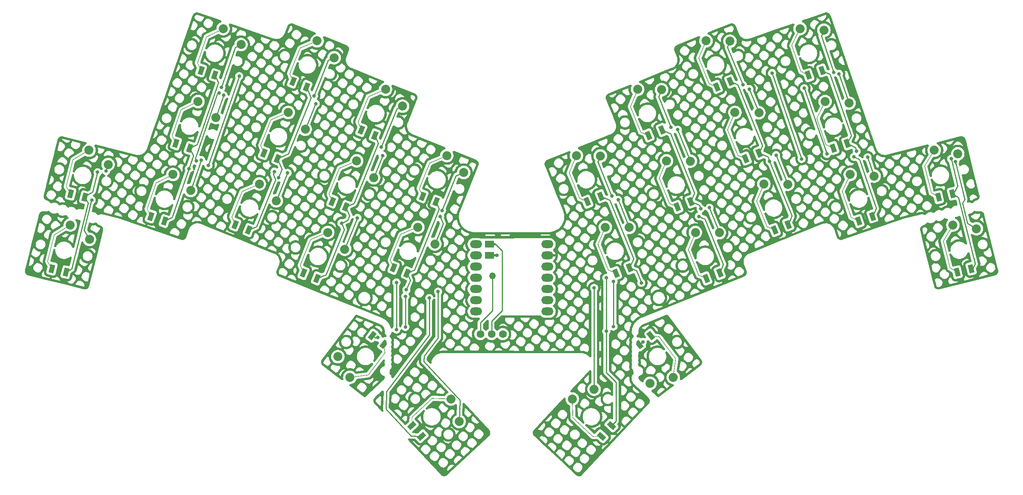
<source format=gbr>
%TF.GenerationSoftware,KiCad,Pcbnew,9.0.1-1.fc42*%
%TF.CreationDate,2025-04-18T11:26:06+10:00*%
%TF.ProjectId,iiwi,69697769-2e6b-4696-9361-645f70636258,0.1*%
%TF.SameCoordinates,Original*%
%TF.FileFunction,Copper,L1,Top*%
%TF.FilePolarity,Positive*%
%FSLAX46Y46*%
G04 Gerber Fmt 4.6, Leading zero omitted, Abs format (unit mm)*
G04 Created by KiCad (PCBNEW 9.0.1-1.fc42) date 2025-04-18 11:26:06*
%MOMM*%
%LPD*%
G01*
G04 APERTURE LIST*
G04 Aperture macros list*
%AMRotRect*
0 Rectangle, with rotation*
0 The origin of the aperture is its center*
0 $1 length*
0 $2 width*
0 $3 Rotation angle, in degrees counterclockwise*
0 Add horizontal line*
21,1,$1,$2,0,0,$3*%
%AMOutline5P*
0 Free polygon, 5 corners , with rotation*
0 The origin of the aperture is its center*
0 number of corners: always 5*
0 $1 to $10 corner X, Y*
0 $11 Rotation angle, in degrees counterclockwise*
0 create outline with 5 corners*
4,1,5,$1,$2,$3,$4,$5,$6,$7,$8,$9,$10,$1,$2,$11*%
%AMOutline6P*
0 Free polygon, 6 corners , with rotation*
0 The origin of the aperture is its center*
0 number of corners: always 6*
0 $1 to $12 corner X, Y*
0 $13 Rotation angle, in degrees counterclockwise*
0 create outline with 6 corners*
4,1,6,$1,$2,$3,$4,$5,$6,$7,$8,$9,$10,$11,$12,$1,$2,$13*%
%AMOutline7P*
0 Free polygon, 7 corners , with rotation*
0 The origin of the aperture is its center*
0 number of corners: always 7*
0 $1 to $14 corner X, Y*
0 $15 Rotation angle, in degrees counterclockwise*
0 create outline with 7 corners*
4,1,7,$1,$2,$3,$4,$5,$6,$7,$8,$9,$10,$11,$12,$13,$14,$1,$2,$15*%
%AMOutline8P*
0 Free polygon, 8 corners , with rotation*
0 The origin of the aperture is its center*
0 number of corners: always 8*
0 $1 to $16 corner X, Y*
0 $17 Rotation angle, in degrees counterclockwise*
0 create outline with 8 corners*
4,1,8,$1,$2,$3,$4,$5,$6,$7,$8,$9,$10,$11,$12,$13,$14,$15,$16,$1,$2,$17*%
%AMFreePoly0*
4,1,21,0.550000,-0.458076,1.395962,-1.304038,1.410052,-1.325126,1.415000,-1.350001,1.415000,-7.600000,1.410052,-7.624874,1.395962,-7.645962,-1.604038,-10.645962,-1.625124,-10.660052,-1.674875,-10.660052,-1.710052,-10.624875,-1.710052,-10.575125,-1.695962,-10.554038,1.285000,-7.573076,1.285000,-1.376924,0.550000,-0.641924,0.550000,-0.950000,-0.550000,-0.950000,-0.550000,0.950000,0.550000,0.950000,
0.550000,-0.458076,0.550000,-0.458076,$1*%
%AMFreePoly1*
4,1,13,0.750000,-1.050000,0.229000,-1.050000,0.229000,-1.335200,0.214355,-1.370555,0.179000,-1.385200,-0.176600,-1.385200,-0.211955,-1.370555,-0.226600,-1.335200,-0.226600,-1.050000,-0.750000,-1.050000,-0.750000,1.050000,0.750000,1.050000,0.750000,-1.050000,0.750000,-1.050000,$1*%
%AMFreePoly2*
4,1,13,0.750000,-1.050000,0.228600,-1.050000,0.228600,-1.335200,0.213955,-1.370555,0.178600,-1.385200,-0.177000,-1.385200,-0.212355,-1.370555,-0.227000,-1.335200,-0.227000,-1.050000,-0.750000,-1.050000,-0.750000,1.050000,0.750000,1.050000,0.750000,-1.050000,0.750000,-1.050000,$1*%
%AMFreePoly3*
4,1,21,0.550000,-0.399999,0.491924,-0.400000,1.395962,-1.304038,1.410052,-1.325126,1.415000,-1.350000,1.415000,-7.600000,1.410052,-7.624874,1.395962,-7.645962,-1.604038,-10.645962,-1.625125,-10.660052,-1.674875,-10.660052,-1.710053,-10.624875,-1.710052,-10.575124,-1.695962,-10.554038,1.285000,-7.573076,1.285000,-1.376924,0.308076,-0.400000,-0.550000,-0.400000,-0.550000,0.399999,0.550000,0.400000,
0.550000,-0.399999,0.550000,-0.399999,$1*%
G04 Aperture macros list end*
%TA.AperFunction,SMDPad,CuDef*%
%ADD10RotRect,1.100000X1.900000X158.000000*%
%TD*%
%TA.AperFunction,SMDPad,CuDef*%
%ADD11FreePoly0,158.000000*%
%TD*%
%TA.AperFunction,ComponentPad*%
%ADD12C,2.032000*%
%TD*%
%TA.AperFunction,SMDPad,CuDef*%
%ADD13FreePoly1,90.000000*%
%TD*%
%TA.AperFunction,SMDPad,CuDef*%
%ADD14FreePoly2,90.000000*%
%TD*%
%TA.AperFunction,SMDPad,CuDef*%
%ADD15RotRect,1.100000X1.900000X194.000000*%
%TD*%
%TA.AperFunction,SMDPad,CuDef*%
%ADD16FreePoly0,194.000000*%
%TD*%
%TA.AperFunction,SMDPad,CuDef*%
%ADD17RotRect,1.100000X1.900000X161.000000*%
%TD*%
%TA.AperFunction,SMDPad,CuDef*%
%ADD18FreePoly0,161.000000*%
%TD*%
%TA.AperFunction,SMDPad,CuDef*%
%ADD19RotRect,1.100000X1.900000X133.000000*%
%TD*%
%TA.AperFunction,SMDPad,CuDef*%
%ADD20FreePoly0,133.000000*%
%TD*%
%TA.AperFunction,SMDPad,CuDef*%
%ADD21RotRect,1.100000X1.900000X202.000000*%
%TD*%
%TA.AperFunction,SMDPad,CuDef*%
%ADD22FreePoly0,202.000000*%
%TD*%
%TA.AperFunction,SMDPad,CuDef*%
%ADD23RotRect,1.100000X1.900000X37.000000*%
%TD*%
%TA.AperFunction,SMDPad,CuDef*%
%ADD24FreePoly0,37.000000*%
%TD*%
%TA.AperFunction,SMDPad,CuDef*%
%ADD25Outline5P,-0.550000X0.400000X0.000000X0.950000X0.550000X0.950000X0.550000X-0.950000X-0.550000X-0.950000X37.000000*%
%TD*%
%TA.AperFunction,SMDPad,CuDef*%
%ADD26RotRect,1.100000X1.900000X199.000000*%
%TD*%
%TA.AperFunction,SMDPad,CuDef*%
%ADD27FreePoly0,199.000000*%
%TD*%
%TA.AperFunction,SMDPad,CuDef*%
%ADD28RotRect,1.100000X1.900000X166.000000*%
%TD*%
%TA.AperFunction,SMDPad,CuDef*%
%ADD29FreePoly0,166.000000*%
%TD*%
%TA.AperFunction,SMDPad,CuDef*%
%ADD30RotRect,1.100000X1.900000X227.000000*%
%TD*%
%TA.AperFunction,SMDPad,CuDef*%
%ADD31FreePoly0,227.000000*%
%TD*%
%TA.AperFunction,ComponentPad*%
%ADD32O,2.750000X1.800000*%
%TD*%
%TA.AperFunction,ComponentPad*%
%ADD33O,1.500000X1.500000*%
%TD*%
%TA.AperFunction,ComponentPad*%
%ADD34C,1.752600*%
%TD*%
%TA.AperFunction,SMDPad,CuDef*%
%ADD35Outline5P,-0.550000X0.950000X0.000000X0.950000X0.550000X0.400000X0.550000X-0.950000X-0.550000X-0.950000X323.000000*%
%TD*%
%TA.AperFunction,SMDPad,CuDef*%
%ADD36FreePoly3,323.000000*%
%TD*%
%TA.AperFunction,SMDPad,CuDef*%
%ADD37RotRect,1.100000X1.900000X323.000000*%
%TD*%
%TA.AperFunction,ViaPad*%
%ADD38C,0.800000*%
%TD*%
%TA.AperFunction,Conductor*%
%ADD39C,0.250000*%
%TD*%
%TA.AperFunction,Conductor*%
%ADD40C,0.200000*%
%TD*%
G04 APERTURE END LIST*
D10*
%TO.P,SW12,*%
%TO.N,*%
X125083350Y-142595988D03*
D11*
X125083350Y-142595988D03*
D12*
X130584054Y-133385999D03*
%TO.P,SW12,1,1*%
%TO.N,P4*%
X134433294Y-137206062D03*
D10*
%TO.P,SW12,2,2*%
%TO.N,P7*%
X128143093Y-143832235D03*
%TD*%
D13*
%TO.P,BT1,1*%
%TO.N,N/C*%
X167246084Y-136018032D03*
D14*
%TO.P,BT1,2*%
%TO.N,GND*%
X167246082Y-138618030D03*
%TD*%
D15*
%TO.P,S14,*%
%TO.N,*%
X273301539Y-142398637D03*
D16*
X273301539Y-142398637D03*
D12*
X272338158Y-131714328D03*
%TO.P,S14,1*%
%TO.N,P1*%
X277697669Y-132542342D03*
D15*
%TO.P,S14,2*%
%TO.N,P10*%
X276503517Y-141600293D03*
%TD*%
D17*
%TO.P,SW1,*%
%TO.N,*%
X101855714Y-96650200D03*
D18*
X101855714Y-96650200D03*
D12*
X106866858Y-87164938D03*
%TO.P,SW1,1,1*%
%TO.N,P1*%
X110910744Y-90778307D03*
D17*
%TO.P,SW1,2,2*%
%TO.N,P6*%
X104975958Y-97724606D03*
%TD*%
D19*
%TO.P,S27,*%
%TO.N,*%
X149631668Y-177198921D03*
D20*
X149631668Y-177198921D03*
D12*
X158509305Y-171176548D03*
%TO.P,S27,1*%
%TO.N,P4*%
X160383475Y-176265453D03*
D19*
%TO.P,S27,2*%
%TO.N,P8*%
X151882276Y-179612436D03*
%TD*%
D21*
%TO.P,SW26,*%
%TO.N,*%
X203301145Y-111384882D03*
D22*
X203301145Y-111384882D03*
D12*
X200860199Y-100938661D03*
%TO.P,SW26,1,1*%
%TO.N,P0*%
X206282749Y-101012693D03*
D21*
%TO.P,SW26,2,2*%
%TO.N,P9*%
X206360853Y-110148682D03*
%TD*%
%TO.P,SW27,*%
%TO.N,*%
X218807123Y-100391482D03*
D22*
X218807123Y-100391482D03*
D12*
X216366177Y-89945261D03*
%TO.P,SW27,1,1*%
%TO.N,P1*%
X221788727Y-90019293D03*
D21*
%TO.P,SW27,2,2*%
%TO.N,P9*%
X221866831Y-99155282D03*
%TD*%
D10*
%TO.P,SW3,*%
%TO.N,*%
X138194588Y-110144507D03*
D11*
X138194588Y-110144507D03*
D12*
X143695292Y-100934518D03*
%TO.P,SW3,1,1*%
%TO.N,P1*%
X147544532Y-104754581D03*
D10*
%TO.P,SW3,2,2*%
%TO.N,P7*%
X141254331Y-111380754D03*
%TD*%
%TO.P,SW6,*%
%TO.N,*%
X116124970Y-115383567D03*
D11*
X116124970Y-115383567D03*
D12*
X121625674Y-106173578D03*
%TO.P,SW6,1,1*%
%TO.N,P2*%
X125474914Y-109993641D03*
D10*
%TO.P,SW6,2,2*%
%TO.N,P7*%
X119184713Y-116619814D03*
%TD*%
D23*
%TO.P,S14,*%
%TO.N,*%
X203872918Y-156798639D03*
D24*
X203872918Y-156798639D03*
D12*
X208934410Y-166257180D03*
%TO.P,S14,1*%
%TO.N,P4*%
X203677419Y-167589115D03*
D25*
%TO.P,S14,2*%
%TO.N,P10*%
X201237419Y-158784630D03*
%TD*%
D17*
%TO.P,SW10,*%
%TO.N,*%
X90460805Y-129743364D03*
D18*
X90460805Y-129743364D03*
D12*
X95471949Y-120258102D03*
%TO.P,SW10,1,1*%
%TO.N,P4*%
X99515835Y-123871471D03*
D17*
%TO.P,SW10,2,2*%
%TO.N,P6*%
X93581049Y-130817770D03*
%TD*%
D26*
%TO.P,SW19,*%
%TO.N,*%
X250967981Y-130817755D03*
D27*
X250967981Y-130817755D03*
D12*
X249077091Y-120258103D03*
%TO.P,SW19,1,1*%
%TO.N,P5*%
X254488335Y-120615817D03*
D26*
%TO.P,SW19,2,2*%
%TO.N,P9*%
X254088204Y-129743394D03*
%TD*%
D21*
%TO.P,SW21,*%
%TO.N,*%
X195975270Y-142649540D03*
D22*
X195975270Y-142649540D03*
D12*
X193534324Y-132203319D03*
%TO.P,SW21,1,1*%
%TO.N,P3*%
X198956874Y-132277351D03*
D21*
%TO.P,SW21,2,2*%
%TO.N,P8*%
X199034978Y-141413340D03*
%TD*%
%TO.P,SW22,*%
%TO.N,*%
X209850362Y-127606460D03*
D22*
X209850362Y-127606460D03*
D12*
X207409416Y-117160239D03*
%TO.P,SW22,1,1*%
%TO.N,P2*%
X212831966Y-117234271D03*
D21*
%TO.P,SW22,2,2*%
%TO.N,P9*%
X212910070Y-126370260D03*
%TD*%
%TO.P,SW23,*%
%TO.N,*%
X225364321Y-116619789D03*
D22*
X225364321Y-116619789D03*
D12*
X222923375Y-106173568D03*
%TO.P,SW23,1,1*%
%TO.N,P3*%
X228345925Y-106247600D03*
D21*
%TO.P,SW23,2,2*%
%TO.N,P9*%
X228424029Y-115383589D03*
%TD*%
D10*
%TO.P,SW2,*%
%TO.N,*%
X122680587Y-99157876D03*
D11*
X122680587Y-99157876D03*
D12*
X128181291Y-89947887D03*
%TO.P,SW2,1,1*%
%TO.N,P0*%
X132030531Y-93767950D03*
D10*
%TO.P,SW2,2,2*%
%TO.N,P7*%
X125740330Y-100394123D03*
%TD*%
D28*
%TO.P,SW9,*%
%TO.N,*%
X72279127Y-124620096D03*
D29*
X72279127Y-124620096D03*
D12*
X76444519Y-114734186D03*
%TO.P,SW9,1,1*%
%TO.N,P2*%
X80787939Y-117981363D03*
D28*
%TO.P,SW9,2,2*%
%TO.N,P6*%
X75481124Y-125418463D03*
%TD*%
D10*
%TO.P,SW11,*%
%TO.N,*%
X109569305Y-131609340D03*
D11*
X109569305Y-131609340D03*
D12*
X115070009Y-122399351D03*
%TO.P,SW11,1,1*%
%TO.N,P5*%
X118919249Y-126219414D03*
D10*
%TO.P,SW11,2,2*%
%TO.N,P6*%
X112629048Y-132845587D03*
%TD*%
D28*
%TO.P,S1,*%
%TO.N,*%
X68045507Y-141600291D03*
D29*
X68045507Y-141600291D03*
D12*
X72210863Y-131714329D03*
%TO.P,S1,1*%
%TO.N,P0*%
X76554310Y-134961561D03*
D28*
%TO.P,S1,2*%
%TO.N,P6*%
X71247483Y-142398635D03*
%TD*%
D30*
%TO.P,S28,*%
%TO.N,*%
X192666723Y-179612425D03*
D31*
X192666723Y-179612425D03*
D12*
X186039748Y-171176514D03*
%TO.P,S28,1*%
%TO.N,P5*%
X190985520Y-168951922D03*
D30*
%TO.P,S28,2*%
%TO.N,P10*%
X194917365Y-177198937D03*
%TD*%
D10*
%TO.P,SW7,*%
%TO.N,*%
X131638931Y-126370250D03*
D11*
X131638931Y-126370250D03*
D12*
X137139635Y-117160261D03*
%TO.P,SW7,1,1*%
%TO.N,P3*%
X140988875Y-120980324D03*
D10*
%TO.P,SW7,2,2*%
%TO.N,P7*%
X134698674Y-127606497D03*
%TD*%
D15*
%TO.P,S15,*%
%TO.N,*%
X269067904Y-125418462D03*
D16*
X269067904Y-125418462D03*
D12*
X268104523Y-114734153D03*
%TO.P,S15,1*%
%TO.N,P3*%
X273464034Y-115562167D03*
D15*
%TO.P,S15,2*%
%TO.N,P10*%
X272269882Y-124620118D03*
%TD*%
D26*
%TO.P,SW24,*%
%TO.N,*%
X245263845Y-114264952D03*
D27*
X245263845Y-114264952D03*
D12*
X243372955Y-103705300D03*
%TO.P,SW24,1,1*%
%TO.N,P2*%
X248784199Y-104063014D03*
D26*
%TO.P,SW24,2,2*%
%TO.N,P10*%
X248384068Y-113190591D03*
%TD*%
D32*
%TO.P,U1,1,A2*%
%TO.N,P0*%
X164177687Y-136077949D03*
%TO.P,U1,2,A4*%
%TO.N,P1*%
X164177653Y-138617970D03*
%TO.P,U1,3,A10*%
%TO.N,P2*%
X164177661Y-141157982D03*
%TO.P,U1,4,A11*%
%TO.N,P3*%
X164177674Y-143697959D03*
%TO.P,U1,5,A8_SDA*%
%TO.N,P4*%
X164177684Y-146237961D03*
%TO.P,U1,6,A9_SCL*%
%TO.N,P5*%
X164177672Y-148777965D03*
%TO.P,U1,7,B8_TX*%
%TO.N,P6*%
X164177646Y-151317948D03*
%TO.P,U1,8,B9_RX*%
%TO.N,P7*%
X180367645Y-151317989D03*
%TO.P,U1,9,A7_SCK*%
%TO.N,P8*%
X180367679Y-148777968D03*
%TO.P,U1,10,A5_MISO*%
%TO.N,P9*%
X180367671Y-146237956D03*
%TO.P,U1,11,A6_MOSI*%
%TO.N,P10*%
X180367658Y-143697979D03*
%TO.P,U1,12,3V3*%
%TO.N,VCC*%
X180367648Y-141157977D03*
%TO.P,U1,13,GND*%
%TO.N,GND*%
X180367660Y-138617973D03*
%TO.P,U1,14,5V*%
%TO.N,VUSB*%
X180367686Y-136077990D03*
%TD*%
D21*
%TO.P,SW25,*%
%TO.N,*%
X189416202Y-126421762D03*
D22*
X189416202Y-126421762D03*
D12*
X186975256Y-115975541D03*
%TO.P,SW25,1,1*%
%TO.N,P1*%
X192397806Y-116049573D03*
D21*
%TO.P,SW25,2,2*%
%TO.N,P8*%
X192475910Y-125185562D03*
%TD*%
D33*
%TO.P,,B+*%
%TO.N,N/C*%
X167931661Y-143276908D03*
%TD*%
D17*
%TO.P,SW5,*%
%TO.N,*%
X96158268Y-113196764D03*
D18*
X96158268Y-113196764D03*
D12*
X101169412Y-103711502D03*
%TO.P,SW5,1,1*%
%TO.N,P3*%
X105213298Y-107324871D03*
D17*
%TO.P,SW5,2,2*%
%TO.N,P6*%
X99278512Y-114271170D03*
%TD*%
D34*
%TO.P,D9,1*%
%TO.N,N/C*%
X165186145Y-156454311D03*
%TO.P,D9,2*%
X167726141Y-156454311D03*
%TO.P,D9,3*%
X170271139Y-156454311D03*
%TD*%
D10*
%TO.P,SW4,*%
%TO.N,*%
X152069678Y-125187628D03*
D11*
X152069678Y-125187628D03*
D12*
X157570382Y-115977639D03*
%TO.P,SW4,1,1*%
%TO.N,P0*%
X161419622Y-119797702D03*
D10*
%TO.P,SW4,2,2*%
%TO.N,P8*%
X155129421Y-126423875D03*
%TD*%
D35*
%TO.P,S14,*%
%TO.N,*%
X143330505Y-158745292D03*
D36*
X143300416Y-158785220D03*
D12*
X135603427Y-166257768D03*
%TO.P,S14,1*%
%TO.N,P5*%
X132874062Y-161571558D03*
D37*
%TO.P,S14,2*%
%TO.N,P7*%
X140664919Y-156799230D03*
%TD*%
D21*
%TO.P,SW17,*%
%TO.N,*%
X216405946Y-143832176D03*
D22*
X216405946Y-143832176D03*
D12*
X213965000Y-133385955D03*
%TO.P,SW17,1,1*%
%TO.N,P5*%
X219387550Y-133459987D03*
D21*
%TO.P,SW17,2,2*%
%TO.N,P8*%
X219465654Y-142595976D03*
%TD*%
D26*
%TO.P,SW28,*%
%TO.N,*%
X239581303Y-97731459D03*
D27*
X239581303Y-97731459D03*
D12*
X237690413Y-87171807D03*
%TO.P,SW28,1,1*%
%TO.N,P0*%
X243101657Y-87529521D03*
D26*
%TO.P,SW28,2,2*%
%TO.N,P10*%
X242701526Y-96657098D03*
%TD*%
D21*
%TO.P,SW18,*%
%TO.N,*%
X231919912Y-132845547D03*
D22*
X231919912Y-132845547D03*
D12*
X229478966Y-122399326D03*
%TO.P,SW18,1,1*%
%TO.N,P4*%
X234901516Y-122473358D03*
D21*
%TO.P,SW18,2,2*%
%TO.N,P9*%
X234979620Y-131609347D03*
%TD*%
D10*
%TO.P,SW8,*%
%TO.N,*%
X145514056Y-141413353D03*
D11*
X145514056Y-141413353D03*
D12*
X151014760Y-132203364D03*
%TO.P,SW8,1,1*%
%TO.N,P2*%
X154864000Y-136023427D03*
D10*
%TO.P,SW8,2,2*%
%TO.N,P8*%
X148573799Y-142649600D03*
%TD*%
D38*
%TO.N,P2*%
X156066245Y-129770324D03*
X209954420Y-110088718D03*
X100753761Y-117147989D03*
X80340561Y-119458876D03*
X127853341Y-104176061D03*
X105920282Y-101771108D03*
X246504023Y-97423345D03*
%TO.N,P6*%
X99097126Y-118943449D03*
X78395272Y-119745146D03*
X118487350Y-119600590D03*
%TO.N,P4*%
X137316966Y-130083260D03*
X195394594Y-154741881D03*
X232248342Y-115869011D03*
X195394592Y-144479177D03*
X101895430Y-116962531D03*
X155602954Y-146817381D03*
%TO.N,P3*%
X243759431Y-115593067D03*
X106967080Y-102278848D03*
X143021993Y-115948796D03*
X238625597Y-100683323D03*
X226191655Y-100885699D03*
X196423242Y-126006367D03*
%TO.N,P1*%
X106479774Y-100515435D03*
X224703826Y-99919815D03*
X272899368Y-117350663D03*
X231335291Y-97240526D03*
X142706451Y-114020887D03*
X238048385Y-116727331D03*
X195029762Y-125164111D03*
%TO.N,P5*%
X121485364Y-119884325D03*
X146156792Y-144731233D03*
X146156790Y-155421968D03*
X217145183Y-127792494D03*
X252996747Y-116358926D03*
X190994592Y-145975320D03*
%TO.N,P7*%
X148186328Y-147922805D03*
X119431722Y-120946317D03*
X133693675Y-131270709D03*
X141920498Y-157231235D03*
X148186329Y-154842353D03*
%TO.N,P0*%
X245331869Y-97073811D03*
X103524891Y-118180208D03*
X156515267Y-128387863D03*
X110494488Y-97939028D03*
X208412570Y-109541750D03*
X77052023Y-126056829D03*
X127450971Y-102408440D03*
%TO.N,P8*%
X214748588Y-129747648D03*
X148395875Y-146417842D03*
X153615994Y-148267406D03*
X201686289Y-144827025D03*
%TO.N,P10*%
X193744591Y-155810335D03*
X193744592Y-143697983D03*
X250505086Y-114944681D03*
X202030293Y-158197587D03*
X271947708Y-116693430D03*
%TO.N,P9*%
X230794268Y-117238437D03*
X215137354Y-127974930D03*
X249907890Y-116249631D03*
%TO.N,GND*%
X168944619Y-138602803D03*
%TD*%
D39*
%TO.N,*%
X170126089Y-151098048D02*
X170032133Y-151191991D01*
D40*
X167746081Y-156668057D02*
X167735624Y-156657600D01*
D39*
X169054874Y-136484796D02*
X170126094Y-137556028D01*
X165186146Y-156454307D02*
X165186148Y-153863014D01*
X167726145Y-156454311D02*
X167726141Y-153497967D01*
X167938936Y-151110194D02*
X165206101Y-153843058D01*
X167735612Y-153488497D02*
X167735617Y-156017793D01*
X168588091Y-136018020D02*
X169054851Y-136484779D01*
X167938919Y-144643366D02*
X167938936Y-151110194D01*
X165195620Y-153853535D02*
X165195626Y-156017804D01*
X170032128Y-151191991D02*
X167746077Y-153478037D01*
X165216115Y-156658021D02*
X165216077Y-156078055D01*
X165186148Y-153863014D02*
X165206101Y-153843058D01*
X170126094Y-137556028D02*
X170126092Y-151098050D01*
X167246105Y-136018028D02*
X168588091Y-136018020D01*
X170032133Y-151191991D02*
X170032128Y-151191991D01*
X169054851Y-136484779D02*
X169054874Y-136484796D01*
X165206101Y-156668035D02*
X165216115Y-156658021D01*
X167746079Y-156668033D02*
X167746073Y-156668042D01*
X167938919Y-144643366D02*
X167938920Y-144351907D01*
X170126092Y-151098050D02*
X170126089Y-151098048D01*
X167938918Y-143288019D02*
X167938919Y-144643366D01*
X167746077Y-153478037D02*
X167735612Y-153488497D01*
X165206101Y-153843058D02*
X165195620Y-153853535D01*
X167726141Y-153497967D02*
X167735612Y-153488497D01*
D40*
X169054851Y-136484779D02*
X168587682Y-136017638D01*
D39*
%TO.N,P2*%
X105553170Y-101950158D02*
X105920282Y-101771108D01*
X100499581Y-116626844D02*
X105553170Y-101950158D01*
X127819558Y-104190415D02*
X127853341Y-104176061D01*
X80725492Y-117871663D02*
X80332911Y-119446160D01*
X156744680Y-131368607D02*
X156066245Y-129770324D01*
X125474912Y-109993656D02*
X127819558Y-104190415D01*
X80340561Y-119458876D02*
X80327843Y-119466517D01*
X127853341Y-104176061D02*
X127838998Y-104142292D01*
X154864006Y-136023435D02*
X156744680Y-131368607D01*
X246504023Y-97423345D02*
X246496747Y-97419774D01*
X80332911Y-119446160D02*
X80340561Y-119458876D01*
X209954420Y-110088718D02*
X209942972Y-110083852D01*
X209949570Y-110100143D02*
X209954420Y-110088718D01*
X246500473Y-97430623D02*
X246504023Y-97423345D01*
X248784171Y-104062995D02*
X246500473Y-97430623D01*
X212831961Y-117234287D02*
X209949570Y-110100143D01*
X100753761Y-117147989D02*
X100499581Y-116626844D01*
%TO.N,P6*%
X72533350Y-141626004D02*
X71247484Y-142398636D01*
X118712610Y-121406964D02*
X118213172Y-120230420D01*
X118463581Y-119610682D02*
X118487350Y-119600590D01*
X76255212Y-126698431D02*
X72533350Y-141626004D01*
X118213172Y-120230420D02*
X118463581Y-119610682D01*
X104975965Y-97724625D02*
X105807771Y-99430156D01*
X95272425Y-129992812D02*
X93581023Y-130817755D01*
X75487016Y-125419932D02*
X76255212Y-126698431D01*
X114393772Y-132096465D02*
X118712610Y-121406964D01*
X112629058Y-132845534D02*
X114393772Y-132096465D01*
X99278483Y-114271177D02*
X100103432Y-115962540D01*
X118487350Y-119600590D02*
X118477250Y-119576825D01*
X75418664Y-125308777D02*
X77286249Y-124186606D01*
X105807771Y-99430156D02*
X100984064Y-113439308D01*
X100984064Y-113439308D02*
X99278483Y-114271177D01*
X77286249Y-124186606D02*
X78395272Y-119745146D01*
X75481124Y-125418463D02*
X75487016Y-125419932D01*
X100103432Y-115962540D02*
X95272425Y-129992812D01*
%TO.N,P4*%
X160383474Y-176265453D02*
X160553300Y-171402189D01*
X99515837Y-123871432D02*
X101894637Y-116962953D01*
X152394937Y-162653413D02*
X152436521Y-161462591D01*
X195394592Y-144479177D02*
X195394594Y-154741881D01*
X155602954Y-146817381D02*
X155602945Y-157257822D01*
X137316966Y-130083260D02*
X137313915Y-130076135D01*
X101894637Y-116962953D02*
X101895430Y-116962531D01*
X101895430Y-116962531D02*
X101895049Y-116961713D01*
X160553300Y-171402189D02*
X152394937Y-162653413D01*
X137309844Y-130086243D02*
X137316966Y-130083260D01*
X155604132Y-157259032D02*
X152436521Y-161462591D01*
X232248342Y-115869011D02*
X232240572Y-115887292D01*
X155602945Y-157257822D02*
X155604132Y-157259032D01*
X232240572Y-115887292D02*
X234901509Y-122473363D01*
X134433288Y-137206070D02*
X137309844Y-130086243D01*
X232258236Y-115893484D02*
X232250465Y-115911776D01*
X232248342Y-115869011D02*
X232258236Y-115893484D01*
%TO.N,P3*%
X238625597Y-100683323D02*
X243759431Y-115593067D01*
X106947477Y-102288394D02*
X106967080Y-102278848D01*
X228345914Y-106247606D02*
X226185442Y-100900331D01*
X105213324Y-107324876D02*
X106947477Y-102288394D01*
X226185442Y-100900331D02*
X226191655Y-100885699D01*
X140988919Y-120980305D02*
X143021699Y-115948902D01*
X106967080Y-102278848D02*
X106957532Y-102259259D01*
X143021699Y-115948902D02*
X143021993Y-115948796D01*
X143021993Y-115948796D02*
X143021888Y-115948533D01*
X196423242Y-126006367D02*
X198956873Y-132277355D01*
%TO.N,P1*%
X194975173Y-125140929D02*
X195029762Y-125164111D01*
X221788720Y-90019284D02*
X221227315Y-91341906D01*
X110910774Y-90778335D02*
X109619301Y-91408208D01*
X106484137Y-100513317D02*
X106479774Y-100515435D01*
X142705655Y-114018982D02*
X142706451Y-114020887D01*
X277697670Y-132542342D02*
X275656065Y-131315623D01*
X192397814Y-116049614D02*
X191836413Y-117372210D01*
X106479774Y-100515435D02*
X106481888Y-100519853D01*
X272899368Y-117350663D02*
X275031343Y-125901545D01*
X142706451Y-114020887D02*
X142704546Y-114021675D01*
X231335291Y-97240526D02*
X238044484Y-116725430D01*
X221227315Y-91341906D02*
X224701976Y-99942074D01*
X195029762Y-125164111D02*
X195006594Y-125218712D01*
X109619301Y-91408208D02*
X106484137Y-100513317D01*
X147544500Y-104754589D02*
X146221884Y-105316028D01*
X238044484Y-116725430D02*
X238048385Y-116727331D01*
X191836413Y-117372210D02*
X194975173Y-125140929D01*
X275656065Y-131315623D02*
X274518846Y-126754482D01*
X146221884Y-105316028D02*
X142705655Y-114018982D01*
X238048385Y-116727331D02*
X238080165Y-116742829D01*
X275031343Y-125901545D02*
X274518846Y-126754482D01*
%TO.N,P5*%
X217145183Y-127792494D02*
X217120886Y-127849751D01*
X121485364Y-119884325D02*
X121482003Y-119876414D01*
X118919257Y-126219417D02*
X121477424Y-119887698D01*
X253027776Y-116374102D02*
X252996747Y-116358926D01*
X190994592Y-145975320D02*
X190985517Y-145984394D01*
X254488363Y-120615823D02*
X253027776Y-116374102D01*
X217087896Y-127768178D02*
X217145183Y-127792494D01*
X121477424Y-119887698D02*
X121485364Y-119884325D01*
X252996747Y-116358926D02*
X253011892Y-116327884D01*
X217053096Y-127681930D02*
X217087896Y-127768178D01*
X217120886Y-127849751D02*
X219387547Y-133459983D01*
X190985517Y-145984394D02*
X190985517Y-168951918D01*
X146156790Y-155421968D02*
X146156792Y-144731233D01*
%TO.N,P7*%
X130185019Y-142965439D02*
X134316831Y-132738860D01*
X126771179Y-102822680D02*
X121613304Y-115588952D01*
X136537554Y-126825891D02*
X134698662Y-127606495D01*
X128143034Y-143832223D02*
X130185019Y-142965439D01*
X125740297Y-100394097D02*
X126771179Y-102822680D01*
X135105813Y-130671276D02*
X133693675Y-131270709D01*
X134698662Y-127606495D02*
X135541665Y-129592506D01*
X119184722Y-116619833D02*
X120206854Y-119027830D01*
X148186329Y-154842353D02*
X148186328Y-147922805D01*
X142034872Y-113219643D02*
X136537554Y-126825891D01*
X120206854Y-119027830D02*
X119431722Y-120946317D01*
X134316831Y-132738860D02*
X133693675Y-131270709D01*
X141254303Y-111380755D02*
X142034872Y-113219643D01*
X135541665Y-129592506D02*
X135105813Y-130671276D01*
X141920498Y-157231235D02*
X141345458Y-157312051D01*
X141345458Y-157312051D02*
X140664920Y-156799230D01*
X121613304Y-115588952D02*
X119184693Y-116619814D01*
%TO.N,P0*%
X245331869Y-97073811D02*
X242482528Y-88798857D01*
X206282716Y-101012676D02*
X205597375Y-102627243D01*
X110494488Y-97939028D02*
X103524891Y-118180208D01*
X127450971Y-102408440D02*
X127442240Y-102412168D01*
X156508831Y-128372586D02*
X156515267Y-128387863D01*
X127447280Y-102399706D02*
X127450971Y-102408440D01*
X75323908Y-132913829D02*
X76864824Y-126733557D01*
X130707915Y-94329373D02*
X127447280Y-102399706D01*
X159673911Y-120538725D02*
X156508831Y-128372586D01*
X208412570Y-109541750D02*
X208401535Y-109567789D01*
X76554310Y-134961560D02*
X75323908Y-132913829D01*
X208386553Y-109530680D02*
X208412570Y-109541750D01*
X76864824Y-126733557D02*
X77030297Y-126069880D01*
X161419583Y-119797698D02*
X159673911Y-120538725D01*
X242482528Y-88798857D02*
X243101623Y-87529525D01*
X205597375Y-102627243D02*
X208386553Y-109530680D01*
X132030512Y-93767944D02*
X130707915Y-94329373D01*
X77030297Y-126069880D02*
X77052023Y-126056829D01*
%TO.N,P8*%
X220296614Y-140638358D02*
X219465659Y-142595982D01*
X149456273Y-179527717D02*
X143777994Y-173438509D01*
X155845366Y-128110573D02*
X150260479Y-141933622D01*
X149269510Y-144255539D02*
X148395875Y-146417842D01*
X219465640Y-142595939D02*
X219708513Y-142023828D01*
X153601285Y-156606146D02*
X150198084Y-161122366D01*
X148590744Y-142656466D02*
X149269510Y-144255539D01*
X148573799Y-142649593D02*
X148590744Y-142656466D01*
X200597277Y-142066522D02*
X199047018Y-141408466D01*
X150260479Y-141933622D02*
X148573796Y-142649590D01*
X153615994Y-148267406D02*
X153596588Y-148286806D01*
X143917011Y-169457594D02*
X150198084Y-161122366D01*
X151882274Y-179612435D02*
X149456273Y-179527717D01*
X153596588Y-148286806D02*
X153596585Y-156601476D01*
X150198084Y-161122366D02*
X150348521Y-160922698D01*
X192475916Y-125185563D02*
X194510860Y-126049328D01*
X143777994Y-173438509D02*
X143917011Y-169457594D01*
X155129412Y-126423846D02*
X155845366Y-128110573D01*
X153596585Y-156601476D02*
X153601285Y-156606146D01*
X194510860Y-126049328D02*
X199897411Y-139381546D01*
X153615994Y-148267406D02*
X153622629Y-148274011D01*
X153622629Y-148274011D02*
X153622629Y-148552101D01*
X214748588Y-129747648D02*
X216134105Y-130335767D01*
X199897411Y-139381546D02*
X199034967Y-141413329D01*
X201686289Y-144827025D02*
X201699758Y-144795288D01*
X201699758Y-144795288D02*
X200597277Y-142066522D01*
X216134105Y-130335767D02*
X220296614Y-140638358D01*
X199047018Y-141408466D02*
X199034989Y-141413351D01*
%TO.N,P10*%
X195944593Y-167334929D02*
X195944592Y-176171710D01*
X277393732Y-140558479D02*
X276814308Y-141522799D01*
X249257788Y-111399112D02*
X244480463Y-97524768D01*
X276814308Y-141522799D02*
X276503515Y-141600292D01*
X201249081Y-158786273D02*
X202030293Y-158197587D01*
X193764374Y-157190553D02*
X193744592Y-157210334D01*
X193744591Y-155810335D02*
X193744592Y-157210334D01*
X193744591Y-165134926D02*
X195944593Y-167334929D01*
X244480463Y-97524768D02*
X242701530Y-96657131D01*
X195944592Y-176171710D02*
X194917366Y-177198935D01*
X250207304Y-114079825D02*
X248384075Y-113190554D01*
X272477974Y-124505846D02*
X273465286Y-122862668D01*
X273465286Y-122862668D02*
X271947708Y-116693430D01*
X272269881Y-124620119D02*
X273622485Y-125432842D01*
X250505086Y-114944681D02*
X250207304Y-114079825D01*
X201237423Y-158784635D02*
X201249081Y-158786273D01*
X273622485Y-125432842D02*
X277393732Y-140558479D01*
X193744592Y-143697983D02*
X193744591Y-155810335D01*
X271947708Y-116693430D02*
X271933162Y-116717649D01*
X193744592Y-157210334D02*
X193744591Y-165134926D01*
X248384075Y-113190554D02*
X249257788Y-111399112D01*
%TO.N,P9*%
X230794268Y-117238437D02*
X235810045Y-129652992D01*
X249879154Y-116169538D02*
X249791558Y-116126808D01*
X254360651Y-129184737D02*
X254088203Y-129743384D01*
X213741027Y-124412640D02*
X212910060Y-126370266D01*
X223530899Y-99861612D02*
X221866845Y-99155262D01*
X254959302Y-127957402D02*
X251133872Y-116847594D01*
X229130112Y-113720146D02*
X223530899Y-99861612D01*
X254088210Y-129743408D02*
X254959302Y-127957402D01*
X235810045Y-129652992D02*
X234979647Y-131609319D01*
X228424020Y-115383562D02*
X229130112Y-113720146D01*
X214815877Y-127179215D02*
X212910053Y-126370254D01*
X206360854Y-110148664D02*
X208312740Y-110977178D01*
X249906502Y-116248956D02*
X249879154Y-116169538D01*
X230794268Y-117238437D02*
X230380370Y-116214014D01*
X215137354Y-127974930D02*
X214999724Y-127634307D01*
X230380370Y-116214014D02*
X228424045Y-115383578D01*
X251133872Y-116847594D02*
X249907890Y-116249631D01*
X208312740Y-110977178D02*
X213741027Y-124412640D01*
X230794197Y-117238400D02*
X230794268Y-117238437D01*
X249907890Y-116249631D02*
X249906502Y-116248956D01*
X215137354Y-127974930D02*
X214815877Y-127179215D01*
%TO.N,GND*%
X168959853Y-138618031D02*
X168993857Y-138618031D01*
X167246082Y-138618020D02*
X168929390Y-138618029D01*
X168993857Y-138618031D02*
X168995620Y-138619796D01*
X168944619Y-138602803D02*
X168959853Y-138618031D01*
X168929390Y-138618029D02*
X168944619Y-138602803D01*
%TD*%
%TA.AperFunction,Conductor*%
%TO.N,GND*%
G36*
X101050931Y-83492708D02*
G01*
X101093800Y-83499498D01*
X101231004Y-83533708D01*
X101251816Y-83539872D01*
X101274588Y-83547714D01*
X101304011Y-83557846D01*
X101304013Y-83557846D01*
X101323569Y-83564580D01*
X101323574Y-83564581D01*
X105787983Y-85101801D01*
X106295750Y-85276639D01*
X106379676Y-85325583D01*
X106438484Y-85402919D01*
X106463220Y-85496872D01*
X106450118Y-85593139D01*
X106401174Y-85677065D01*
X106323838Y-85735873D01*
X106291632Y-85748885D01*
X106281659Y-85752125D01*
X106281648Y-85752130D01*
X106067846Y-85861068D01*
X105873716Y-86002112D01*
X105704032Y-86171796D01*
X105562988Y-86365926D01*
X105454050Y-86579728D01*
X105454046Y-86579737D01*
X105379895Y-86807952D01*
X105342359Y-87044945D01*
X105342358Y-87044961D01*
X105342358Y-87109197D01*
X105323404Y-87204485D01*
X105269428Y-87285267D01*
X105202512Y-87332997D01*
X102807963Y-88500898D01*
X102775781Y-88516594D01*
X102775779Y-88516595D01*
X102682824Y-88574988D01*
X102682819Y-88574993D01*
X102582135Y-88680925D01*
X102582128Y-88680935D01*
X102515362Y-88810949D01*
X102497834Y-88861857D01*
X100463036Y-94771337D01*
X100463028Y-94771367D01*
X100438593Y-94878367D01*
X100438593Y-94878371D01*
X100438593Y-94878372D01*
X100440439Y-94951103D01*
X100442302Y-95024484D01*
X100487023Y-95163625D01*
X100487025Y-95163629D01*
X100510630Y-95212027D01*
X100510631Y-95212030D01*
X100881439Y-95972300D01*
X100884828Y-95979248D01*
X100909564Y-96073201D01*
X100896462Y-96169468D01*
X100540864Y-97202202D01*
X100540859Y-97202219D01*
X100522015Y-97272996D01*
X100519979Y-97286189D01*
X100519437Y-97286105D01*
X100516438Y-97308144D01*
X100516197Y-97309197D01*
X100516197Y-97309201D01*
X100517446Y-97358415D01*
X100517263Y-97376179D01*
X100515292Y-97419001D01*
X100517013Y-97436730D01*
X100516647Y-97436765D01*
X100516790Y-97437840D01*
X100516927Y-97437817D01*
X100519909Y-97455379D01*
X100534973Y-97502246D01*
X100539805Y-97519350D01*
X100549976Y-97560990D01*
X100556620Y-97577509D01*
X100556278Y-97577646D01*
X100556720Y-97578639D01*
X100556846Y-97578578D01*
X100564652Y-97594582D01*
X100564653Y-97594584D01*
X100589161Y-97630673D01*
X100592315Y-97635316D01*
X100601759Y-97650351D01*
X100613645Y-97670862D01*
X100623255Y-97687445D01*
X100634288Y-97701429D01*
X100633998Y-97701657D01*
X100634702Y-97702487D01*
X100634806Y-97702393D01*
X100646801Y-97715546D01*
X100646802Y-97715547D01*
X100646803Y-97715548D01*
X100684839Y-97746852D01*
X100698115Y-97758598D01*
X100729194Y-97788137D01*
X100729195Y-97788137D01*
X100729198Y-97788140D01*
X100743718Y-97798445D01*
X100743503Y-97798747D01*
X100746270Y-97800565D01*
X100746537Y-97800144D01*
X100759708Y-97808469D01*
X100814849Y-97834341D01*
X100821040Y-97836851D01*
X100820888Y-97837224D01*
X100843801Y-97846990D01*
X100859210Y-97854904D01*
X101899280Y-98213029D01*
X101970078Y-98231879D01*
X101970083Y-98231879D01*
X101983267Y-98233914D01*
X101983183Y-98234457D01*
X102005236Y-98237459D01*
X102005486Y-98237516D01*
X102006279Y-98237697D01*
X102055517Y-98236446D01*
X102073258Y-98236629D01*
X102113633Y-98238489D01*
X102116080Y-98238602D01*
X102116080Y-98238601D01*
X102116081Y-98238602D01*
X102116081Y-98238601D01*
X102133803Y-98236881D01*
X102133838Y-98237250D01*
X102134920Y-98237106D01*
X102134897Y-98236967D01*
X102152451Y-98233986D01*
X102152454Y-98233985D01*
X102152455Y-98233985D01*
X102199332Y-98218916D01*
X102216413Y-98214092D01*
X102247375Y-98206529D01*
X102258065Y-98203919D01*
X102274590Y-98197273D01*
X102274728Y-98197617D01*
X102275720Y-98197176D01*
X102275658Y-98197047D01*
X102291656Y-98189242D01*
X102291663Y-98189241D01*
X102332393Y-98161580D01*
X102347433Y-98152132D01*
X102384524Y-98130639D01*
X102384528Y-98130634D01*
X102398504Y-98119609D01*
X102398734Y-98119901D01*
X102399561Y-98119200D01*
X102399465Y-98119095D01*
X102412623Y-98107093D01*
X102412627Y-98107091D01*
X102443915Y-98069072D01*
X102455686Y-98055768D01*
X102485216Y-98024700D01*
X102485217Y-98024697D01*
X102495521Y-98010179D01*
X102495825Y-98010395D01*
X102497645Y-98007626D01*
X102497222Y-98007359D01*
X102505545Y-97994190D01*
X102505544Y-97994190D01*
X102505547Y-97994188D01*
X102531421Y-97939045D01*
X102531428Y-97939022D01*
X102533929Y-97932858D01*
X102534302Y-97933009D01*
X102544070Y-97910091D01*
X102551983Y-97894684D01*
X102552228Y-97893974D01*
X102720676Y-97404763D01*
X103170563Y-96098199D01*
X103189413Y-96027400D01*
X103189413Y-96027397D01*
X103191448Y-96014210D01*
X103191992Y-96014293D01*
X103194995Y-95992232D01*
X103195231Y-95991200D01*
X103193980Y-95941961D01*
X103194163Y-95924219D01*
X103196136Y-95881398D01*
X103196136Y-95881397D01*
X103194415Y-95863671D01*
X103194784Y-95863635D01*
X103194640Y-95862559D01*
X103194501Y-95862583D01*
X103191520Y-95845026D01*
X103176456Y-95798161D01*
X103171622Y-95781047D01*
X103162947Y-95745532D01*
X103161453Y-95739415D01*
X103161452Y-95739414D01*
X103161452Y-95739412D01*
X103154809Y-95722894D01*
X103155152Y-95722755D01*
X103154709Y-95721759D01*
X103154581Y-95721822D01*
X103146776Y-95705819D01*
X103146775Y-95705816D01*
X103119103Y-95665070D01*
X103109673Y-95650058D01*
X103088173Y-95612955D01*
X103088171Y-95612953D01*
X103077141Y-95598972D01*
X103077431Y-95598742D01*
X103076728Y-95597914D01*
X103076624Y-95598010D01*
X103064622Y-95584849D01*
X103026593Y-95553550D01*
X103013286Y-95541777D01*
X102998978Y-95528178D01*
X102982234Y-95512263D01*
X102967708Y-95501954D01*
X102967922Y-95501652D01*
X102965156Y-95499833D01*
X102964890Y-95500255D01*
X102951721Y-95491931D01*
X102896579Y-95466059D01*
X102890395Y-95463552D01*
X102890545Y-95463181D01*
X102867627Y-95453409D01*
X102852222Y-95445498D01*
X102852211Y-95445493D01*
X101838148Y-95096323D01*
X101754223Y-95047379D01*
X101695415Y-94970043D01*
X101670679Y-94876090D01*
X101683780Y-94779827D01*
X101719695Y-94675523D01*
X102299269Y-94675523D01*
X103039882Y-94930538D01*
X103048182Y-94933562D01*
X103049849Y-94934203D01*
X103058138Y-94937562D01*
X103076142Y-94945238D01*
X103084227Y-94948857D01*
X103085843Y-94949615D01*
X103093847Y-94953545D01*
X103104636Y-94959085D01*
X103109279Y-94960968D01*
X103115460Y-94963572D01*
X103116686Y-94964108D01*
X103122707Y-94966836D01*
X103200010Y-95003106D01*
X103213874Y-95010148D01*
X103216614Y-95011649D01*
X103230021Y-95019548D01*
X103258999Y-95037864D01*
X103267590Y-95043676D01*
X103268601Y-95044290D01*
X103283418Y-95054031D01*
X103315376Y-95076712D01*
X103329493Y-95087509D01*
X103332250Y-95089778D01*
X103345562Y-95101555D01*
X103383088Y-95137221D01*
X103427996Y-95174183D01*
X103441311Y-95185963D01*
X103443899Y-95188423D01*
X103456330Y-95201114D01*
X103482736Y-95230069D01*
X103494241Y-95243626D01*
X103496454Y-95246431D01*
X103497299Y-95247585D01*
X103506261Y-95258145D01*
X103530532Y-95288909D01*
X103541061Y-95303283D01*
X103543067Y-95306238D01*
X103552493Y-95321246D01*
X103578456Y-95366050D01*
X103611122Y-95414149D01*
X103620582Y-95429208D01*
X103622373Y-95432299D01*
X103630726Y-95447979D01*
X103647905Y-95483201D01*
X103655127Y-95499459D01*
X103656460Y-95502774D01*
X103656930Y-95504077D01*
X103662563Y-95516757D01*
X103677187Y-95553118D01*
X103683230Y-95569845D01*
X103684323Y-95573246D01*
X103689153Y-95590349D01*
X103701437Y-95640641D01*
X103706370Y-95655989D01*
X103899160Y-95400149D01*
X104020917Y-95147719D01*
X105682663Y-95147719D01*
X105684070Y-95149295D01*
X106044214Y-95420683D01*
X106328949Y-95558023D01*
X106619606Y-95574529D01*
X106894449Y-95478548D01*
X107000890Y-95383545D01*
X107458022Y-94055950D01*
X107249048Y-93821816D01*
X107226436Y-93804776D01*
X107214987Y-93832418D01*
X107211721Y-93839949D01*
X107211045Y-93841440D01*
X107207590Y-93848743D01*
X107199656Y-93864833D01*
X107195885Y-93872172D01*
X107195113Y-93873615D01*
X107191199Y-93880654D01*
X107053437Y-94119265D01*
X107049230Y-94126283D01*
X107048366Y-94127672D01*
X107043970Y-94134489D01*
X107034003Y-94149406D01*
X107029369Y-94156101D01*
X107028416Y-94157431D01*
X107023558Y-94163982D01*
X106855829Y-94382571D01*
X106850701Y-94389030D01*
X106849662Y-94390295D01*
X106844451Y-94396435D01*
X106832622Y-94409923D01*
X106827180Y-94415928D01*
X106826063Y-94417121D01*
X106820369Y-94423006D01*
X106625544Y-94617831D01*
X106619659Y-94623525D01*
X106618466Y-94624642D01*
X106612461Y-94630084D01*
X106598973Y-94641913D01*
X106592833Y-94647124D01*
X106591568Y-94648163D01*
X106585109Y-94653291D01*
X106366520Y-94821020D01*
X106359969Y-94825878D01*
X106358639Y-94826831D01*
X106351944Y-94831465D01*
X106337027Y-94841432D01*
X106330210Y-94845828D01*
X106328821Y-94846692D01*
X106321803Y-94850899D01*
X106083192Y-94988661D01*
X106076153Y-94992575D01*
X106074710Y-94993347D01*
X106067371Y-94997118D01*
X106051281Y-95005052D01*
X106043978Y-95008507D01*
X106042487Y-95009183D01*
X106034956Y-95012449D01*
X105780405Y-95117887D01*
X105772797Y-95120893D01*
X105771266Y-95121469D01*
X105763637Y-95124198D01*
X105746651Y-95129965D01*
X105738833Y-95132477D01*
X105737266Y-95132952D01*
X105729479Y-95135175D01*
X105682663Y-95147719D01*
X104020917Y-95147719D01*
X104036500Y-95115413D01*
X104038089Y-95087442D01*
X103857038Y-95012449D01*
X103849507Y-95009183D01*
X103848016Y-95008507D01*
X103840713Y-95005052D01*
X103824623Y-94997118D01*
X103817284Y-94993347D01*
X103815841Y-94992575D01*
X103808802Y-94988661D01*
X103570191Y-94850899D01*
X103563173Y-94846692D01*
X103561784Y-94845828D01*
X103554967Y-94841432D01*
X103540050Y-94831465D01*
X103533355Y-94826831D01*
X103532025Y-94825878D01*
X103525474Y-94821020D01*
X103306885Y-94653291D01*
X103300426Y-94648163D01*
X103299161Y-94647124D01*
X103293021Y-94641913D01*
X103279533Y-94630084D01*
X103273528Y-94624642D01*
X103272335Y-94623525D01*
X103266450Y-94617831D01*
X103071625Y-94423006D01*
X103065931Y-94417121D01*
X103064814Y-94415928D01*
X103059372Y-94409923D01*
X103047543Y-94396435D01*
X103042332Y-94390295D01*
X103041293Y-94389030D01*
X103036165Y-94382571D01*
X102868436Y-94163982D01*
X102863578Y-94157431D01*
X102862625Y-94156101D01*
X102857991Y-94149406D01*
X102848024Y-94134489D01*
X102843628Y-94127672D01*
X102842764Y-94126283D01*
X102838557Y-94119265D01*
X102723212Y-93919482D01*
X102537231Y-93984430D01*
X102299269Y-94675523D01*
X101719695Y-94675523D01*
X102517440Y-92358700D01*
X102566383Y-92274778D01*
X102643719Y-92215970D01*
X102737672Y-92191234D01*
X102833939Y-92204336D01*
X102917865Y-92253280D01*
X102976673Y-92330616D01*
X103001409Y-92424569D01*
X102999743Y-92472270D01*
X102980997Y-92614663D01*
X102980997Y-92872252D01*
X103014503Y-93126759D01*
X103014619Y-93127634D01*
X103081287Y-93376443D01*
X103115819Y-93459811D01*
X103179858Y-93614415D01*
X103179863Y-93614426D01*
X103308648Y-93837487D01*
X103308659Y-93837505D01*
X103465454Y-94041844D01*
X103465458Y-94041848D01*
X103465462Y-94041853D01*
X103647603Y-94223994D01*
X103647607Y-94223997D01*
X103647611Y-94224001D01*
X103851950Y-94380796D01*
X103851955Y-94380799D01*
X103851959Y-94380802D01*
X103896003Y-94406231D01*
X104075029Y-94509592D01*
X104075032Y-94509593D01*
X104075035Y-94509595D01*
X104313013Y-94608169D01*
X104561822Y-94674837D01*
X104739227Y-94698193D01*
X104817203Y-94708459D01*
X104817204Y-94708459D01*
X105074791Y-94708459D01*
X105117353Y-94702855D01*
X105330172Y-94674837D01*
X105578981Y-94608169D01*
X105816959Y-94509595D01*
X106040035Y-94380802D01*
X106046308Y-94375989D01*
X106244382Y-94224001D01*
X106244382Y-94224000D01*
X106244391Y-94223994D01*
X106426532Y-94041853D01*
X106432401Y-94034205D01*
X106583334Y-93837505D01*
X106583334Y-93837504D01*
X106583340Y-93837497D01*
X106712133Y-93614421D01*
X106810707Y-93376443D01*
X106877375Y-93127634D01*
X106910997Y-92872252D01*
X106910997Y-92614666D01*
X106877375Y-92359284D01*
X106810707Y-92110475D01*
X106712133Y-91872497D01*
X106711078Y-91870670D01*
X106651305Y-91767140D01*
X107261644Y-91767140D01*
X107320425Y-91909051D01*
X107323431Y-91916659D01*
X107324007Y-91918190D01*
X107326736Y-91925819D01*
X107332503Y-91942805D01*
X107335015Y-91950623D01*
X107335490Y-91952190D01*
X107337713Y-91959977D01*
X107409024Y-92226115D01*
X107411018Y-92234082D01*
X107411389Y-92235675D01*
X107413091Y-92243559D01*
X107416592Y-92261153D01*
X107418070Y-92269281D01*
X107418336Y-92270896D01*
X107419516Y-92278861D01*
X107455480Y-92552029D01*
X107456418Y-92560191D01*
X107456578Y-92561820D01*
X107457237Y-92569880D01*
X107458410Y-92587782D01*
X107458807Y-92595843D01*
X107458861Y-92597478D01*
X107458997Y-92605697D01*
X107458997Y-92881221D01*
X107458861Y-92889440D01*
X107458807Y-92891075D01*
X107458410Y-92899136D01*
X107457237Y-92917038D01*
X107456578Y-92925098D01*
X107456418Y-92926727D01*
X107455480Y-92934889D01*
X107419516Y-93208057D01*
X107418336Y-93216022D01*
X107418070Y-93217637D01*
X107416592Y-93225765D01*
X107413091Y-93243359D01*
X107411389Y-93251243D01*
X107411018Y-93252836D01*
X107409024Y-93260803D01*
X107396373Y-93308016D01*
X107549352Y-93423294D01*
X107657845Y-93475626D01*
X108330418Y-91522350D01*
X108109308Y-91415700D01*
X107818652Y-91399194D01*
X107543808Y-91495175D01*
X107307958Y-91705680D01*
X107261644Y-91767140D01*
X106651305Y-91767140D01*
X106614597Y-91703559D01*
X106583340Y-91649421D01*
X106583337Y-91649417D01*
X106583334Y-91649412D01*
X106426539Y-91445073D01*
X106426535Y-91445069D01*
X106426532Y-91445065D01*
X106244391Y-91262924D01*
X106244386Y-91262920D01*
X106244382Y-91262916D01*
X106040043Y-91106121D01*
X106040025Y-91106110D01*
X105816964Y-90977325D01*
X105816953Y-90977320D01*
X105684349Y-90922394D01*
X105578981Y-90878749D01*
X105565407Y-90875112D01*
X105532032Y-90866169D01*
X105330172Y-90812081D01*
X105330167Y-90812080D01*
X105330168Y-90812080D01*
X105074791Y-90778459D01*
X105074790Y-90778459D01*
X104817204Y-90778459D01*
X104817203Y-90778459D01*
X104561826Y-90812080D01*
X104313019Y-90878747D01*
X104313013Y-90878749D01*
X104075040Y-90977320D01*
X104075029Y-90977325D01*
X103851968Y-91106110D01*
X103851950Y-91106121D01*
X103647611Y-91262916D01*
X103465454Y-91445073D01*
X103308659Y-91649412D01*
X103308648Y-91649429D01*
X103246383Y-91757275D01*
X103182324Y-91830319D01*
X103095188Y-91873289D01*
X102998241Y-91879643D01*
X102906242Y-91848412D01*
X102833198Y-91784353D01*
X102790228Y-91697217D01*
X102783874Y-91600270D01*
X102795307Y-91551716D01*
X103157142Y-90500870D01*
X103736716Y-90500870D01*
X103773524Y-90518624D01*
X103808804Y-90498256D01*
X103815841Y-90494343D01*
X103817284Y-90493571D01*
X103824623Y-90489800D01*
X103840713Y-90481866D01*
X103848016Y-90478411D01*
X103849507Y-90477735D01*
X103857038Y-90474469D01*
X104111589Y-90369031D01*
X104119197Y-90366025D01*
X104120728Y-90365449D01*
X104128357Y-90362720D01*
X104145343Y-90356953D01*
X104153161Y-90354441D01*
X104154728Y-90353966D01*
X104162515Y-90351743D01*
X104428653Y-90280432D01*
X104436620Y-90278438D01*
X104438213Y-90278067D01*
X104446097Y-90276365D01*
X104463691Y-90272864D01*
X104471819Y-90271386D01*
X104473434Y-90271120D01*
X104481398Y-90269940D01*
X104619963Y-90251696D01*
X105272022Y-90251696D01*
X105410595Y-90269940D01*
X105418560Y-90271120D01*
X105420175Y-90271386D01*
X105428303Y-90272864D01*
X105445897Y-90276365D01*
X105453781Y-90278067D01*
X105455374Y-90278438D01*
X105463341Y-90280432D01*
X105729479Y-90351743D01*
X105737266Y-90353966D01*
X105738833Y-90354441D01*
X105746651Y-90356953D01*
X105763637Y-90362720D01*
X105771266Y-90365449D01*
X105772797Y-90366025D01*
X105780405Y-90369031D01*
X106034956Y-90474469D01*
X106042487Y-90477735D01*
X106043978Y-90478411D01*
X106051281Y-90481866D01*
X106067371Y-90489800D01*
X106074710Y-90493571D01*
X106076153Y-90494343D01*
X106083192Y-90498257D01*
X106321803Y-90636019D01*
X106328821Y-90640226D01*
X106330210Y-90641090D01*
X106337027Y-90645486D01*
X106351944Y-90655453D01*
X106358639Y-90660087D01*
X106359969Y-90661040D01*
X106366520Y-90665898D01*
X106585109Y-90833627D01*
X106591568Y-90838755D01*
X106592833Y-90839794D01*
X106598973Y-90845005D01*
X106612461Y-90856834D01*
X106618466Y-90862276D01*
X106619659Y-90863393D01*
X106625544Y-90869087D01*
X106820369Y-91063912D01*
X106826063Y-91069797D01*
X106827180Y-91070990D01*
X106832622Y-91076995D01*
X106844451Y-91090483D01*
X106849662Y-91096623D01*
X106850701Y-91097888D01*
X106855829Y-91104347D01*
X106977902Y-91263436D01*
X107046779Y-91120638D01*
X107063285Y-90829982D01*
X106967304Y-90555138D01*
X106756800Y-90319288D01*
X106396656Y-90047901D01*
X106111921Y-89910561D01*
X105821264Y-89894055D01*
X105546420Y-89990035D01*
X105310571Y-90200539D01*
X105272022Y-90251696D01*
X104619963Y-90251696D01*
X104650207Y-90247714D01*
X104912051Y-89900234D01*
X105049391Y-89615499D01*
X105065897Y-89324842D01*
X105057474Y-89300723D01*
X103966790Y-89832684D01*
X103736716Y-90500870D01*
X103157142Y-90500870D01*
X103488972Y-89537166D01*
X103537914Y-89453245D01*
X103615245Y-89394440D01*
X104033193Y-89190593D01*
X106408603Y-89190593D01*
X106486457Y-89413532D01*
X106696961Y-89649381D01*
X107057105Y-89920769D01*
X107341840Y-90058109D01*
X107632497Y-90074615D01*
X107907341Y-89978634D01*
X108143191Y-89768130D01*
X108414578Y-89407986D01*
X108497207Y-89236679D01*
X112300074Y-89236679D01*
X112468674Y-89405279D01*
X112475512Y-89412394D01*
X112476844Y-89413836D01*
X112483271Y-89421072D01*
X112497255Y-89437444D01*
X112503440Y-89444978D01*
X112504656Y-89446520D01*
X112510581Y-89454346D01*
X112664282Y-89665897D01*
X112669881Y-89673931D01*
X112670972Y-89675564D01*
X112676240Y-89683794D01*
X112687489Y-89702152D01*
X112692392Y-89710515D01*
X112693352Y-89712228D01*
X112697997Y-89720916D01*
X112816712Y-89953906D01*
X112820978Y-89962701D01*
X112821800Y-89964484D01*
X112825718Y-89973440D01*
X112833958Y-89993332D01*
X112837546Y-90002503D01*
X112838225Y-90004345D01*
X112841406Y-90013522D01*
X112922211Y-90262216D01*
X112925051Y-90271576D01*
X112925584Y-90273466D01*
X112928049Y-90282913D01*
X112933076Y-90303848D01*
X112935176Y-90313421D01*
X112935559Y-90315347D01*
X112937275Y-90324960D01*
X112978181Y-90583233D01*
X112979520Y-90592908D01*
X112979751Y-90594859D01*
X112980711Y-90604602D01*
X112982400Y-90626065D01*
X112982975Y-90635834D01*
X112983052Y-90637796D01*
X112983244Y-90647561D01*
X112983244Y-90909053D01*
X112983052Y-90918818D01*
X112982975Y-90920780D01*
X112982400Y-90930549D01*
X112980711Y-90952012D01*
X112979751Y-90961755D01*
X112979520Y-90963706D01*
X112978181Y-90973381D01*
X112961641Y-91077808D01*
X113132411Y-91087506D01*
X113407255Y-90991526D01*
X113643105Y-90781022D01*
X113914492Y-90420878D01*
X114051832Y-90136142D01*
X114068338Y-89845486D01*
X114003330Y-89659331D01*
X115392918Y-89659331D01*
X115488898Y-89934175D01*
X115699402Y-90170024D01*
X116059546Y-90441412D01*
X116344281Y-90578752D01*
X116634938Y-90595258D01*
X116909782Y-90499278D01*
X117145631Y-90288773D01*
X117417019Y-89928630D01*
X117517558Y-89720192D01*
X115572100Y-89050317D01*
X115546765Y-89083938D01*
X115409423Y-89368675D01*
X115392918Y-89659331D01*
X114003330Y-89659331D01*
X113972358Y-89570642D01*
X113761854Y-89334792D01*
X113401712Y-89063406D01*
X113116974Y-88926064D01*
X112826318Y-88909559D01*
X112551474Y-89005539D01*
X112315624Y-89216043D01*
X112300074Y-89236679D01*
X108497207Y-89236679D01*
X108551918Y-89123251D01*
X108568424Y-88832594D01*
X108503416Y-88646440D01*
X109893004Y-88646440D01*
X109988984Y-88921284D01*
X109989390Y-88921739D01*
X110086343Y-88872339D01*
X110095138Y-88868073D01*
X110096921Y-88867251D01*
X110105877Y-88863333D01*
X110125769Y-88855093D01*
X110134940Y-88851505D01*
X110136782Y-88850826D01*
X110145959Y-88847645D01*
X110394653Y-88766840D01*
X110404013Y-88764000D01*
X110405903Y-88763467D01*
X110415350Y-88761002D01*
X110436285Y-88755975D01*
X110445858Y-88753875D01*
X110447784Y-88753492D01*
X110457397Y-88751776D01*
X110715670Y-88710870D01*
X110725345Y-88709531D01*
X110727296Y-88709300D01*
X110737039Y-88708340D01*
X110758502Y-88706651D01*
X110768271Y-88706076D01*
X110770233Y-88705999D01*
X110779998Y-88705807D01*
X111041490Y-88705807D01*
X111051255Y-88705999D01*
X111053217Y-88706076D01*
X111062986Y-88706651D01*
X111084449Y-88708340D01*
X111094192Y-88709300D01*
X111096143Y-88709531D01*
X111105818Y-88710870D01*
X111364091Y-88751776D01*
X111373704Y-88753492D01*
X111375630Y-88753875D01*
X111385203Y-88755975D01*
X111406138Y-88761002D01*
X111415585Y-88763467D01*
X111417475Y-88764000D01*
X111426835Y-88766840D01*
X111675529Y-88847645D01*
X111684706Y-88850826D01*
X111686548Y-88851505D01*
X111695719Y-88855093D01*
X111715611Y-88863333D01*
X111724567Y-88867251D01*
X111726350Y-88868073D01*
X111735145Y-88872339D01*
X111890253Y-88951371D01*
X111917107Y-88915735D01*
X112054445Y-88631003D01*
X112070951Y-88340346D01*
X111974970Y-88065502D01*
X111764466Y-87829653D01*
X111543540Y-87663173D01*
X110810629Y-87410811D01*
X110554087Y-87500400D01*
X110318237Y-87710904D01*
X110046851Y-88071046D01*
X109909509Y-88355784D01*
X109893004Y-88646440D01*
X108503416Y-88646440D01*
X108472444Y-88557750D01*
X108440023Y-88521425D01*
X108439385Y-88522173D01*
X108432958Y-88529409D01*
X108431626Y-88530851D01*
X108424788Y-88537966D01*
X108239886Y-88722868D01*
X108232771Y-88729706D01*
X108231329Y-88731038D01*
X108224093Y-88737465D01*
X108207721Y-88751449D01*
X108200187Y-88757634D01*
X108198645Y-88758850D01*
X108190819Y-88764775D01*
X107979268Y-88918476D01*
X107971234Y-88924075D01*
X107969601Y-88925166D01*
X107961371Y-88930434D01*
X107943013Y-88941683D01*
X107934650Y-88946586D01*
X107932937Y-88947546D01*
X107924249Y-88952191D01*
X107691259Y-89070906D01*
X107682464Y-89075172D01*
X107680681Y-89075994D01*
X107671725Y-89079912D01*
X107651833Y-89088152D01*
X107642662Y-89091740D01*
X107640820Y-89092419D01*
X107631643Y-89095600D01*
X107382949Y-89176405D01*
X107373589Y-89179245D01*
X107371699Y-89179778D01*
X107362252Y-89182243D01*
X107341317Y-89187270D01*
X107331744Y-89189370D01*
X107329818Y-89189753D01*
X107320205Y-89191469D01*
X107061932Y-89232375D01*
X107052257Y-89233714D01*
X107050306Y-89233945D01*
X107040563Y-89234905D01*
X107019100Y-89236594D01*
X107009331Y-89237169D01*
X107007369Y-89237246D01*
X106997604Y-89237438D01*
X106736112Y-89237438D01*
X106726347Y-89237246D01*
X106724385Y-89237169D01*
X106714616Y-89236594D01*
X106693153Y-89234905D01*
X106683410Y-89233945D01*
X106681459Y-89233714D01*
X106671784Y-89232375D01*
X106413511Y-89191469D01*
X106408603Y-89190593D01*
X104033193Y-89190593D01*
X105710543Y-88372495D01*
X105804494Y-88347760D01*
X105900762Y-88360862D01*
X105966054Y-88394851D01*
X106053383Y-88458299D01*
X106067846Y-88468807D01*
X106281653Y-88577748D01*
X106509870Y-88651900D01*
X106746877Y-88689438D01*
X106746881Y-88689438D01*
X106986835Y-88689438D01*
X106986839Y-88689438D01*
X107223846Y-88651900D01*
X107452063Y-88577748D01*
X107665870Y-88468807D01*
X107860003Y-88327761D01*
X108029681Y-88158083D01*
X108131510Y-88017928D01*
X108758258Y-88017928D01*
X108846980Y-88060722D01*
X109137637Y-88077227D01*
X109412480Y-87981247D01*
X109648330Y-87770743D01*
X109919716Y-87410601D01*
X110046521Y-87147708D01*
X108899932Y-86752906D01*
X108934295Y-86969864D01*
X108935634Y-86979539D01*
X108935865Y-86981490D01*
X108936825Y-86991233D01*
X108938514Y-87012696D01*
X108939089Y-87022465D01*
X108939166Y-87024427D01*
X108939358Y-87034192D01*
X108939358Y-87295684D01*
X108939166Y-87305449D01*
X108939089Y-87307411D01*
X108938514Y-87317180D01*
X108936825Y-87338643D01*
X108935865Y-87348386D01*
X108935634Y-87350337D01*
X108934295Y-87360012D01*
X108893389Y-87618285D01*
X108891673Y-87627898D01*
X108891290Y-87629824D01*
X108889190Y-87639397D01*
X108884163Y-87660332D01*
X108881698Y-87669779D01*
X108881165Y-87671669D01*
X108878325Y-87681029D01*
X108797520Y-87929723D01*
X108794339Y-87938900D01*
X108793660Y-87940742D01*
X108790072Y-87949913D01*
X108781832Y-87969805D01*
X108777914Y-87978761D01*
X108777092Y-87980544D01*
X108772826Y-87989339D01*
X108758258Y-88017928D01*
X108131510Y-88017928D01*
X108170727Y-87963950D01*
X108279668Y-87750143D01*
X108353820Y-87521926D01*
X108391358Y-87284919D01*
X108391358Y-87044957D01*
X108353820Y-86807950D01*
X108279668Y-86579733D01*
X108257578Y-86536379D01*
X108176353Y-86376966D01*
X108149981Y-86283459D01*
X108161400Y-86186977D01*
X108208872Y-86102210D01*
X108285169Y-86042062D01*
X108378676Y-86015690D01*
X108475158Y-86027109D01*
X108479224Y-86028469D01*
X118172447Y-89366114D01*
X118172952Y-89366408D01*
X118389292Y-89440789D01*
X118389479Y-89440853D01*
X118637641Y-89492466D01*
X118890332Y-89512348D01*
X119143512Y-89500181D01*
X119393132Y-89456161D01*
X119635201Y-89380990D01*
X119635318Y-89380937D01*
X119667196Y-89366408D01*
X119865849Y-89275871D01*
X120081386Y-89142486D01*
X120278367Y-88982965D01*
X120453641Y-88799862D01*
X120546151Y-88674835D01*
X122397971Y-88674835D01*
X122493952Y-88949679D01*
X122704456Y-89185528D01*
X123064600Y-89456916D01*
X123349335Y-89594256D01*
X123639992Y-89610762D01*
X123914836Y-89514781D01*
X124150685Y-89304277D01*
X124422073Y-88944134D01*
X124559413Y-88659398D01*
X124575918Y-88368741D01*
X124479938Y-88093898D01*
X124269434Y-87858048D01*
X123909292Y-87586662D01*
X123624554Y-87449320D01*
X123333898Y-87432815D01*
X123059054Y-87528795D01*
X122823205Y-87739299D01*
X122551817Y-88099443D01*
X122414477Y-88384178D01*
X122397971Y-88674835D01*
X120546151Y-88674835D01*
X120604407Y-88596102D01*
X120728252Y-88374946D01*
X120744719Y-88334235D01*
X120744940Y-88333780D01*
X120751085Y-88318569D01*
X120751088Y-88318566D01*
X120841932Y-88093718D01*
X121432967Y-88093718D01*
X121642604Y-88105622D01*
X121917448Y-88009642D01*
X122153298Y-87799138D01*
X122424685Y-87438994D01*
X122562025Y-87154259D01*
X122578531Y-86863602D01*
X122482551Y-86588758D01*
X122411890Y-86509589D01*
X122394998Y-86507514D01*
X122316766Y-86511613D01*
X122240441Y-86529232D01*
X122168352Y-86559831D01*
X122102649Y-86602499D01*
X122045363Y-86655917D01*
X121998218Y-86718481D01*
X121951755Y-86809671D01*
X121939970Y-86838841D01*
X121432967Y-88093718D01*
X120841932Y-88093718D01*
X121431872Y-86633561D01*
X121441737Y-86609142D01*
X121448552Y-86592273D01*
X121457536Y-86572559D01*
X121521833Y-86446369D01*
X121544825Y-86409576D01*
X121553768Y-86397708D01*
X121623457Y-86305228D01*
X121652490Y-86272983D01*
X121748054Y-86183869D01*
X121782248Y-86157155D01*
X121891830Y-86085992D01*
X121930146Y-86065620D01*
X122050420Y-86014568D01*
X122091689Y-86001160D01*
X122219000Y-85971771D01*
X122261972Y-85965732D01*
X122392456Y-85958897D01*
X122435821Y-85960412D01*
X122565500Y-85976338D01*
X122607953Y-85985363D01*
X122700069Y-86013528D01*
X122743788Y-86026895D01*
X122764250Y-86034142D01*
X122814840Y-86054585D01*
X122829812Y-86060635D01*
X122829852Y-86060648D01*
X126903146Y-87706364D01*
X127714574Y-88034202D01*
X127795823Y-88087472D01*
X127850503Y-88167779D01*
X127870288Y-88262898D01*
X127852166Y-88358348D01*
X127798896Y-88439597D01*
X127718589Y-88494277D01*
X127698242Y-88501884D01*
X127596090Y-88535075D01*
X127596081Y-88535079D01*
X127382279Y-88644017D01*
X127188149Y-88785061D01*
X127018465Y-88954745D01*
X126877421Y-89148875D01*
X126768483Y-89362677D01*
X126768479Y-89362686D01*
X126694328Y-89590901D01*
X126655260Y-89837569D01*
X126652703Y-89837164D01*
X126630982Y-89914155D01*
X126570827Y-89990447D01*
X126506423Y-90030298D01*
X124025073Y-91083570D01*
X123929187Y-91137018D01*
X123929187Y-91137019D01*
X123823089Y-91237542D01*
X123823087Y-91237545D01*
X123749612Y-91363880D01*
X123749608Y-91363887D01*
X123731301Y-91409199D01*
X123731295Y-91409215D01*
X121388145Y-97208714D01*
X121388141Y-97208725D01*
X121358138Y-97314306D01*
X121358136Y-97314313D01*
X121354195Y-97460411D01*
X121354195Y-97460414D01*
X121366130Y-97505527D01*
X121391576Y-97601714D01*
X121405839Y-97635316D01*
X121412616Y-97651281D01*
X121746147Y-98437031D01*
X121765932Y-98532150D01*
X121747810Y-98627600D01*
X121338651Y-99640306D01*
X121316120Y-99710023D01*
X121313398Y-99723086D01*
X121312862Y-99722974D01*
X121308714Y-99744819D01*
X121308416Y-99745867D01*
X121308415Y-99745869D01*
X121307087Y-99795098D01*
X121305975Y-99812829D01*
X121303049Y-99842487D01*
X121301767Y-99855475D01*
X121302558Y-99873264D01*
X121302189Y-99873280D01*
X121302276Y-99874365D01*
X121302415Y-99874349D01*
X121304472Y-99892036D01*
X121311389Y-99918180D01*
X121317068Y-99939649D01*
X121320994Y-99956966D01*
X121328972Y-99999077D01*
X121334744Y-100015927D01*
X121334395Y-100016046D01*
X121334782Y-100017057D01*
X121334911Y-100017003D01*
X121341871Y-100033399D01*
X121367360Y-100075517D01*
X121376013Y-100091040D01*
X121395529Y-100129193D01*
X121405817Y-100143737D01*
X121405515Y-100143950D01*
X121406171Y-100144811D01*
X121406280Y-100144723D01*
X121417575Y-100158491D01*
X121417577Y-100158494D01*
X121453907Y-100191731D01*
X121466580Y-100204185D01*
X121483499Y-100222042D01*
X121496058Y-100235298D01*
X121510021Y-100246351D01*
X121509791Y-100246640D01*
X121512460Y-100248602D01*
X121512748Y-100248196D01*
X121525462Y-100257196D01*
X121577141Y-100284832D01*
X121579180Y-100285922D01*
X121585229Y-100288752D01*
X121585058Y-100289117D01*
X121607429Y-100300069D01*
X121616568Y-100305384D01*
X121622397Y-100308774D01*
X121622400Y-100308776D01*
X122642302Y-100720843D01*
X122712017Y-100743373D01*
X122712018Y-100743373D01*
X122712021Y-100743374D01*
X122725086Y-100746097D01*
X122724973Y-100746636D01*
X122746831Y-100750784D01*
X122747863Y-100751078D01*
X122797097Y-100752405D01*
X122814823Y-100753518D01*
X122857468Y-100757727D01*
X122857475Y-100757725D01*
X122875258Y-100756935D01*
X122875274Y-100757307D01*
X122876358Y-100757220D01*
X122876342Y-100757079D01*
X122894029Y-100755021D01*
X122894029Y-100755020D01*
X122894032Y-100755021D01*
X122941649Y-100742423D01*
X122958938Y-100738503D01*
X123001071Y-100730522D01*
X123001075Y-100730520D01*
X123017921Y-100724750D01*
X123018041Y-100725102D01*
X123019055Y-100724714D01*
X123018999Y-100724582D01*
X123035388Y-100717624D01*
X123035392Y-100717624D01*
X123077511Y-100692132D01*
X123093039Y-100683477D01*
X123131192Y-100663962D01*
X123131194Y-100663959D01*
X123145730Y-100653678D01*
X123145945Y-100653983D01*
X123146806Y-100653326D01*
X123146716Y-100653216D01*
X123160487Y-100641918D01*
X123160486Y-100641918D01*
X123160489Y-100641917D01*
X123193735Y-100605576D01*
X123206165Y-100592927D01*
X123237291Y-100563438D01*
X123237292Y-100563435D01*
X123248345Y-100549473D01*
X123248637Y-100549704D01*
X123250599Y-100547036D01*
X123250190Y-100546746D01*
X123259192Y-100534030D01*
X123265590Y-100522065D01*
X123287915Y-100480318D01*
X123287922Y-100480299D01*
X123290742Y-100474273D01*
X123291109Y-100474445D01*
X123302063Y-100452064D01*
X123310771Y-100437094D01*
X123606413Y-99705353D01*
X124197449Y-99705353D01*
X124265289Y-99756475D01*
X124627654Y-98859593D01*
X124630217Y-98853485D01*
X124630752Y-98852256D01*
X124633516Y-98846133D01*
X124639734Y-98832841D01*
X124642601Y-98826918D01*
X124643200Y-98825721D01*
X124646300Y-98819731D01*
X124686566Y-98744434D01*
X124694338Y-98730933D01*
X124695981Y-98728275D01*
X124704555Y-98715326D01*
X124724362Y-98687347D01*
X124733755Y-98674922D01*
X124735716Y-98672490D01*
X124745836Y-98660710D01*
X124869333Y-98525721D01*
X124881783Y-98513051D01*
X124884376Y-98510594D01*
X124897720Y-98498826D01*
X124928018Y-98473972D01*
X124942176Y-98463181D01*
X124945092Y-98461119D01*
X124959935Y-98451397D01*
X125118559Y-98355400D01*
X125134120Y-98346728D01*
X125137300Y-98345102D01*
X125153363Y-98337597D01*
X125189436Y-98322284D01*
X125206071Y-98315915D01*
X125209450Y-98314758D01*
X125226429Y-98309612D01*
X125405674Y-98262192D01*
X125423061Y-98258253D01*
X125426570Y-98257589D01*
X125444082Y-98254916D01*
X125483007Y-98250386D01*
X125500709Y-98248964D01*
X125504278Y-98248805D01*
X125522075Y-98248649D01*
X125593498Y-98250575D01*
X125386034Y-98094241D01*
X125101299Y-97956901D01*
X124810642Y-97940395D01*
X124535796Y-98036376D01*
X124517245Y-98052933D01*
X124531400Y-98086281D01*
X124537751Y-98102864D01*
X124538909Y-98106244D01*
X124539322Y-98107608D01*
X124544278Y-98120547D01*
X124556979Y-98157625D01*
X124562126Y-98174602D01*
X124563040Y-98178055D01*
X124566980Y-98195430D01*
X124576610Y-98246275D01*
X124591487Y-98302503D01*
X124595417Y-98319839D01*
X124596082Y-98323349D01*
X124598766Y-98340928D01*
X124603295Y-98379861D01*
X124604719Y-98397624D01*
X124604877Y-98401194D01*
X124604888Y-98402576D01*
X124605995Y-98416347D01*
X124607737Y-98455507D01*
X124607893Y-98473265D01*
X124607797Y-98476836D01*
X124606682Y-98494610D01*
X124601598Y-98546097D01*
X124600098Y-98601785D01*
X124599194Y-98617306D01*
X124598915Y-98620419D01*
X124597040Y-98635884D01*
X124591850Y-98669775D01*
X124589018Y-98685061D01*
X124588353Y-98688115D01*
X124584566Y-98703217D01*
X124584353Y-98703963D01*
X124578532Y-98731903D01*
X124575468Y-98744862D01*
X124574782Y-98747452D01*
X124571017Y-98760269D01*
X124542329Y-98849040D01*
X124539438Y-98857467D01*
X124535794Y-98867501D01*
X124532619Y-98875781D01*
X124197449Y-99705353D01*
X123606413Y-99705353D01*
X124022523Y-98675445D01*
X124022692Y-98674922D01*
X124045050Y-98605740D01*
X124045050Y-98605737D01*
X124045053Y-98605730D01*
X124045053Y-98605721D01*
X124047774Y-98592669D01*
X124048315Y-98592781D01*
X124052466Y-98570909D01*
X124052758Y-98569884D01*
X124054085Y-98520649D01*
X124055199Y-98502908D01*
X124055246Y-98502437D01*
X124059407Y-98460279D01*
X124059406Y-98460277D01*
X124059407Y-98460275D01*
X124058616Y-98442484D01*
X124058987Y-98442467D01*
X124058901Y-98441389D01*
X124058759Y-98441406D01*
X124056701Y-98423714D01*
X124044108Y-98376114D01*
X124040177Y-98358775D01*
X124039092Y-98353049D01*
X124032202Y-98316676D01*
X124026431Y-98299830D01*
X124026781Y-98299709D01*
X124026392Y-98298692D01*
X124026262Y-98298748D01*
X124019304Y-98282356D01*
X124019304Y-98282355D01*
X123993809Y-98240229D01*
X123985155Y-98224703D01*
X123979111Y-98212887D01*
X123965642Y-98186555D01*
X123965640Y-98186553D01*
X123955358Y-98172016D01*
X123955660Y-98171802D01*
X123955002Y-98170939D01*
X123954894Y-98171029D01*
X123943599Y-98157260D01*
X123943597Y-98157258D01*
X123907260Y-98124014D01*
X123894587Y-98111560D01*
X123893244Y-98110143D01*
X123866142Y-98081537D01*
X123865120Y-98080458D01*
X123865119Y-98080457D01*
X123865118Y-98080456D01*
X123865116Y-98080454D01*
X123851153Y-98069402D01*
X123851382Y-98069112D01*
X123848713Y-98067150D01*
X123848426Y-98067556D01*
X123835715Y-98058558D01*
X123835713Y-98058556D01*
X123835712Y-98058556D01*
X123781998Y-98029832D01*
X123781996Y-98029831D01*
X123775960Y-98027008D01*
X123776128Y-98026646D01*
X123753752Y-98015686D01*
X123738778Y-98006977D01*
X123738774Y-98006976D01*
X122744369Y-97605210D01*
X122663120Y-97551940D01*
X122608440Y-97471633D01*
X122588655Y-97376514D01*
X122606776Y-97281069D01*
X123560316Y-94920973D01*
X123613584Y-94839728D01*
X123693891Y-94785048D01*
X123789010Y-94765263D01*
X123884460Y-94783385D01*
X123965709Y-94836655D01*
X124020389Y-94916962D01*
X124040174Y-95012081D01*
X124038053Y-95046755D01*
X124006103Y-95289442D01*
X124006103Y-95547030D01*
X124039381Y-95799804D01*
X124039725Y-95802412D01*
X124106393Y-96051221D01*
X124144462Y-96143128D01*
X124204964Y-96289193D01*
X124204969Y-96289204D01*
X124333754Y-96512265D01*
X124333765Y-96512283D01*
X124490560Y-96716622D01*
X124490564Y-96716626D01*
X124490568Y-96716631D01*
X124672709Y-96898772D01*
X124672713Y-96898775D01*
X124672717Y-96898779D01*
X124877056Y-97055574D01*
X124877061Y-97055577D01*
X124877065Y-97055580D01*
X124899625Y-97068605D01*
X125100135Y-97184370D01*
X125100138Y-97184371D01*
X125100141Y-97184373D01*
X125338119Y-97282947D01*
X125586928Y-97349615D01*
X125744235Y-97370325D01*
X125842309Y-97383237D01*
X125842310Y-97383237D01*
X126099897Y-97383237D01*
X126153506Y-97376179D01*
X126355278Y-97349615D01*
X126604087Y-97282947D01*
X126842065Y-97184373D01*
X127065141Y-97055580D01*
X127066235Y-97054741D01*
X127269488Y-96898779D01*
X127269488Y-96898778D01*
X127269497Y-96898772D01*
X127451638Y-96716631D01*
X127476619Y-96684075D01*
X127608440Y-96512283D01*
X127608440Y-96512282D01*
X127608446Y-96512275D01*
X127737239Y-96289199D01*
X127835813Y-96051221D01*
X127902481Y-95802412D01*
X127936103Y-95547030D01*
X127936103Y-95289444D01*
X127902481Y-95034062D01*
X127835813Y-94785253D01*
X127737239Y-94547275D01*
X127735736Y-94544672D01*
X127632136Y-94365232D01*
X127608446Y-94324199D01*
X127608443Y-94324195D01*
X127608440Y-94324190D01*
X127451645Y-94119851D01*
X127451641Y-94119847D01*
X127451638Y-94119843D01*
X127288564Y-93956769D01*
X128017246Y-93956769D01*
X128048664Y-93997714D01*
X128053522Y-94004265D01*
X128054475Y-94005595D01*
X128059109Y-94012290D01*
X128069076Y-94027207D01*
X128073472Y-94034024D01*
X128074336Y-94035413D01*
X128078543Y-94042431D01*
X128216305Y-94281042D01*
X128220219Y-94288081D01*
X128220991Y-94289524D01*
X128224762Y-94296863D01*
X128232696Y-94312953D01*
X128236151Y-94320256D01*
X128236827Y-94321747D01*
X128240093Y-94329278D01*
X128345531Y-94583829D01*
X128348537Y-94591437D01*
X128349113Y-94592968D01*
X128351842Y-94600597D01*
X128357609Y-94617583D01*
X128360121Y-94625401D01*
X128360596Y-94626968D01*
X128362819Y-94634755D01*
X128434130Y-94900893D01*
X128436124Y-94908860D01*
X128436495Y-94910453D01*
X128438197Y-94918337D01*
X128441698Y-94935931D01*
X128443176Y-94944059D01*
X128443442Y-94945674D01*
X128444622Y-94953639D01*
X128480586Y-95226807D01*
X128481524Y-95234969D01*
X128481684Y-95236598D01*
X128482343Y-95244658D01*
X128483516Y-95262560D01*
X128483913Y-95270621D01*
X128483967Y-95272256D01*
X128484103Y-95280475D01*
X128484103Y-95555999D01*
X128483967Y-95564218D01*
X128483913Y-95565853D01*
X128483516Y-95573914D01*
X128482343Y-95591816D01*
X128481684Y-95599876D01*
X128481524Y-95601505D01*
X128480586Y-95609667D01*
X128444622Y-95882835D01*
X128443442Y-95890800D01*
X128443176Y-95892415D01*
X128441698Y-95900543D01*
X128438197Y-95918137D01*
X128436495Y-95926021D01*
X128436124Y-95927614D01*
X128434130Y-95935581D01*
X128411871Y-96018650D01*
X128637708Y-95817083D01*
X128909094Y-95456941D01*
X129046436Y-95172203D01*
X129062941Y-94881547D01*
X128966961Y-94606703D01*
X128756457Y-94370854D01*
X128396313Y-94099466D01*
X128111578Y-93962126D01*
X128017246Y-93956769D01*
X127288564Y-93956769D01*
X127269497Y-93937702D01*
X127269492Y-93937698D01*
X127269488Y-93937694D01*
X127065149Y-93780899D01*
X127065131Y-93780888D01*
X126842070Y-93652103D01*
X126842059Y-93652098D01*
X126675253Y-93583005D01*
X126604087Y-93553527D01*
X126594678Y-93551006D01*
X126558295Y-93541257D01*
X126355278Y-93486859D01*
X126355273Y-93486858D01*
X126355274Y-93486858D01*
X126099897Y-93453237D01*
X126099896Y-93453237D01*
X125842310Y-93453237D01*
X125842309Y-93453237D01*
X125586932Y-93486858D01*
X125338125Y-93553525D01*
X125338119Y-93553527D01*
X125100146Y-93652098D01*
X125100135Y-93652103D01*
X124877074Y-93780888D01*
X124877056Y-93780899D01*
X124672717Y-93937694D01*
X124490560Y-94119851D01*
X124333756Y-94324202D01*
X124331606Y-94327421D01*
X124330236Y-94328790D01*
X124328798Y-94330665D01*
X124328551Y-94330475D01*
X124262903Y-94396116D01*
X124173141Y-94433290D01*
X124075986Y-94433284D01*
X123986229Y-94396098D01*
X123917534Y-94327395D01*
X123880360Y-94237633D01*
X123880366Y-94140478D01*
X123893708Y-94095798D01*
X124259572Y-93190253D01*
X128390134Y-93190253D01*
X128486114Y-93465097D01*
X128696618Y-93700947D01*
X129056762Y-93972334D01*
X129341497Y-94109674D01*
X129518331Y-94119716D01*
X129623031Y-93860576D01*
X129623451Y-93858997D01*
X129633752Y-93828378D01*
X129636219Y-93822367D01*
X129650380Y-93793370D01*
X129670389Y-93758354D01*
X129674267Y-93751802D01*
X129679045Y-93744004D01*
X129683124Y-93737571D01*
X129761431Y-93618131D01*
X129768441Y-93607994D01*
X129769887Y-93606010D01*
X129777258Y-93596397D01*
X129794153Y-93575439D01*
X129802043Y-93566128D01*
X129803676Y-93564294D01*
X129812042Y-93555352D01*
X129863548Y-93502938D01*
X129918365Y-93447154D01*
X129927193Y-93438603D01*
X129928998Y-93436939D01*
X129938131Y-93428923D01*
X129958790Y-93411664D01*
X129968399Y-93404031D01*
X129970358Y-93402552D01*
X129980248Y-93395457D01*
X129992516Y-93387103D01*
X130004000Y-93314602D01*
X130005716Y-93304990D01*
X130006099Y-93303064D01*
X130008199Y-93293491D01*
X130013226Y-93272556D01*
X130015691Y-93263109D01*
X130016224Y-93261219D01*
X130019064Y-93251859D01*
X130099869Y-93003165D01*
X130103050Y-92993988D01*
X130103729Y-92992146D01*
X130107317Y-92982975D01*
X130115557Y-92963083D01*
X130119475Y-92954127D01*
X130120297Y-92952344D01*
X130124563Y-92943549D01*
X130243278Y-92710559D01*
X130247923Y-92701871D01*
X130248883Y-92700158D01*
X130253786Y-92691795D01*
X130265035Y-92673437D01*
X130270303Y-92665207D01*
X130271394Y-92663574D01*
X130276993Y-92655540D01*
X130383058Y-92509553D01*
X130261596Y-92373466D01*
X129901453Y-92102079D01*
X129616717Y-91964738D01*
X129326060Y-91948233D01*
X129051217Y-92044213D01*
X128815367Y-92254717D01*
X128543981Y-92614859D01*
X128406639Y-92899597D01*
X128390134Y-93190253D01*
X124259572Y-93190253D01*
X124307173Y-93072436D01*
X125067580Y-93072436D01*
X125136695Y-93043809D01*
X125144303Y-93040803D01*
X125145834Y-93040227D01*
X125153463Y-93037498D01*
X125170449Y-93031731D01*
X125178267Y-93029219D01*
X125179834Y-93028744D01*
X125187621Y-93026521D01*
X125453759Y-92955210D01*
X125461726Y-92953216D01*
X125463319Y-92952845D01*
X125471203Y-92951143D01*
X125488797Y-92947642D01*
X125496925Y-92946164D01*
X125498540Y-92945898D01*
X125506505Y-92944718D01*
X125779673Y-92908754D01*
X125787835Y-92907816D01*
X125789464Y-92907656D01*
X125797524Y-92906997D01*
X125815426Y-92905824D01*
X125823487Y-92905427D01*
X125825122Y-92905373D01*
X125833341Y-92905237D01*
X126108865Y-92905237D01*
X126117084Y-92905373D01*
X126118719Y-92905427D01*
X126126780Y-92905824D01*
X126144682Y-92906997D01*
X126152742Y-92907656D01*
X126154371Y-92907816D01*
X126162533Y-92908754D01*
X126435701Y-92944718D01*
X126443666Y-92945898D01*
X126445281Y-92946164D01*
X126453409Y-92947642D01*
X126471003Y-92951143D01*
X126478887Y-92952845D01*
X126480480Y-92953216D01*
X126488447Y-92955210D01*
X126754585Y-93026521D01*
X126762372Y-93028744D01*
X126763939Y-93029219D01*
X126771757Y-93031731D01*
X126788743Y-93037498D01*
X126796372Y-93040227D01*
X126797903Y-93040803D01*
X126805511Y-93043809D01*
X126973739Y-93113491D01*
X126969574Y-93101564D01*
X126759070Y-92865714D01*
X126398926Y-92594327D01*
X126114190Y-92456987D01*
X125823534Y-92440481D01*
X125548690Y-92536461D01*
X125312840Y-92746965D01*
X125067580Y-93072436D01*
X124307173Y-93072436D01*
X124683873Y-92140070D01*
X124737143Y-92058823D01*
X124817448Y-92004143D01*
X125064970Y-91899076D01*
X126467466Y-91899076D01*
X126488727Y-91959958D01*
X126699231Y-92195807D01*
X127059374Y-92467195D01*
X127344110Y-92604535D01*
X127634766Y-92621040D01*
X127909610Y-92525060D01*
X128145460Y-92314556D01*
X128370317Y-92016161D01*
X128366690Y-92016663D01*
X128364739Y-92016894D01*
X128354996Y-92017854D01*
X128333533Y-92019543D01*
X128323764Y-92020118D01*
X128321802Y-92020195D01*
X128312037Y-92020387D01*
X128050545Y-92020387D01*
X128040780Y-92020195D01*
X128038818Y-92020118D01*
X128029049Y-92019543D01*
X128007586Y-92017854D01*
X127997843Y-92016894D01*
X127995892Y-92016663D01*
X127986217Y-92015324D01*
X127727944Y-91974418D01*
X127718331Y-91972702D01*
X127716405Y-91972319D01*
X127706832Y-91970219D01*
X127685897Y-91965192D01*
X127676450Y-91962727D01*
X127674560Y-91962194D01*
X127665200Y-91959354D01*
X127416506Y-91878549D01*
X127407329Y-91875368D01*
X127405487Y-91874689D01*
X127396316Y-91871101D01*
X127376424Y-91862861D01*
X127367468Y-91858943D01*
X127365685Y-91858121D01*
X127356890Y-91853855D01*
X127123900Y-91735140D01*
X127115212Y-91730495D01*
X127113499Y-91729535D01*
X127105136Y-91724632D01*
X127086778Y-91713383D01*
X127078548Y-91708115D01*
X127076915Y-91707024D01*
X127068881Y-91701425D01*
X127018809Y-91665045D01*
X126467466Y-91899076D01*
X125064970Y-91899076D01*
X126960411Y-91094509D01*
X127055527Y-91074725D01*
X127150977Y-91092847D01*
X127204056Y-91122269D01*
X127239363Y-91147921D01*
X127382279Y-91251757D01*
X127509049Y-91316349D01*
X127596086Y-91360697D01*
X127824303Y-91434849D01*
X128061310Y-91472387D01*
X128061314Y-91472387D01*
X128301268Y-91472387D01*
X128301272Y-91472387D01*
X128538279Y-91434849D01*
X128766496Y-91360697D01*
X128980303Y-91251756D01*
X129061358Y-91192866D01*
X129895273Y-91192866D01*
X129991253Y-91467710D01*
X130201757Y-91703559D01*
X130561901Y-91974947D01*
X130808634Y-92093957D01*
X130918122Y-92014411D01*
X130926155Y-92008813D01*
X130927788Y-92007722D01*
X130936018Y-92002454D01*
X130954376Y-91991205D01*
X130962739Y-91986302D01*
X130964452Y-91985342D01*
X130973140Y-91980697D01*
X131206130Y-91861982D01*
X131214925Y-91857716D01*
X131216708Y-91856894D01*
X131225664Y-91852976D01*
X131245556Y-91844736D01*
X131254727Y-91841148D01*
X131256569Y-91840469D01*
X131265746Y-91837288D01*
X131514440Y-91756483D01*
X131523800Y-91753643D01*
X131525690Y-91753110D01*
X131535137Y-91750645D01*
X131556072Y-91745618D01*
X131565645Y-91743518D01*
X131567571Y-91743135D01*
X131577184Y-91741419D01*
X131698121Y-91722264D01*
X132362940Y-91722264D01*
X132483878Y-91741419D01*
X132493491Y-91743135D01*
X132495417Y-91743518D01*
X132504990Y-91745618D01*
X132525925Y-91750645D01*
X132535372Y-91753110D01*
X132537262Y-91753643D01*
X132546622Y-91756483D01*
X132795316Y-91837288D01*
X132804493Y-91840469D01*
X132806335Y-91841148D01*
X132815506Y-91844736D01*
X132835398Y-91852976D01*
X132844354Y-91856894D01*
X132846137Y-91857716D01*
X132854932Y-91861982D01*
X133087922Y-91980697D01*
X133096610Y-91985342D01*
X133098323Y-91986302D01*
X133106686Y-91991205D01*
X133125044Y-92002454D01*
X133133274Y-92007722D01*
X133134907Y-92008813D01*
X133142941Y-92014412D01*
X133354492Y-92168113D01*
X133362318Y-92174038D01*
X133363860Y-92175254D01*
X133371394Y-92181439D01*
X133387766Y-92195423D01*
X133395002Y-92201850D01*
X133396444Y-92203182D01*
X133403559Y-92210020D01*
X133588461Y-92394922D01*
X133595299Y-92402037D01*
X133596631Y-92403479D01*
X133603058Y-92410715D01*
X133617042Y-92427087D01*
X133623227Y-92434621D01*
X133624443Y-92436163D01*
X133630368Y-92443989D01*
X133784069Y-92655540D01*
X133789668Y-92663574D01*
X133790759Y-92665207D01*
X133796027Y-92673437D01*
X133807276Y-92691795D01*
X133812179Y-92700158D01*
X133813139Y-92701871D01*
X133817784Y-92710559D01*
X133932246Y-92935203D01*
X134054102Y-92682568D01*
X134070607Y-92391912D01*
X133974627Y-92117068D01*
X133764123Y-91881218D01*
X133403981Y-91609832D01*
X133119243Y-91472490D01*
X132828587Y-91455985D01*
X132553743Y-91551965D01*
X132362940Y-91722264D01*
X131698121Y-91722264D01*
X131726797Y-91717722D01*
X131919374Y-91462164D01*
X132056714Y-91177429D01*
X132073220Y-90886772D01*
X131977240Y-90611928D01*
X131766736Y-90376079D01*
X131441546Y-90131031D01*
X131022451Y-89961705D01*
X130831200Y-89950845D01*
X130556356Y-90046826D01*
X130320506Y-90257331D01*
X130206504Y-90408615D01*
X130206106Y-90410847D01*
X130205723Y-90412773D01*
X130203623Y-90422346D01*
X130198596Y-90443281D01*
X130196131Y-90452728D01*
X130195598Y-90454618D01*
X130192758Y-90463978D01*
X130111953Y-90712672D01*
X130108772Y-90721849D01*
X130108093Y-90723691D01*
X130104505Y-90732862D01*
X130096265Y-90752754D01*
X130092347Y-90761710D01*
X130091525Y-90763493D01*
X130087259Y-90772288D01*
X129968544Y-91005278D01*
X129963899Y-91013966D01*
X129962939Y-91015679D01*
X129958036Y-91024042D01*
X129946787Y-91042400D01*
X129941519Y-91050630D01*
X129940428Y-91052263D01*
X129934828Y-91060298D01*
X129900086Y-91108115D01*
X129895273Y-91192866D01*
X129061358Y-91192866D01*
X129174436Y-91110710D01*
X129344114Y-90941032D01*
X129485160Y-90746899D01*
X129594101Y-90533092D01*
X129668253Y-90304875D01*
X129705791Y-90067868D01*
X129705791Y-89827906D01*
X129668253Y-89590899D01*
X129594101Y-89362682D01*
X129557752Y-89291344D01*
X129531309Y-89239446D01*
X129504937Y-89145939D01*
X129516356Y-89049458D01*
X129563827Y-88964690D01*
X129640125Y-88904542D01*
X129733632Y-88878170D01*
X129830113Y-88889589D01*
X129846436Y-88895529D01*
X134797074Y-90895715D01*
X134816836Y-90904722D01*
X134942966Y-90968993D01*
X134979767Y-90991989D01*
X135084119Y-91070628D01*
X135116364Y-91099663D01*
X135205477Y-91195226D01*
X135232193Y-91229424D01*
X135303353Y-91339005D01*
X135323725Y-91377319D01*
X135374777Y-91497593D01*
X135388188Y-91538868D01*
X135417578Y-91666177D01*
X135423618Y-91709155D01*
X135430456Y-91839631D01*
X135428941Y-91883009D01*
X135413018Y-92012687D01*
X135403994Y-92055142D01*
X135362509Y-92190833D01*
X135355258Y-92211309D01*
X134881323Y-93384347D01*
X134881284Y-93384405D01*
X134795240Y-93597377D01*
X134729581Y-93851263D01*
X134729580Y-93851268D01*
X134697624Y-94111548D01*
X134699913Y-94373780D01*
X134736411Y-94633469D01*
X134806490Y-94886164D01*
X134908952Y-95127550D01*
X134908957Y-95127561D01*
X135042057Y-95353518D01*
X135203502Y-95560157D01*
X135203505Y-95560160D01*
X135203506Y-95560161D01*
X135390549Y-95743967D01*
X135599983Y-95901787D01*
X135828225Y-96030920D01*
X135873698Y-96049292D01*
X135873719Y-96049303D01*
X135879184Y-96051510D01*
X135879208Y-96051525D01*
X135879210Y-96051522D01*
X135949796Y-96080039D01*
X135949796Y-96080040D01*
X135994742Y-96098199D01*
X143228545Y-99020844D01*
X143309792Y-99074113D01*
X143364472Y-99154420D01*
X143384257Y-99249539D01*
X143366135Y-99344989D01*
X143312865Y-99426238D01*
X143232558Y-99480918D01*
X143212212Y-99488525D01*
X143110088Y-99521707D01*
X143110082Y-99521710D01*
X142896280Y-99630648D01*
X142702150Y-99771692D01*
X142532466Y-99941376D01*
X142391422Y-100135506D01*
X142282484Y-100349308D01*
X142282480Y-100349317D01*
X142208329Y-100577532D01*
X142169261Y-100824200D01*
X142166704Y-100823795D01*
X142144983Y-100900786D01*
X142084828Y-100977078D01*
X142020424Y-101016929D01*
X139539074Y-102070201D01*
X139443188Y-102123649D01*
X139443188Y-102123650D01*
X139337090Y-102224173D01*
X139337088Y-102224176D01*
X139263613Y-102350511D01*
X139263609Y-102350518D01*
X139245302Y-102395830D01*
X139245296Y-102395846D01*
X136902146Y-108195345D01*
X136902142Y-108195356D01*
X136872139Y-108300937D01*
X136872137Y-108300944D01*
X136868196Y-108447042D01*
X136868196Y-108447045D01*
X136877557Y-108482429D01*
X136905577Y-108588345D01*
X136917660Y-108616810D01*
X136926617Y-108637912D01*
X137260148Y-109423662D01*
X137279933Y-109518781D01*
X137261811Y-109614231D01*
X136852652Y-110626937D01*
X136830121Y-110696654D01*
X136827399Y-110709717D01*
X136826863Y-110709605D01*
X136822715Y-110731450D01*
X136822417Y-110732498D01*
X136822416Y-110732500D01*
X136821088Y-110781729D01*
X136819976Y-110799460D01*
X136815768Y-110842106D01*
X136816559Y-110859895D01*
X136816190Y-110859911D01*
X136816277Y-110860996D01*
X136816416Y-110860980D01*
X136818473Y-110878667D01*
X136822671Y-110894533D01*
X136831069Y-110926280D01*
X136834995Y-110943597D01*
X136842973Y-110985708D01*
X136848745Y-111002558D01*
X136848396Y-111002677D01*
X136848783Y-111003688D01*
X136848912Y-111003634D01*
X136855872Y-111020030D01*
X136881361Y-111062148D01*
X136890014Y-111077671D01*
X136909530Y-111115824D01*
X136919818Y-111130368D01*
X136919516Y-111130581D01*
X136920172Y-111131442D01*
X136920281Y-111131354D01*
X136931576Y-111145122D01*
X136931578Y-111145125D01*
X136967908Y-111178362D01*
X136980581Y-111190816D01*
X136984673Y-111195135D01*
X137010059Y-111221929D01*
X137024022Y-111232982D01*
X137023792Y-111233271D01*
X137026461Y-111235233D01*
X137026749Y-111234827D01*
X137039463Y-111243827D01*
X137082942Y-111267078D01*
X137093181Y-111272553D01*
X137099230Y-111275383D01*
X137099059Y-111275748D01*
X137121430Y-111286700D01*
X137136398Y-111295405D01*
X137136401Y-111295407D01*
X138156303Y-111707474D01*
X138226018Y-111730004D01*
X138226019Y-111730004D01*
X138226022Y-111730005D01*
X138239087Y-111732728D01*
X138238974Y-111733267D01*
X138260832Y-111737415D01*
X138261864Y-111737709D01*
X138311098Y-111739036D01*
X138328824Y-111740149D01*
X138371469Y-111744358D01*
X138371476Y-111744356D01*
X138389259Y-111743566D01*
X138389275Y-111743938D01*
X138390359Y-111743851D01*
X138390343Y-111743710D01*
X138408030Y-111741652D01*
X138408030Y-111741651D01*
X138408033Y-111741652D01*
X138455650Y-111729054D01*
X138472939Y-111725134D01*
X138515072Y-111717153D01*
X138515076Y-111717151D01*
X138531922Y-111711381D01*
X138532042Y-111711733D01*
X138533056Y-111711345D01*
X138533000Y-111711213D01*
X138549389Y-111704255D01*
X138549393Y-111704255D01*
X138591512Y-111678763D01*
X138607040Y-111670108D01*
X138645193Y-111650593D01*
X138645195Y-111650590D01*
X138659731Y-111640309D01*
X138659946Y-111640614D01*
X138660807Y-111639957D01*
X138660717Y-111639847D01*
X138674488Y-111628549D01*
X138674487Y-111628549D01*
X138674490Y-111628548D01*
X138707736Y-111592207D01*
X138720166Y-111579558D01*
X138751292Y-111550069D01*
X138751293Y-111550066D01*
X138762346Y-111536104D01*
X138762638Y-111536335D01*
X138764600Y-111533667D01*
X138764191Y-111533377D01*
X138773193Y-111520661D01*
X138776149Y-111515133D01*
X138801916Y-111466949D01*
X138801923Y-111466930D01*
X138804743Y-111460904D01*
X138805110Y-111461076D01*
X138816064Y-111438695D01*
X138824772Y-111423725D01*
X139536524Y-109662076D01*
X139538844Y-109654896D01*
X139559051Y-109592371D01*
X139559051Y-109592368D01*
X139559054Y-109592361D01*
X139559054Y-109592352D01*
X139561775Y-109579300D01*
X139562316Y-109579412D01*
X139566467Y-109557540D01*
X139566759Y-109556515D01*
X139568086Y-109507280D01*
X139569200Y-109489539D01*
X139569288Y-109488656D01*
X139573408Y-109446910D01*
X139573407Y-109446908D01*
X139573408Y-109446906D01*
X139572617Y-109429115D01*
X139572988Y-109429098D01*
X139572902Y-109428020D01*
X139572760Y-109428037D01*
X139570702Y-109410345D01*
X139558109Y-109362745D01*
X139554178Y-109345406D01*
X139552597Y-109337062D01*
X139546203Y-109303307D01*
X139540432Y-109286461D01*
X139540782Y-109286340D01*
X139540393Y-109285323D01*
X139540263Y-109285379D01*
X139533305Y-109268987D01*
X139533305Y-109268986D01*
X139507810Y-109226860D01*
X139507410Y-109226143D01*
X141358954Y-109226143D01*
X141374679Y-109271173D01*
X141402506Y-109279081D01*
X141408868Y-109280981D01*
X141410145Y-109281381D01*
X141416490Y-109283462D01*
X141430370Y-109288222D01*
X141436761Y-109290512D01*
X141438016Y-109290981D01*
X141444128Y-109293357D01*
X142567830Y-109747362D01*
X142573938Y-109749925D01*
X142575167Y-109750460D01*
X142581290Y-109753224D01*
X142594582Y-109759442D01*
X142600505Y-109762309D01*
X142601702Y-109762908D01*
X142607692Y-109766008D01*
X142682989Y-109806274D01*
X142696490Y-109814046D01*
X142699148Y-109815689D01*
X142712097Y-109824263D01*
X142740076Y-109844070D01*
X142752501Y-109853463D01*
X142754933Y-109855424D01*
X142766713Y-109865544D01*
X142901702Y-109989041D01*
X142914372Y-110001491D01*
X142916829Y-110004084D01*
X142928597Y-110017428D01*
X142929333Y-110018325D01*
X143111666Y-109855587D01*
X143115592Y-109850376D01*
X143515838Y-108859736D01*
X143440921Y-108645206D01*
X143230417Y-108409356D01*
X143114597Y-108322080D01*
X142905627Y-108482429D01*
X142899076Y-108487287D01*
X142897746Y-108488240D01*
X142891051Y-108492874D01*
X142876134Y-108502841D01*
X142869317Y-108507237D01*
X142867928Y-108508101D01*
X142860910Y-108512308D01*
X142622299Y-108650070D01*
X142615260Y-108653984D01*
X142613817Y-108654756D01*
X142606478Y-108658527D01*
X142590388Y-108666461D01*
X142583085Y-108669916D01*
X142581594Y-108670592D01*
X142574063Y-108673858D01*
X142319512Y-108779296D01*
X142311904Y-108782302D01*
X142310373Y-108782878D01*
X142302744Y-108785607D01*
X142285758Y-108791374D01*
X142277940Y-108793886D01*
X142276373Y-108794361D01*
X142268586Y-108796584D01*
X142002448Y-108867895D01*
X141994481Y-108869889D01*
X141992888Y-108870260D01*
X141985004Y-108871962D01*
X141967410Y-108875463D01*
X141959282Y-108876941D01*
X141957667Y-108877207D01*
X141949702Y-108878387D01*
X141676534Y-108914351D01*
X141668372Y-108915289D01*
X141666743Y-108915449D01*
X141658683Y-108916108D01*
X141640781Y-108917281D01*
X141632720Y-108917678D01*
X141631085Y-108917732D01*
X141622866Y-108917868D01*
X141383957Y-108917868D01*
X141375460Y-108935484D01*
X141358954Y-109226143D01*
X139507410Y-109226143D01*
X139499156Y-109211334D01*
X139494031Y-109201315D01*
X139479643Y-109173186D01*
X139479641Y-109173184D01*
X139469359Y-109158647D01*
X139469661Y-109158433D01*
X139469003Y-109157570D01*
X139468895Y-109157660D01*
X139457600Y-109143891D01*
X139446084Y-109133355D01*
X139421261Y-109110645D01*
X139408588Y-109098191D01*
X139408255Y-109097840D01*
X139383751Y-109071976D01*
X139379121Y-109067089D01*
X139379120Y-109067088D01*
X139379119Y-109067087D01*
X139379117Y-109067085D01*
X139365154Y-109056033D01*
X139365383Y-109055743D01*
X139362714Y-109053781D01*
X139362427Y-109054187D01*
X139349716Y-109045189D01*
X139349714Y-109045187D01*
X139349713Y-109045187D01*
X139295999Y-109016463D01*
X139295997Y-109016462D01*
X139289961Y-109013639D01*
X139290129Y-109013277D01*
X139267753Y-109002317D01*
X139252779Y-108993608D01*
X139252775Y-108993607D01*
X138258370Y-108591841D01*
X138177121Y-108538571D01*
X138122441Y-108458264D01*
X138102656Y-108363145D01*
X138120777Y-108267700D01*
X139074317Y-105907604D01*
X139127585Y-105826359D01*
X139207892Y-105771679D01*
X139303011Y-105751894D01*
X139398461Y-105770016D01*
X139479710Y-105823286D01*
X139534390Y-105903593D01*
X139554175Y-105998712D01*
X139552054Y-106033386D01*
X139520104Y-106276073D01*
X139520104Y-106533661D01*
X139553656Y-106788516D01*
X139553726Y-106789043D01*
X139596962Y-106950403D01*
X139614452Y-107015678D01*
X139620394Y-107037852D01*
X139641506Y-107088821D01*
X139718965Y-107275824D01*
X139718970Y-107275835D01*
X139847755Y-107498896D01*
X139847766Y-107498914D01*
X140004561Y-107703253D01*
X140004565Y-107703257D01*
X140004569Y-107703262D01*
X140186710Y-107885403D01*
X140186714Y-107885406D01*
X140186718Y-107885410D01*
X140391057Y-108042205D01*
X140391062Y-108042208D01*
X140391066Y-108042211D01*
X140431295Y-108065437D01*
X140614136Y-108171001D01*
X140614139Y-108171002D01*
X140614142Y-108171004D01*
X140852120Y-108269578D01*
X141100929Y-108336246D01*
X141234416Y-108353820D01*
X141356310Y-108369868D01*
X141356311Y-108369868D01*
X141613898Y-108369868D01*
X141664963Y-108363145D01*
X141869279Y-108336246D01*
X142118088Y-108269578D01*
X142356066Y-108171004D01*
X142579142Y-108042211D01*
X142581624Y-108040307D01*
X142688699Y-107958145D01*
X143460799Y-107958145D01*
X143530721Y-108010835D01*
X143805306Y-108143280D01*
X144558660Y-106278668D01*
X144375412Y-106140581D01*
X144090677Y-106003241D01*
X143965981Y-105996160D01*
X143994587Y-106213438D01*
X143995525Y-106221600D01*
X143995685Y-106223229D01*
X143996344Y-106231289D01*
X143997517Y-106249191D01*
X143997914Y-106257252D01*
X143997968Y-106258887D01*
X143998104Y-106267106D01*
X143998104Y-106542630D01*
X143997968Y-106550849D01*
X143997914Y-106552484D01*
X143997517Y-106560545D01*
X143996344Y-106578447D01*
X143995685Y-106586507D01*
X143995525Y-106588136D01*
X143994587Y-106596298D01*
X143958623Y-106869466D01*
X143957443Y-106877431D01*
X143957177Y-106879046D01*
X143955699Y-106887174D01*
X143952198Y-106904768D01*
X143950496Y-106912652D01*
X143950125Y-106914245D01*
X143948131Y-106922212D01*
X143876820Y-107188350D01*
X143874597Y-107196137D01*
X143874122Y-107197704D01*
X143871610Y-107205522D01*
X143865843Y-107222508D01*
X143863114Y-107230137D01*
X143862538Y-107231668D01*
X143859532Y-107239276D01*
X143754094Y-107493827D01*
X143750828Y-107501358D01*
X143750152Y-107502849D01*
X143746697Y-107510152D01*
X143738763Y-107526242D01*
X143734992Y-107533581D01*
X143734220Y-107535024D01*
X143730306Y-107542063D01*
X143592544Y-107780674D01*
X143588337Y-107787692D01*
X143587473Y-107789081D01*
X143583077Y-107795898D01*
X143573110Y-107810815D01*
X143568476Y-107817510D01*
X143567523Y-107818840D01*
X143562665Y-107825391D01*
X143460799Y-107958145D01*
X142688699Y-107958145D01*
X142783489Y-107885410D01*
X142783489Y-107885409D01*
X142783498Y-107885403D01*
X142965639Y-107703262D01*
X142969618Y-107698076D01*
X143122441Y-107498914D01*
X143122441Y-107498913D01*
X143122447Y-107498906D01*
X143251240Y-107275830D01*
X143349814Y-107037852D01*
X143416482Y-106789043D01*
X143450104Y-106533661D01*
X143450104Y-106276075D01*
X143449922Y-106274696D01*
X143440353Y-106202008D01*
X143416482Y-106020693D01*
X143349814Y-105771884D01*
X143251240Y-105533906D01*
X143244525Y-105522276D01*
X143133233Y-105329512D01*
X143122447Y-105310830D01*
X143122444Y-105310826D01*
X143122441Y-105310821D01*
X143061475Y-105231368D01*
X144369233Y-105231368D01*
X144465213Y-105506212D01*
X144675717Y-105742061D01*
X144752183Y-105799682D01*
X145141644Y-104835739D01*
X145152014Y-104810072D01*
X145155910Y-104800955D01*
X145160810Y-104790093D01*
X145165080Y-104781111D01*
X145167747Y-104775778D01*
X145171300Y-104768670D01*
X145174640Y-104762224D01*
X145175332Y-104760935D01*
X145178881Y-104754552D01*
X145186854Y-104740692D01*
X145190574Y-104734438D01*
X145191337Y-104733197D01*
X145195216Y-104727089D01*
X145250168Y-104643271D01*
X145250169Y-104643270D01*
X145268643Y-104615092D01*
X145269698Y-104613495D01*
X145273936Y-104607138D01*
X145280121Y-104598283D01*
X145287777Y-104587813D01*
X145294340Y-104579234D01*
X145302758Y-104568712D01*
X145306870Y-104563707D01*
X145307690Y-104562735D01*
X145311738Y-104558057D01*
X145321007Y-104547608D01*
X145325267Y-104542927D01*
X145326138Y-104541994D01*
X145330553Y-104537384D01*
X145393596Y-104473232D01*
X145423815Y-104442480D01*
X145425347Y-104440934D01*
X145433150Y-104433131D01*
X145439508Y-104426996D01*
X145440806Y-104425787D01*
X145447375Y-104419882D01*
X145462067Y-104407140D01*
X145468859Y-104401458D01*
X145470241Y-104400343D01*
X145477204Y-104394926D01*
X145487720Y-104387040D01*
X145492300Y-104383686D01*
X145497859Y-104379712D01*
X145502524Y-104376457D01*
X145506516Y-104373738D01*
X145518001Y-104301232D01*
X145519717Y-104291621D01*
X145520100Y-104289695D01*
X145522200Y-104280122D01*
X145527227Y-104259187D01*
X145529692Y-104249740D01*
X145530225Y-104247850D01*
X145533065Y-104238490D01*
X145606913Y-104011205D01*
X145595816Y-104005853D01*
X145305160Y-103989348D01*
X145030316Y-104085328D01*
X144794466Y-104295832D01*
X144523079Y-104655976D01*
X144385739Y-104940711D01*
X144369233Y-105231368D01*
X143061475Y-105231368D01*
X142965646Y-105106482D01*
X142965642Y-105106478D01*
X142965639Y-105106474D01*
X142783498Y-104924333D01*
X142783493Y-104924329D01*
X142783489Y-104924325D01*
X142579150Y-104767530D01*
X142579132Y-104767519D01*
X142356071Y-104638734D01*
X142356060Y-104638729D01*
X142213468Y-104579666D01*
X142118088Y-104540158D01*
X142109213Y-104537780D01*
X142046238Y-104520906D01*
X141869279Y-104473490D01*
X141869274Y-104473489D01*
X141869275Y-104473489D01*
X141613898Y-104439868D01*
X141613897Y-104439868D01*
X141356311Y-104439868D01*
X141356310Y-104439868D01*
X141100933Y-104473489D01*
X140852126Y-104540156D01*
X140852120Y-104540158D01*
X140614147Y-104638729D01*
X140614136Y-104638734D01*
X140391075Y-104767519D01*
X140391057Y-104767530D01*
X140186718Y-104924325D01*
X140004561Y-105106482D01*
X139847757Y-105310833D01*
X139845607Y-105314052D01*
X139844237Y-105315421D01*
X139842799Y-105317296D01*
X139842552Y-105317106D01*
X139776904Y-105382747D01*
X139687142Y-105419921D01*
X139589987Y-105419915D01*
X139500230Y-105382729D01*
X139431535Y-105314026D01*
X139394361Y-105224264D01*
X139394367Y-105127109D01*
X139407709Y-105082429D01*
X139955649Y-103726229D01*
X142371846Y-103726229D01*
X142467826Y-104001073D01*
X142598174Y-104147114D01*
X142606478Y-104151209D01*
X142613817Y-104154980D01*
X142615260Y-104155752D01*
X142622299Y-104159666D01*
X142860910Y-104297428D01*
X142867928Y-104301635D01*
X142869317Y-104302499D01*
X142876134Y-104306895D01*
X142891051Y-104316862D01*
X142897746Y-104321496D01*
X142899076Y-104322449D01*
X142905627Y-104327307D01*
X143124216Y-104495036D01*
X143130675Y-104500164D01*
X143131940Y-104501203D01*
X143138080Y-104506414D01*
X143151568Y-104518243D01*
X143157573Y-104523685D01*
X143158766Y-104524802D01*
X143164651Y-104530496D01*
X143239362Y-104605207D01*
X143323209Y-104645650D01*
X143613866Y-104662156D01*
X143888710Y-104566175D01*
X144124559Y-104355671D01*
X144395947Y-103995527D01*
X144533287Y-103710792D01*
X144549793Y-103420135D01*
X144484784Y-103233981D01*
X145874372Y-103233981D01*
X145943579Y-103432155D01*
X145944695Y-103430620D01*
X145950620Y-103422794D01*
X145951836Y-103421252D01*
X145958021Y-103413718D01*
X145972005Y-103397346D01*
X145978432Y-103390110D01*
X145979764Y-103388668D01*
X145986602Y-103381553D01*
X146171504Y-103196651D01*
X146178619Y-103189813D01*
X146180061Y-103188481D01*
X146187297Y-103182054D01*
X146203669Y-103168070D01*
X146211203Y-103161885D01*
X146212745Y-103160669D01*
X146220571Y-103154744D01*
X146432122Y-103001043D01*
X146440156Y-102995444D01*
X146441789Y-102994353D01*
X146450019Y-102989085D01*
X146468377Y-102977836D01*
X146476740Y-102972933D01*
X146478453Y-102971973D01*
X146487141Y-102967328D01*
X146720131Y-102848613D01*
X146728926Y-102844347D01*
X146730709Y-102843525D01*
X146739665Y-102839607D01*
X146759557Y-102831367D01*
X146768728Y-102827779D01*
X146770570Y-102827100D01*
X146779747Y-102823919D01*
X147028441Y-102743114D01*
X147032992Y-102741733D01*
X149376899Y-102741733D01*
X149472879Y-103016577D01*
X149683383Y-103252426D01*
X150043527Y-103523814D01*
X150129761Y-103565408D01*
X150356493Y-103004226D01*
X150386329Y-102906630D01*
X150395874Y-102828871D01*
X150391773Y-102750638D01*
X150374150Y-102674311D01*
X150343534Y-102602187D01*
X150300872Y-102536494D01*
X150247438Y-102479193D01*
X150184871Y-102432045D01*
X150093661Y-102385571D01*
X150036220Y-102362364D01*
X150036122Y-102362320D01*
X149535486Y-102160049D01*
X149530745Y-102166341D01*
X149393405Y-102451076D01*
X149376899Y-102741733D01*
X147032992Y-102741733D01*
X147037801Y-102740274D01*
X147039691Y-102739741D01*
X147049138Y-102737276D01*
X147070073Y-102732249D01*
X147079646Y-102730149D01*
X147081572Y-102729766D01*
X147091185Y-102728050D01*
X147349458Y-102687144D01*
X147359133Y-102685805D01*
X147361084Y-102685574D01*
X147370827Y-102684614D01*
X147392290Y-102682925D01*
X147402059Y-102682350D01*
X147404021Y-102682273D01*
X147413786Y-102682081D01*
X147675278Y-102682081D01*
X147685043Y-102682273D01*
X147687005Y-102682350D01*
X147696774Y-102682925D01*
X147718237Y-102684614D01*
X147727980Y-102685574D01*
X147729931Y-102685805D01*
X147739606Y-102687144D01*
X147981634Y-102725477D01*
X147956339Y-102653043D01*
X147745835Y-102417194D01*
X147385691Y-102145806D01*
X147100956Y-102008466D01*
X146810299Y-101991960D01*
X146535455Y-102087941D01*
X146299606Y-102298445D01*
X146028218Y-102658589D01*
X145890878Y-102943324D01*
X145874372Y-103233981D01*
X144484784Y-103233981D01*
X144453812Y-103145291D01*
X144261414Y-102929728D01*
X144211384Y-102945985D01*
X144202023Y-102948825D01*
X144200133Y-102949358D01*
X144190686Y-102951823D01*
X144169751Y-102956850D01*
X144160178Y-102958950D01*
X144158252Y-102959333D01*
X144148639Y-102961049D01*
X143890366Y-103001955D01*
X143880691Y-103003294D01*
X143878740Y-103003525D01*
X143868997Y-103004485D01*
X143847534Y-103006174D01*
X143837765Y-103006749D01*
X143835803Y-103006826D01*
X143826038Y-103007018D01*
X143564546Y-103007018D01*
X143554781Y-103006826D01*
X143552819Y-103006749D01*
X143543050Y-103006174D01*
X143521587Y-103004485D01*
X143511844Y-103003525D01*
X143509893Y-103003294D01*
X143500218Y-103001955D01*
X143241945Y-102961049D01*
X143232332Y-102959333D01*
X143230406Y-102958950D01*
X143220833Y-102956850D01*
X143199898Y-102951823D01*
X143190451Y-102949358D01*
X143188561Y-102948825D01*
X143179201Y-102945985D01*
X142930507Y-102865180D01*
X142921330Y-102861999D01*
X142919488Y-102861320D01*
X142910317Y-102857732D01*
X142890425Y-102849492D01*
X142881469Y-102845574D01*
X142879686Y-102844752D01*
X142870891Y-102840486D01*
X142790445Y-102799496D01*
X142525691Y-103150837D01*
X142388351Y-103435572D01*
X142371846Y-103726229D01*
X139955649Y-103726229D01*
X140197874Y-103126701D01*
X140251144Y-103045454D01*
X140331449Y-102990774D01*
X141134121Y-102650060D01*
X144859998Y-102650060D01*
X145119005Y-102664768D01*
X145393849Y-102568788D01*
X145629699Y-102358284D01*
X145901086Y-101998140D01*
X146038426Y-101713405D01*
X146054932Y-101422748D01*
X145958952Y-101147904D01*
X145767792Y-100933727D01*
X145767792Y-101065264D01*
X145767600Y-101075029D01*
X145767523Y-101076991D01*
X145766948Y-101086760D01*
X145765259Y-101108223D01*
X145764299Y-101117966D01*
X145764068Y-101119917D01*
X145762729Y-101129592D01*
X145721823Y-101387865D01*
X145720107Y-101397478D01*
X145719724Y-101399404D01*
X145717624Y-101408977D01*
X145712597Y-101429912D01*
X145710132Y-101439359D01*
X145709599Y-101441249D01*
X145706759Y-101450609D01*
X145625954Y-101699303D01*
X145622773Y-101708480D01*
X145622094Y-101710322D01*
X145618506Y-101719493D01*
X145610266Y-101739385D01*
X145606348Y-101748341D01*
X145605526Y-101750124D01*
X145601260Y-101758919D01*
X145482545Y-101991909D01*
X145477900Y-102000597D01*
X145476940Y-102002310D01*
X145472037Y-102010673D01*
X145460788Y-102029031D01*
X145455520Y-102037261D01*
X145454429Y-102038894D01*
X145448830Y-102046928D01*
X145295129Y-102258479D01*
X145289204Y-102266305D01*
X145287988Y-102267847D01*
X145281803Y-102275381D01*
X145267819Y-102291753D01*
X145261392Y-102298989D01*
X145260060Y-102300431D01*
X145253222Y-102307546D01*
X145068320Y-102492448D01*
X145061205Y-102499286D01*
X145059763Y-102500618D01*
X145052527Y-102507045D01*
X145036155Y-102521029D01*
X145028621Y-102527214D01*
X145027079Y-102528430D01*
X145019253Y-102534355D01*
X144859998Y-102650060D01*
X141134121Y-102650060D01*
X142474412Y-102081140D01*
X142569528Y-102061356D01*
X142664978Y-102079478D01*
X142718057Y-102108900D01*
X142758034Y-102137945D01*
X142896280Y-102238388D01*
X143032011Y-102307546D01*
X143110087Y-102347328D01*
X143338304Y-102421480D01*
X143575311Y-102459018D01*
X143575315Y-102459018D01*
X143815269Y-102459018D01*
X143815273Y-102459018D01*
X144052280Y-102421480D01*
X144280497Y-102347328D01*
X144494304Y-102238387D01*
X144688437Y-102097341D01*
X144858115Y-101927663D01*
X144999161Y-101733530D01*
X145108102Y-101519723D01*
X145182254Y-101291506D01*
X145219792Y-101054499D01*
X145219792Y-100814537D01*
X145182254Y-100577530D01*
X145108102Y-100349313D01*
X145045324Y-100226106D01*
X145018953Y-100132601D01*
X145030372Y-100036119D01*
X145077843Y-99951351D01*
X145154140Y-99891203D01*
X145247647Y-99864831D01*
X145344129Y-99876250D01*
X145360449Y-99882189D01*
X150243218Y-101854955D01*
X150243265Y-101854978D01*
X150260049Y-101861759D01*
X150260050Y-101861760D01*
X150311061Y-101882370D01*
X150330821Y-101891375D01*
X150357744Y-101905093D01*
X150456977Y-101955656D01*
X150493776Y-101978651D01*
X150556810Y-102026151D01*
X150598126Y-102057285D01*
X150630379Y-102086325D01*
X150642408Y-102099224D01*
X150719492Y-102181887D01*
X150746212Y-102216088D01*
X150763384Y-102242530D01*
X150817375Y-102325668D01*
X150837750Y-102363988D01*
X150888804Y-102484259D01*
X150902217Y-102525537D01*
X150931611Y-102652847D01*
X150937652Y-102695826D01*
X150944493Y-102826301D01*
X150942980Y-102869679D01*
X150927059Y-102999370D01*
X150918036Y-103041824D01*
X150876738Y-103176916D01*
X150869485Y-103197399D01*
X148688963Y-108594371D01*
X148688869Y-108594653D01*
X148670362Y-108640461D01*
X148632889Y-108785356D01*
X148604701Y-108894349D01*
X148573548Y-109148064D01*
X148572741Y-109154634D01*
X148575028Y-109416865D01*
X148611522Y-109676545D01*
X148681601Y-109929245D01*
X148681603Y-109929252D01*
X148783108Y-110168387D01*
X148784065Y-110170641D01*
X148917160Y-110396594D01*
X149078609Y-110603241D01*
X149265650Y-110787047D01*
X149475082Y-110944868D01*
X149475085Y-110944870D01*
X149703323Y-111074002D01*
X149748792Y-111092373D01*
X149748809Y-111092381D01*
X149763800Y-111098437D01*
X149763801Y-111098438D01*
X149773969Y-111102546D01*
X149773973Y-111102548D01*
X149908210Y-111156784D01*
X149908216Y-111156785D01*
X157103693Y-114063946D01*
X157184941Y-114117215D01*
X157239621Y-114197522D01*
X157259406Y-114292641D01*
X157241284Y-114388091D01*
X157188014Y-114469340D01*
X157107707Y-114524020D01*
X157087361Y-114531627D01*
X156985178Y-114564828D01*
X156985172Y-114564831D01*
X156771370Y-114673769D01*
X156577240Y-114814813D01*
X156407556Y-114984497D01*
X156266512Y-115178627D01*
X156157574Y-115392429D01*
X156157570Y-115392438D01*
X156083419Y-115620653D01*
X156044351Y-115867321D01*
X156041794Y-115866916D01*
X156020073Y-115943907D01*
X155959918Y-116020199D01*
X155895514Y-116060050D01*
X153414164Y-117113322D01*
X153318278Y-117166770D01*
X153318278Y-117166771D01*
X153212180Y-117267294D01*
X153212178Y-117267297D01*
X153138703Y-117393632D01*
X153138699Y-117393639D01*
X153120392Y-117438951D01*
X153120386Y-117438967D01*
X150777236Y-123238466D01*
X150777232Y-123238477D01*
X150747229Y-123344058D01*
X150747227Y-123344065D01*
X150743286Y-123490163D01*
X150743286Y-123490166D01*
X150751635Y-123521725D01*
X150780667Y-123631466D01*
X150793525Y-123661758D01*
X150801707Y-123681033D01*
X151135238Y-124466783D01*
X151155023Y-124561902D01*
X151136901Y-124657352D01*
X150727742Y-125670058D01*
X150705211Y-125739775D01*
X150702489Y-125752838D01*
X150701953Y-125752726D01*
X150697805Y-125774571D01*
X150697507Y-125775619D01*
X150697506Y-125775621D01*
X150696178Y-125824850D01*
X150695066Y-125842581D01*
X150692061Y-125873040D01*
X150690858Y-125885227D01*
X150691649Y-125903016D01*
X150691280Y-125903032D01*
X150691367Y-125904117D01*
X150691506Y-125904101D01*
X150693563Y-125921788D01*
X150699140Y-125942868D01*
X150706159Y-125969401D01*
X150710085Y-125986718D01*
X150718063Y-126028829D01*
X150723835Y-126045679D01*
X150723486Y-126045798D01*
X150723873Y-126046809D01*
X150724002Y-126046755D01*
X150730962Y-126063151D01*
X150756451Y-126105269D01*
X150765104Y-126120792D01*
X150784620Y-126158945D01*
X150794908Y-126173489D01*
X150794606Y-126173702D01*
X150795262Y-126174563D01*
X150795371Y-126174475D01*
X150806666Y-126188243D01*
X150806668Y-126188246D01*
X150842827Y-126221327D01*
X150842998Y-126221483D01*
X150855671Y-126233937D01*
X150881731Y-126261442D01*
X150885149Y-126265050D01*
X150899112Y-126276103D01*
X150898882Y-126276392D01*
X150901551Y-126278354D01*
X150901839Y-126277948D01*
X150914553Y-126286948D01*
X150966679Y-126314823D01*
X150968271Y-126315674D01*
X150974320Y-126318504D01*
X150974149Y-126318869D01*
X150996520Y-126329821D01*
X151011488Y-126338526D01*
X151011491Y-126338528D01*
X152031393Y-126750595D01*
X152101108Y-126773125D01*
X152101109Y-126773125D01*
X152101112Y-126773126D01*
X152114177Y-126775849D01*
X152114064Y-126776388D01*
X152135922Y-126780536D01*
X152136954Y-126780830D01*
X152186188Y-126782157D01*
X152203914Y-126783270D01*
X152246559Y-126787479D01*
X152246566Y-126787477D01*
X152264349Y-126786687D01*
X152264365Y-126787059D01*
X152265449Y-126786972D01*
X152265433Y-126786831D01*
X152283120Y-126784773D01*
X152283120Y-126784772D01*
X152283123Y-126784773D01*
X152330740Y-126772175D01*
X152348029Y-126768255D01*
X152390162Y-126760274D01*
X152390166Y-126760272D01*
X152407012Y-126754502D01*
X152407132Y-126754854D01*
X152408146Y-126754466D01*
X152408090Y-126754334D01*
X152424479Y-126747376D01*
X152424483Y-126747376D01*
X152466602Y-126721884D01*
X152482130Y-126713229D01*
X152520283Y-126693714D01*
X152520285Y-126693711D01*
X152534821Y-126683430D01*
X152535036Y-126683735D01*
X152535897Y-126683078D01*
X152535807Y-126682968D01*
X152549578Y-126671670D01*
X152549577Y-126671670D01*
X152549580Y-126671669D01*
X152582826Y-126635328D01*
X152595256Y-126622679D01*
X152626382Y-126593190D01*
X152626383Y-126593187D01*
X152637436Y-126579225D01*
X152637728Y-126579456D01*
X152639690Y-126576788D01*
X152639281Y-126576498D01*
X152648283Y-126563782D01*
X152654051Y-126552996D01*
X152677006Y-126510070D01*
X152677013Y-126510051D01*
X152679833Y-126504025D01*
X152680200Y-126504197D01*
X152691154Y-126481816D01*
X152699862Y-126466846D01*
X153411614Y-124705197D01*
X153413572Y-124699138D01*
X153434141Y-124635492D01*
X153434141Y-124635489D01*
X153434144Y-124635482D01*
X153434144Y-124635473D01*
X153436865Y-124622421D01*
X153437406Y-124622533D01*
X153441557Y-124600661D01*
X153441849Y-124599636D01*
X153443176Y-124550401D01*
X153444290Y-124532660D01*
X153444634Y-124529183D01*
X153448498Y-124490031D01*
X153448497Y-124490029D01*
X153448498Y-124490027D01*
X153447707Y-124472236D01*
X153448078Y-124472219D01*
X153447992Y-124471141D01*
X153447850Y-124471158D01*
X153445792Y-124453466D01*
X153433199Y-124405866D01*
X153429268Y-124388527D01*
X153429266Y-124388519D01*
X153421293Y-124346428D01*
X153415522Y-124329582D01*
X153415872Y-124329461D01*
X153415483Y-124328444D01*
X153415353Y-124328500D01*
X153408395Y-124312108D01*
X153408395Y-124312107D01*
X153382900Y-124269981D01*
X153374246Y-124254455D01*
X153366544Y-124239397D01*
X153354733Y-124216307D01*
X153354731Y-124216305D01*
X153344449Y-124201768D01*
X153344751Y-124201554D01*
X153344093Y-124200691D01*
X153343985Y-124200781D01*
X153332690Y-124187012D01*
X153330430Y-124184944D01*
X153296351Y-124153766D01*
X153283678Y-124141312D01*
X153278861Y-124136228D01*
X153254209Y-124110208D01*
X153254207Y-124110206D01*
X153240244Y-124099154D01*
X153240473Y-124098864D01*
X153237804Y-124096902D01*
X153237517Y-124097308D01*
X153224806Y-124088310D01*
X153224804Y-124088308D01*
X153224803Y-124088308D01*
X153171089Y-124059584D01*
X153171087Y-124059583D01*
X153165051Y-124056760D01*
X153165219Y-124056398D01*
X153142843Y-124045438D01*
X153127869Y-124036729D01*
X153127865Y-124036728D01*
X152133460Y-123634962D01*
X152052211Y-123581692D01*
X151997531Y-123501385D01*
X151977746Y-123406266D01*
X151995867Y-123310821D01*
X152024936Y-123238872D01*
X152615971Y-123238872D01*
X153342222Y-123532296D01*
X153350487Y-123535810D01*
X153352117Y-123536538D01*
X153360085Y-123540267D01*
X153377661Y-123548874D01*
X153385494Y-123552883D01*
X153387068Y-123553724D01*
X153394909Y-123558097D01*
X153405389Y-123564192D01*
X153409921Y-123566312D01*
X153416000Y-123569256D01*
X153417197Y-123569856D01*
X153423038Y-123572881D01*
X153498334Y-123613146D01*
X153511836Y-123620919D01*
X153514494Y-123622562D01*
X153527437Y-123631132D01*
X153555412Y-123650935D01*
X153563693Y-123657193D01*
X153564648Y-123657844D01*
X153578977Y-123668378D01*
X153609701Y-123692700D01*
X153623236Y-123704223D01*
X153625870Y-123706633D01*
X153638540Y-123719085D01*
X153674142Y-123756662D01*
X153717049Y-123795916D01*
X153729754Y-123808403D01*
X153732210Y-123810996D01*
X153743941Y-123824301D01*
X153768798Y-123854602D01*
X153779535Y-123868683D01*
X153781598Y-123871598D01*
X153782405Y-123872829D01*
X153790805Y-123883848D01*
X153813439Y-123915845D01*
X153823198Y-123930744D01*
X153825047Y-123933800D01*
X153833688Y-123949304D01*
X153857266Y-123995399D01*
X153887368Y-124045137D01*
X153896014Y-124060646D01*
X153897641Y-124063826D01*
X153905178Y-124079955D01*
X153920491Y-124116033D01*
X153926842Y-124132616D01*
X153928000Y-124135996D01*
X153928413Y-124137360D01*
X153933369Y-124150299D01*
X153946070Y-124187377D01*
X153951217Y-124204354D01*
X153952131Y-124207807D01*
X153956071Y-124225182D01*
X153965701Y-124276027D01*
X153980578Y-124332255D01*
X153984508Y-124349591D01*
X153985173Y-124353101D01*
X153987857Y-124370680D01*
X153992386Y-124409613D01*
X153993810Y-124427376D01*
X153993968Y-124430946D01*
X153993979Y-124432328D01*
X153995086Y-124446099D01*
X153995890Y-124464175D01*
X154083101Y-124386336D01*
X154354487Y-124026194D01*
X154453716Y-123820473D01*
X156199293Y-123820473D01*
X156499542Y-124046726D01*
X156784278Y-124184066D01*
X156923612Y-124191979D01*
X157496814Y-122773252D01*
X157467634Y-122823795D01*
X157463427Y-122830813D01*
X157462563Y-122832202D01*
X157458167Y-122839019D01*
X157448200Y-122853936D01*
X157443566Y-122860631D01*
X157442613Y-122861961D01*
X157437755Y-122868512D01*
X157270026Y-123087101D01*
X157264898Y-123093560D01*
X157263859Y-123094825D01*
X157258648Y-123100965D01*
X157246819Y-123114453D01*
X157241377Y-123120458D01*
X157240260Y-123121651D01*
X157234566Y-123127536D01*
X157039741Y-123322361D01*
X157033856Y-123328055D01*
X157032663Y-123329172D01*
X157026658Y-123334614D01*
X157013170Y-123346443D01*
X157007030Y-123351654D01*
X157005765Y-123352693D01*
X156999306Y-123357821D01*
X156780717Y-123525550D01*
X156774166Y-123530408D01*
X156772836Y-123531361D01*
X156766141Y-123535995D01*
X156751224Y-123545962D01*
X156744407Y-123550358D01*
X156743018Y-123551222D01*
X156736000Y-123555429D01*
X156497389Y-123693191D01*
X156490350Y-123697105D01*
X156488907Y-123697877D01*
X156481568Y-123701648D01*
X156465478Y-123709582D01*
X156458175Y-123713037D01*
X156456684Y-123713713D01*
X156449153Y-123716979D01*
X156199293Y-123820473D01*
X154453716Y-123820473D01*
X154464936Y-123797212D01*
X154271235Y-123716979D01*
X154263704Y-123713713D01*
X154262213Y-123713037D01*
X154254910Y-123709582D01*
X154238820Y-123701648D01*
X154231481Y-123697877D01*
X154230038Y-123697105D01*
X154222999Y-123693191D01*
X153984388Y-123555429D01*
X153977370Y-123551222D01*
X153975981Y-123550358D01*
X153969164Y-123545962D01*
X153954247Y-123535995D01*
X153947552Y-123531361D01*
X153946222Y-123530408D01*
X153939671Y-123525550D01*
X153721082Y-123357821D01*
X153714623Y-123352693D01*
X153713358Y-123351654D01*
X153707218Y-123346443D01*
X153693730Y-123334614D01*
X153687725Y-123329172D01*
X153686532Y-123328055D01*
X153680647Y-123322361D01*
X153485822Y-123127536D01*
X153480128Y-123121651D01*
X153479011Y-123120458D01*
X153473569Y-123114453D01*
X153461740Y-123100965D01*
X153456529Y-123094825D01*
X153455490Y-123093560D01*
X153450362Y-123087101D01*
X153282633Y-122868512D01*
X153277775Y-122861961D01*
X153276822Y-122860631D01*
X153272188Y-122853936D01*
X153262221Y-122839019D01*
X153257825Y-122832202D01*
X153256961Y-122830813D01*
X153252754Y-122823795D01*
X153114992Y-122585184D01*
X153111078Y-122578145D01*
X153110306Y-122576702D01*
X153107104Y-122570472D01*
X152991470Y-122610853D01*
X152801034Y-122780823D01*
X152615971Y-123238872D01*
X152024936Y-123238872D01*
X152949407Y-120950725D01*
X153002675Y-120869480D01*
X153082982Y-120814800D01*
X153178101Y-120795015D01*
X153273551Y-120813137D01*
X153354800Y-120866407D01*
X153409480Y-120946714D01*
X153429265Y-121041833D01*
X153427144Y-121076507D01*
X153395194Y-121319194D01*
X153395194Y-121576782D01*
X153428804Y-121832079D01*
X153428816Y-121832164D01*
X153473152Y-121997627D01*
X153488762Y-122055888D01*
X153495484Y-122080973D01*
X153529488Y-122163065D01*
X153594055Y-122318945D01*
X153594060Y-122318956D01*
X153722845Y-122542017D01*
X153722856Y-122542035D01*
X153879651Y-122746374D01*
X153879655Y-122746378D01*
X153879659Y-122746383D01*
X154061800Y-122928524D01*
X154061804Y-122928527D01*
X154061808Y-122928531D01*
X154266147Y-123085326D01*
X154266152Y-123085329D01*
X154266156Y-123085332D01*
X154325460Y-123119571D01*
X154489226Y-123214122D01*
X154489229Y-123214123D01*
X154489232Y-123214125D01*
X154727210Y-123312699D01*
X154976019Y-123379367D01*
X155157146Y-123403213D01*
X155231400Y-123412989D01*
X155231401Y-123412989D01*
X155488988Y-123412989D01*
X155540053Y-123406266D01*
X155744369Y-123379367D01*
X155993178Y-123312699D01*
X156231156Y-123214125D01*
X156454232Y-123085332D01*
X156462697Y-123078837D01*
X156658579Y-122928531D01*
X156658579Y-122928530D01*
X156658588Y-122928524D01*
X156840729Y-122746383D01*
X156842084Y-122744617D01*
X156997531Y-122542035D01*
X156997531Y-122542034D01*
X156997537Y-122542027D01*
X157126330Y-122318951D01*
X157224904Y-122080973D01*
X157291572Y-121832164D01*
X157325194Y-121576782D01*
X157325194Y-121319196D01*
X157325070Y-121318257D01*
X157313988Y-121234081D01*
X157291572Y-121063814D01*
X157224904Y-120815005D01*
X157126330Y-120577027D01*
X157125894Y-120576272D01*
X157056597Y-120456246D01*
X157669452Y-120456246D01*
X157734622Y-120613581D01*
X157737628Y-120621189D01*
X157738204Y-120622720D01*
X157740933Y-120630349D01*
X157746700Y-120647335D01*
X157749212Y-120655153D01*
X157749687Y-120656720D01*
X157751910Y-120664507D01*
X157823221Y-120930645D01*
X157825215Y-120938612D01*
X157825586Y-120940205D01*
X157827288Y-120948089D01*
X157830789Y-120965683D01*
X157832267Y-120973811D01*
X157832533Y-120975426D01*
X157833713Y-120983391D01*
X157869677Y-121256559D01*
X157870615Y-121264721D01*
X157870775Y-121266350D01*
X157871434Y-121274410D01*
X157872607Y-121292312D01*
X157873004Y-121300373D01*
X157873058Y-121302008D01*
X157873194Y-121310227D01*
X157873194Y-121585751D01*
X157873058Y-121593970D01*
X157873004Y-121595605D01*
X157872607Y-121603666D01*
X157871434Y-121621568D01*
X157870775Y-121629628D01*
X157870615Y-121631257D01*
X157869677Y-121639419D01*
X157833713Y-121912587D01*
X157832657Y-121919709D01*
X157839564Y-121924914D01*
X158585596Y-120078422D01*
X158594580Y-120056186D01*
X158564636Y-120041743D01*
X158273980Y-120025238D01*
X157999136Y-120121218D01*
X157763289Y-120331720D01*
X157669452Y-120456246D01*
X157056597Y-120456246D01*
X157027741Y-120406266D01*
X156997537Y-120353951D01*
X156997534Y-120353947D01*
X156997531Y-120353942D01*
X156840736Y-120149603D01*
X156840732Y-120149599D01*
X156840729Y-120149595D01*
X156658588Y-119967454D01*
X156658583Y-119967450D01*
X156658579Y-119967446D01*
X156454240Y-119810651D01*
X156454222Y-119810640D01*
X156231161Y-119681855D01*
X156231150Y-119681850D01*
X156087098Y-119622182D01*
X155993178Y-119583279D01*
X155991170Y-119582741D01*
X155927165Y-119565591D01*
X155744369Y-119516611D01*
X155744364Y-119516610D01*
X155744365Y-119516610D01*
X155488988Y-119482989D01*
X155488987Y-119482989D01*
X155231401Y-119482989D01*
X155231400Y-119482989D01*
X154976023Y-119516610D01*
X154976019Y-119516610D01*
X154976019Y-119516611D01*
X154938471Y-119526672D01*
X154727216Y-119583277D01*
X154727210Y-119583279D01*
X154489237Y-119681850D01*
X154489226Y-119681855D01*
X154266165Y-119810640D01*
X154266147Y-119810651D01*
X154061808Y-119967446D01*
X153879651Y-120149603D01*
X153722847Y-120353954D01*
X153720697Y-120357173D01*
X153719327Y-120358542D01*
X153717889Y-120360417D01*
X153717642Y-120360227D01*
X153651994Y-120425868D01*
X153562232Y-120463042D01*
X153465077Y-120463036D01*
X153375320Y-120425850D01*
X153306625Y-120357147D01*
X153269451Y-120267385D01*
X153269457Y-120170230D01*
X153282799Y-120125550D01*
X153756108Y-118954068D01*
X155669832Y-118954068D01*
X155824792Y-118974470D01*
X155832757Y-118975650D01*
X155834372Y-118975916D01*
X155842500Y-118977394D01*
X155860094Y-118980895D01*
X155867978Y-118982597D01*
X155869571Y-118982968D01*
X155877538Y-118984962D01*
X156143676Y-119056273D01*
X156151463Y-119058496D01*
X156153030Y-119058971D01*
X156160848Y-119061483D01*
X156177834Y-119067250D01*
X156185463Y-119069979D01*
X156186994Y-119070555D01*
X156194602Y-119073561D01*
X156449153Y-119178999D01*
X156456684Y-119182265D01*
X156458175Y-119182941D01*
X156465478Y-119186396D01*
X156481568Y-119194330D01*
X156488907Y-119198101D01*
X156490350Y-119198873D01*
X156497389Y-119202787D01*
X156736000Y-119340549D01*
X156743018Y-119344756D01*
X156744407Y-119345620D01*
X156751224Y-119350016D01*
X156766141Y-119359983D01*
X156772836Y-119364617D01*
X156774166Y-119365570D01*
X156780717Y-119370428D01*
X156999306Y-119538157D01*
X157005765Y-119543285D01*
X157007030Y-119544324D01*
X157013170Y-119549535D01*
X157026658Y-119561364D01*
X157032663Y-119566806D01*
X157033856Y-119567923D01*
X157039741Y-119573617D01*
X157234566Y-119768442D01*
X157240260Y-119774327D01*
X157241377Y-119775520D01*
X157246819Y-119781525D01*
X157258648Y-119795013D01*
X157263859Y-119801153D01*
X157264898Y-119802418D01*
X157270026Y-119808877D01*
X157394109Y-119970585D01*
X157502107Y-119746682D01*
X157518613Y-119456025D01*
X157453605Y-119269871D01*
X158843193Y-119269871D01*
X158939174Y-119544716D01*
X158975207Y-119585087D01*
X158978654Y-119582741D01*
X159071643Y-119519426D01*
X159081890Y-119512810D01*
X159083985Y-119511529D01*
X159094592Y-119505397D01*
X159118221Y-119492501D01*
X159129125Y-119486894D01*
X159131334Y-119485826D01*
X159142421Y-119480796D01*
X159387991Y-119376552D01*
X159393091Y-119344354D01*
X159394807Y-119334742D01*
X159395190Y-119332816D01*
X159397290Y-119323243D01*
X159402317Y-119302308D01*
X159404782Y-119292861D01*
X159405315Y-119290971D01*
X159408155Y-119281611D01*
X159488960Y-119032917D01*
X159492141Y-119023740D01*
X159492820Y-119021898D01*
X159496408Y-119012727D01*
X159504648Y-118992835D01*
X159508566Y-118983879D01*
X159509388Y-118982096D01*
X159513654Y-118973301D01*
X159632369Y-118740311D01*
X159637014Y-118731623D01*
X159637974Y-118729910D01*
X159642877Y-118721547D01*
X159654126Y-118703189D01*
X159659394Y-118694959D01*
X159660485Y-118693326D01*
X159666084Y-118685292D01*
X159819785Y-118473741D01*
X159825710Y-118465915D01*
X159826926Y-118464373D01*
X159833111Y-118456839D01*
X159847095Y-118440467D01*
X159853522Y-118433231D01*
X159854854Y-118431789D01*
X159861692Y-118424674D01*
X160046594Y-118239772D01*
X160053709Y-118232934D01*
X160055151Y-118231602D01*
X160062387Y-118225175D01*
X160078759Y-118211191D01*
X160086293Y-118205006D01*
X160087835Y-118203790D01*
X160095661Y-118197865D01*
X160212316Y-118113109D01*
X160153714Y-118084843D01*
X162588022Y-118084843D01*
X162743583Y-118197865D01*
X162751409Y-118203790D01*
X162752951Y-118205006D01*
X162760485Y-118211191D01*
X162776857Y-118225175D01*
X162784093Y-118231602D01*
X162785535Y-118232934D01*
X162792650Y-118239772D01*
X162977552Y-118424674D01*
X162984390Y-118431789D01*
X162985722Y-118433231D01*
X162992149Y-118440467D01*
X163006133Y-118456839D01*
X163012318Y-118464373D01*
X163013534Y-118465915D01*
X163019459Y-118473741D01*
X163173160Y-118685292D01*
X163178759Y-118693326D01*
X163179850Y-118694959D01*
X163185118Y-118703189D01*
X163196367Y-118721547D01*
X163201270Y-118729910D01*
X163202230Y-118731623D01*
X163206875Y-118740311D01*
X163325590Y-118973301D01*
X163329856Y-118982096D01*
X163330678Y-118983879D01*
X163334596Y-118992835D01*
X163342836Y-119012727D01*
X163346424Y-119021898D01*
X163347103Y-119023740D01*
X163350284Y-119032917D01*
X163431089Y-119281611D01*
X163433929Y-119290971D01*
X163434462Y-119292861D01*
X163436927Y-119302308D01*
X163441954Y-119323243D01*
X163444054Y-119332816D01*
X163444437Y-119334742D01*
X163446153Y-119344355D01*
X163487059Y-119602628D01*
X163488398Y-119612303D01*
X163488629Y-119614254D01*
X163489589Y-119623997D01*
X163491278Y-119645460D01*
X163491853Y-119655229D01*
X163491930Y-119657191D01*
X163492122Y-119666956D01*
X163492122Y-119708119D01*
X163559039Y-119711919D01*
X164210267Y-118100076D01*
X164210277Y-118100050D01*
X164231184Y-118048303D01*
X164247531Y-117994839D01*
X164217182Y-117960836D01*
X163857039Y-117689448D01*
X163572303Y-117552108D01*
X163281646Y-117535602D01*
X163006803Y-117631582D01*
X162770953Y-117842087D01*
X162588022Y-118084843D01*
X160153714Y-118084843D01*
X160069776Y-118044356D01*
X159779120Y-118027850D01*
X159504276Y-118123831D01*
X159268426Y-118334335D01*
X158997039Y-118694478D01*
X158859698Y-118979214D01*
X158843193Y-119269871D01*
X157453605Y-119269871D01*
X157422633Y-119181181D01*
X157212129Y-118945332D01*
X156851985Y-118673944D01*
X156567250Y-118536604D01*
X156276593Y-118520098D01*
X156001749Y-118616079D01*
X155765899Y-118826583D01*
X155669832Y-118954068D01*
X153756108Y-118954068D01*
X154072964Y-118169822D01*
X154126234Y-118088575D01*
X154206539Y-118033895D01*
X154424413Y-117941413D01*
X156907506Y-117941413D01*
X156941786Y-118039575D01*
X157152290Y-118275425D01*
X157512434Y-118546812D01*
X157797169Y-118684152D01*
X158087826Y-118700658D01*
X158362670Y-118604678D01*
X158598519Y-118394174D01*
X158869907Y-118034030D01*
X159007247Y-117749294D01*
X159023752Y-117458638D01*
X159022869Y-117456109D01*
X158943410Y-117535569D01*
X158936295Y-117542407D01*
X158934853Y-117543739D01*
X158927617Y-117550166D01*
X158911245Y-117564150D01*
X158903711Y-117570335D01*
X158902169Y-117571551D01*
X158894343Y-117577476D01*
X158682792Y-117731177D01*
X158674758Y-117736776D01*
X158673125Y-117737867D01*
X158664895Y-117743135D01*
X158646537Y-117754384D01*
X158638174Y-117759287D01*
X158636461Y-117760247D01*
X158627773Y-117764892D01*
X158394783Y-117883607D01*
X158385988Y-117887873D01*
X158384205Y-117888695D01*
X158375249Y-117892613D01*
X158355357Y-117900853D01*
X158346186Y-117904441D01*
X158344344Y-117905120D01*
X158335167Y-117908301D01*
X158086473Y-117989106D01*
X158077113Y-117991946D01*
X158075223Y-117992479D01*
X158065776Y-117994944D01*
X158044841Y-117999971D01*
X158035268Y-118002071D01*
X158033342Y-118002454D01*
X158023729Y-118004170D01*
X157765456Y-118045076D01*
X157755781Y-118046415D01*
X157753830Y-118046646D01*
X157744087Y-118047606D01*
X157722624Y-118049295D01*
X157712855Y-118049870D01*
X157710893Y-118049947D01*
X157701128Y-118050139D01*
X157439636Y-118050139D01*
X157429871Y-118049947D01*
X157427909Y-118049870D01*
X157418140Y-118049295D01*
X157396677Y-118047606D01*
X157386934Y-118046646D01*
X157384983Y-118046415D01*
X157375308Y-118045076D01*
X157117035Y-118004170D01*
X157107422Y-118002454D01*
X157105496Y-118002071D01*
X157095923Y-117999971D01*
X157074988Y-117994944D01*
X157065541Y-117992479D01*
X157063651Y-117991946D01*
X157054291Y-117989106D01*
X156907506Y-117941413D01*
X154424413Y-117941413D01*
X156349502Y-117124261D01*
X156444618Y-117104477D01*
X156540068Y-117122599D01*
X156593147Y-117152021D01*
X156634572Y-117182118D01*
X156771370Y-117281509D01*
X156915793Y-117355096D01*
X156985177Y-117390449D01*
X157213394Y-117464601D01*
X157450401Y-117502139D01*
X157450405Y-117502139D01*
X157690359Y-117502139D01*
X157690363Y-117502139D01*
X157927370Y-117464601D01*
X158155587Y-117390449D01*
X158369394Y-117281508D01*
X158381816Y-117272483D01*
X160348332Y-117272483D01*
X160444312Y-117547327D01*
X160654817Y-117783176D01*
X160732584Y-117841778D01*
X160903531Y-117786235D01*
X160912891Y-117783395D01*
X160914781Y-117782862D01*
X160924228Y-117780397D01*
X160945163Y-117775370D01*
X160954736Y-117773270D01*
X160956662Y-117772887D01*
X160966275Y-117771171D01*
X161224548Y-117730265D01*
X161234223Y-117728926D01*
X161236174Y-117728695D01*
X161245917Y-117727735D01*
X161267380Y-117726046D01*
X161277149Y-117725471D01*
X161279111Y-117725394D01*
X161288876Y-117725202D01*
X161550368Y-117725202D01*
X161560133Y-117725394D01*
X161562095Y-117725471D01*
X161571864Y-117726046D01*
X161593327Y-117727735D01*
X161603070Y-117728695D01*
X161605021Y-117728926D01*
X161614696Y-117730265D01*
X161872969Y-117771171D01*
X161882582Y-117772887D01*
X161884508Y-117773270D01*
X161894081Y-117775370D01*
X161915016Y-117780397D01*
X161924463Y-117782862D01*
X161926353Y-117783395D01*
X161935713Y-117786235D01*
X162138560Y-117852143D01*
X162372433Y-117541782D01*
X162509774Y-117257046D01*
X162526279Y-116966390D01*
X162477268Y-116826046D01*
X160927234Y-116199792D01*
X160773566Y-116336947D01*
X160502178Y-116697091D01*
X160364838Y-116981826D01*
X160348332Y-117272483D01*
X158381816Y-117272483D01*
X158563527Y-117140462D01*
X158733205Y-116970784D01*
X158874251Y-116776651D01*
X158983192Y-116562844D01*
X159057344Y-116334627D01*
X159094882Y-116097620D01*
X159094882Y-115857658D01*
X159057344Y-115620651D01*
X158983192Y-115392434D01*
X158982123Y-115390336D01*
X158920388Y-115269174D01*
X158894016Y-115175667D01*
X158905435Y-115079185D01*
X158952907Y-114994418D01*
X159029204Y-114934270D01*
X159122711Y-114907898D01*
X159219193Y-114919317D01*
X159235510Y-114925255D01*
X164035421Y-116864545D01*
X164168737Y-116918408D01*
X164168736Y-116918409D01*
X164168745Y-116918411D01*
X164186161Y-116925448D01*
X164205908Y-116934449D01*
X164332053Y-116998727D01*
X164368853Y-117021723D01*
X164473202Y-117100360D01*
X164505444Y-117129393D01*
X164594553Y-117224955D01*
X164621269Y-117259153D01*
X164692425Y-117368729D01*
X164712801Y-117407053D01*
X164763846Y-117527316D01*
X164777258Y-117568595D01*
X164806645Y-117695899D01*
X164812684Y-117738879D01*
X164819519Y-117869350D01*
X164818003Y-117912727D01*
X164802079Y-118042397D01*
X164793054Y-118084854D01*
X164751421Y-118221016D01*
X164744170Y-118241490D01*
X164718769Y-118304354D01*
X164718753Y-118304399D01*
X160633039Y-128416898D01*
X160632953Y-128417028D01*
X160527181Y-128678767D01*
X160527176Y-128678780D01*
X160427186Y-129025081D01*
X160427180Y-129025106D01*
X160363285Y-129379840D01*
X160336157Y-129739286D01*
X160336157Y-129739294D01*
X160346089Y-130099594D01*
X160346090Y-130099614D01*
X160355350Y-130170203D01*
X160392975Y-130457012D01*
X160392977Y-130457019D01*
X160392978Y-130457025D01*
X160476318Y-130807706D01*
X160476322Y-130807721D01*
X160595236Y-131147984D01*
X160595239Y-131147991D01*
X160748480Y-131474264D01*
X160748482Y-131474267D01*
X160934411Y-131783060D01*
X160934422Y-131783075D01*
X161151079Y-132071137D01*
X161396176Y-132335423D01*
X161396194Y-132335442D01*
X161667152Y-132573172D01*
X161667155Y-132573174D01*
X161667156Y-132573175D01*
X161752230Y-132633562D01*
X161961093Y-132781817D01*
X162274907Y-132959170D01*
X162274911Y-132959172D01*
X162335223Y-132985494D01*
X162605277Y-133103356D01*
X162948708Y-133212850D01*
X163301568Y-133286494D01*
X163660126Y-133323508D01*
X163840108Y-133323494D01*
X180593244Y-133323497D01*
X180593250Y-133323499D01*
X180642772Y-133323499D01*
X180774561Y-133323499D01*
X180810710Y-133323499D01*
X180811797Y-133323482D01*
X180888894Y-133323488D01*
X181247448Y-133286472D01*
X181600305Y-133212827D01*
X181943732Y-133103333D01*
X182274098Y-132959147D01*
X182587909Y-132781794D01*
X182881846Y-132573150D01*
X183152801Y-132335421D01*
X183288265Y-132189349D01*
X183994683Y-132189349D01*
X184131217Y-132342322D01*
X184491361Y-132613710D01*
X184776097Y-132751050D01*
X185066753Y-132767556D01*
X185341597Y-132671575D01*
X185577447Y-132461071D01*
X185848833Y-132100929D01*
X185986175Y-131816191D01*
X186002680Y-131525535D01*
X185937672Y-131339381D01*
X187327260Y-131339381D01*
X187423240Y-131614225D01*
X187633744Y-131850074D01*
X187993888Y-132121462D01*
X188278623Y-132258802D01*
X188569280Y-132275308D01*
X188844124Y-132179327D01*
X189079974Y-131968823D01*
X189351361Y-131608679D01*
X189488701Y-131323944D01*
X189505207Y-131033287D01*
X189440199Y-130847133D01*
X190829787Y-130847133D01*
X190925767Y-131121977D01*
X191136271Y-131357826D01*
X191496415Y-131629214D01*
X191535570Y-131648100D01*
X191603662Y-131438534D01*
X191606843Y-131429357D01*
X191607522Y-131427515D01*
X191611110Y-131418344D01*
X191619350Y-131398452D01*
X191623268Y-131389496D01*
X191624090Y-131387713D01*
X191628356Y-131378918D01*
X191747071Y-131145928D01*
X191751716Y-131137240D01*
X191752676Y-131135527D01*
X191757579Y-131127164D01*
X191768828Y-131108806D01*
X191774096Y-131100576D01*
X191775187Y-131098943D01*
X191780786Y-131090909D01*
X191934487Y-130879358D01*
X191940412Y-130871532D01*
X191941628Y-130869990D01*
X191947813Y-130862456D01*
X191961797Y-130846084D01*
X191968224Y-130838848D01*
X191969556Y-130837406D01*
X191976394Y-130830291D01*
X192161296Y-130645389D01*
X192168411Y-130638551D01*
X192169853Y-130637219D01*
X192177089Y-130630792D01*
X192193461Y-130616808D01*
X192200995Y-130610623D01*
X192202537Y-130609407D01*
X192210363Y-130603482D01*
X192421914Y-130449781D01*
X192429948Y-130444182D01*
X192431581Y-130443091D01*
X192439811Y-130437823D01*
X192458169Y-130426574D01*
X192466532Y-130421671D01*
X192468245Y-130420711D01*
X192476933Y-130416066D01*
X192709923Y-130297351D01*
X192718718Y-130293085D01*
X192720501Y-130292263D01*
X192729457Y-130288345D01*
X192749349Y-130280105D01*
X192758520Y-130276517D01*
X192760362Y-130275838D01*
X192769539Y-130272657D01*
X192884253Y-130235384D01*
X192701249Y-130030346D01*
X192341106Y-129758958D01*
X192056370Y-129621618D01*
X191765714Y-129605113D01*
X191490870Y-129701093D01*
X191255020Y-129911597D01*
X190983634Y-130271739D01*
X190846292Y-130556477D01*
X190829787Y-130847133D01*
X189440199Y-130847133D01*
X189409227Y-130758443D01*
X189198723Y-130522594D01*
X188838579Y-130251206D01*
X188553843Y-130113866D01*
X188263187Y-130097360D01*
X187988343Y-130193341D01*
X187752493Y-130403845D01*
X187481106Y-130763989D01*
X187343766Y-131048724D01*
X187327260Y-131339381D01*
X185937672Y-131339381D01*
X185906700Y-131250691D01*
X185696196Y-131014842D01*
X185336052Y-130743454D01*
X185051317Y-130606114D01*
X184760659Y-130589609D01*
X184681158Y-130617372D01*
X184604186Y-130941260D01*
X184602596Y-130947581D01*
X184602266Y-130948824D01*
X184600578Y-130954875D01*
X184596618Y-130968405D01*
X184594740Y-130974526D01*
X184594347Y-130975751D01*
X184592309Y-130981833D01*
X184468739Y-131335420D01*
X184466578Y-131341360D01*
X184466123Y-131342563D01*
X184463751Y-131348597D01*
X184458422Y-131361649D01*
X184455904Y-131367596D01*
X184455387Y-131368774D01*
X184452759Y-131374560D01*
X184293529Y-131713587D01*
X184290745Y-131719322D01*
X184290169Y-131720471D01*
X184287217Y-131726175D01*
X184280576Y-131738611D01*
X184277493Y-131744210D01*
X184276858Y-131745329D01*
X184273613Y-131750878D01*
X184080405Y-132071759D01*
X184077025Y-132077213D01*
X184076333Y-132078298D01*
X184072827Y-132083642D01*
X184064944Y-132095329D01*
X184061304Y-132100580D01*
X184060558Y-132101627D01*
X184056765Y-132106807D01*
X183994683Y-132189349D01*
X183288265Y-132189349D01*
X183397907Y-132071122D01*
X183614574Y-131783047D01*
X183800509Y-131474244D01*
X183953746Y-131147977D01*
X184072664Y-130807698D01*
X184156007Y-130457006D01*
X184202892Y-130099608D01*
X184209654Y-129854257D01*
X184210206Y-129834241D01*
X185329872Y-129834241D01*
X185425853Y-130109085D01*
X185636357Y-130344935D01*
X185996499Y-130616321D01*
X186281237Y-130753663D01*
X186571893Y-130770168D01*
X186846737Y-130674188D01*
X187082586Y-130463684D01*
X187353974Y-130103540D01*
X187491314Y-129818805D01*
X187507819Y-129528148D01*
X187442811Y-129341993D01*
X188832399Y-129341993D01*
X188928380Y-129616837D01*
X189138884Y-129852687D01*
X189499027Y-130124074D01*
X189783763Y-130261414D01*
X190074420Y-130277920D01*
X190349263Y-130181940D01*
X190585113Y-129971436D01*
X190856499Y-129611294D01*
X190993841Y-129326556D01*
X191010346Y-129035900D01*
X190945338Y-128849745D01*
X192334926Y-128849745D01*
X192430906Y-129124589D01*
X192641410Y-129360439D01*
X193001554Y-129631826D01*
X193286290Y-129769166D01*
X193576946Y-129785672D01*
X193851790Y-129689692D01*
X194087640Y-129479188D01*
X194359027Y-129119044D01*
X194423124Y-128986158D01*
X193964302Y-127850533D01*
X193846244Y-127761570D01*
X193561510Y-127624231D01*
X193270853Y-127607725D01*
X192996009Y-127703705D01*
X192760159Y-127914209D01*
X192488772Y-128274353D01*
X192351432Y-128559089D01*
X192334926Y-128849745D01*
X190945338Y-128849745D01*
X190914366Y-128761056D01*
X190703862Y-128525206D01*
X190343718Y-128253819D01*
X190301607Y-128233507D01*
X189650698Y-128496492D01*
X189642369Y-128499684D01*
X189640691Y-128500293D01*
X189632313Y-128503167D01*
X189613688Y-128509186D01*
X189605119Y-128511786D01*
X189603400Y-128512274D01*
X189594847Y-128514538D01*
X189583122Y-128517420D01*
X189578384Y-128519046D01*
X189572137Y-128521097D01*
X189570859Y-128521498D01*
X189564377Y-128523436D01*
X189482237Y-128546778D01*
X189467091Y-128550573D01*
X189464038Y-128551237D01*
X189448816Y-128554055D01*
X189414929Y-128559245D01*
X189404613Y-128560496D01*
X189403506Y-128560686D01*
X189385883Y-128563063D01*
X189346879Y-128566912D01*
X189329118Y-128568026D01*
X189325547Y-128568122D01*
X189307792Y-128567966D01*
X189256082Y-128565666D01*
X189197956Y-128567236D01*
X189180152Y-128567080D01*
X189176583Y-128566921D01*
X189158883Y-128565499D01*
X189139487Y-128563241D01*
X188986245Y-128766601D01*
X188848905Y-129051337D01*
X188832399Y-129341993D01*
X187442811Y-129341993D01*
X187411839Y-129253304D01*
X187201335Y-129017454D01*
X186841191Y-128746067D01*
X186556456Y-128608727D01*
X186265799Y-128592221D01*
X185990955Y-128688201D01*
X185755106Y-128898705D01*
X185483718Y-129258849D01*
X185346378Y-129543585D01*
X185329872Y-129834241D01*
X184210206Y-129834241D01*
X184212823Y-129739295D01*
X184212823Y-129739286D01*
X184212455Y-129734404D01*
X184185696Y-129379847D01*
X184121798Y-129025096D01*
X184021804Y-128678783D01*
X183993312Y-128608275D01*
X183954286Y-128511699D01*
X183954280Y-128511686D01*
X183954278Y-128511681D01*
X183954279Y-128511681D01*
X183929595Y-128450587D01*
X183929593Y-128450585D01*
X183922011Y-128431818D01*
X183922000Y-128431797D01*
X183415630Y-127178488D01*
X184006666Y-127178488D01*
X184429195Y-128224281D01*
X184429226Y-128224349D01*
X184462376Y-128306398D01*
X184462375Y-128306398D01*
X184532530Y-128480008D01*
X184534869Y-128486017D01*
X184535320Y-128487222D01*
X184537470Y-128493199D01*
X184542076Y-128506532D01*
X184544137Y-128512762D01*
X184544525Y-128513989D01*
X184546339Y-128519988D01*
X184650245Y-128879848D01*
X184651932Y-128885983D01*
X184652257Y-128887227D01*
X184653807Y-128893490D01*
X184657016Y-128907218D01*
X184658376Y-128913389D01*
X184658637Y-128914649D01*
X184659870Y-128921015D01*
X184713115Y-129216624D01*
X184849349Y-129169048D01*
X185085199Y-128958544D01*
X185356586Y-128598401D01*
X185493926Y-128313665D01*
X185510432Y-128023008D01*
X185445424Y-127836854D01*
X186835012Y-127836854D01*
X186930992Y-128111698D01*
X187141496Y-128347547D01*
X187501640Y-128618935D01*
X187786375Y-128756275D01*
X188077032Y-128772781D01*
X188351876Y-128676800D01*
X188587725Y-128466296D01*
X188655474Y-128376390D01*
X188635808Y-128364488D01*
X188620931Y-128354743D01*
X188618016Y-128352681D01*
X188603891Y-128341913D01*
X188573593Y-128317059D01*
X188560251Y-128305293D01*
X188557659Y-128302837D01*
X188556667Y-128301828D01*
X188546274Y-128292662D01*
X188517825Y-128265708D01*
X188505345Y-128253006D01*
X188502934Y-128250370D01*
X188491432Y-128236858D01*
X188459301Y-128196266D01*
X188421711Y-128155179D01*
X188411589Y-128143397D01*
X188409628Y-128140965D01*
X188400237Y-128128543D01*
X188380430Y-128100565D01*
X188371832Y-128087578D01*
X188370189Y-128084919D01*
X188362444Y-128071463D01*
X188362066Y-128070756D01*
X188346834Y-128046594D01*
X188340026Y-128035127D01*
X188338721Y-128032788D01*
X188332540Y-128020975D01*
X188291513Y-127937193D01*
X188287749Y-127929148D01*
X188283399Y-127919399D01*
X188279921Y-127911214D01*
X187915155Y-127008390D01*
X187390024Y-126785485D01*
X187260245Y-126901318D01*
X186988859Y-127261460D01*
X186851517Y-127546198D01*
X186835012Y-127836854D01*
X185445424Y-127836854D01*
X185414452Y-127748165D01*
X185203948Y-127512315D01*
X184843806Y-127240929D01*
X184559068Y-127103587D01*
X184268412Y-127087082D01*
X184006666Y-127178488D01*
X183415630Y-127178488D01*
X183073511Y-126331714D01*
X184837625Y-126331714D01*
X184933605Y-126606558D01*
X185144109Y-126842408D01*
X185504251Y-127113794D01*
X185788989Y-127251136D01*
X186079645Y-127267641D01*
X186354489Y-127171661D01*
X186590338Y-126961157D01*
X186861727Y-126601011D01*
X186902227Y-126517046D01*
X186891824Y-126506459D01*
X186768373Y-126371519D01*
X186758254Y-126359740D01*
X186756293Y-126357308D01*
X186746904Y-126344888D01*
X186727098Y-126316912D01*
X186718520Y-126303958D01*
X186716877Y-126301300D01*
X186709104Y-126287799D01*
X186645792Y-126169406D01*
X186642767Y-126163564D01*
X186642167Y-126162367D01*
X186639223Y-126156290D01*
X186633005Y-126142997D01*
X186630205Y-126136791D01*
X186629671Y-126135563D01*
X186627147Y-126129544D01*
X186249870Y-125195752D01*
X186064208Y-125106200D01*
X185773551Y-125089694D01*
X185498707Y-125185675D01*
X185262858Y-125396179D01*
X184991470Y-125756322D01*
X184854130Y-126041058D01*
X184837625Y-126331714D01*
X183073511Y-126331714D01*
X182448526Y-124784821D01*
X183039563Y-124784821D01*
X183313562Y-125462991D01*
X183506865Y-125608656D01*
X183791601Y-125745996D01*
X184082257Y-125762502D01*
X184357101Y-125666522D01*
X184592951Y-125456018D01*
X184864338Y-125095874D01*
X184952110Y-124913904D01*
X184940331Y-124921124D01*
X184931795Y-124926125D01*
X184930081Y-124927084D01*
X184921544Y-124931645D01*
X184747891Y-125020126D01*
X184739048Y-125024415D01*
X184737264Y-125025237D01*
X184728356Y-125029132D01*
X184708464Y-125037372D01*
X184699252Y-125040975D01*
X184697409Y-125041654D01*
X184688273Y-125044820D01*
X184502918Y-125105045D01*
X184493591Y-125107875D01*
X184491702Y-125108408D01*
X184482222Y-125110883D01*
X184461287Y-125115910D01*
X184451714Y-125118010D01*
X184449788Y-125118393D01*
X184440175Y-125120109D01*
X184247679Y-125150597D01*
X184238004Y-125151936D01*
X184236053Y-125152167D01*
X184226310Y-125153127D01*
X184204847Y-125154816D01*
X184195078Y-125155391D01*
X184193116Y-125155468D01*
X184183351Y-125155660D01*
X183988457Y-125155660D01*
X183978692Y-125155468D01*
X183976730Y-125155391D01*
X183966961Y-125154816D01*
X183945498Y-125153127D01*
X183935755Y-125152167D01*
X183933804Y-125151936D01*
X183924129Y-125150597D01*
X183731633Y-125120109D01*
X183722020Y-125118393D01*
X183720094Y-125118010D01*
X183710521Y-125115910D01*
X183689586Y-125110883D01*
X183680106Y-125108408D01*
X183678217Y-125107875D01*
X183668890Y-125105045D01*
X183483535Y-125044820D01*
X183474399Y-125041654D01*
X183472556Y-125040975D01*
X183463344Y-125037372D01*
X183443452Y-125029132D01*
X183434544Y-125025237D01*
X183432760Y-125024415D01*
X183423917Y-125020126D01*
X183250264Y-124931645D01*
X183241727Y-124927084D01*
X183240013Y-124926125D01*
X183231477Y-124921124D01*
X183213120Y-124909873D01*
X183204941Y-124904638D01*
X183203309Y-124903548D01*
X183195247Y-124897931D01*
X183039563Y-124784821D01*
X182448526Y-124784821D01*
X181896934Y-123419582D01*
X182984504Y-123419582D01*
X182984504Y-123592937D01*
X182984505Y-123592953D01*
X183011621Y-123764159D01*
X183011626Y-123764178D01*
X183065179Y-123929001D01*
X183065196Y-123929051D01*
X183143902Y-124083520D01*
X183190583Y-124147770D01*
X183240952Y-124217098D01*
X183245803Y-124223774D01*
X183368390Y-124346361D01*
X183508644Y-124448262D01*
X183663113Y-124526968D01*
X183827992Y-124580540D01*
X183828003Y-124580541D01*
X183828004Y-124580542D01*
X183897418Y-124591536D01*
X183999222Y-124607660D01*
X183999226Y-124607660D01*
X184172582Y-124607660D01*
X184172586Y-124607660D01*
X184343816Y-124580540D01*
X184508695Y-124526968D01*
X184663164Y-124448262D01*
X184803418Y-124346361D01*
X184926005Y-124223774D01*
X185027906Y-124083520D01*
X185106612Y-123929051D01*
X185160184Y-123764172D01*
X185187304Y-123592942D01*
X185187304Y-123419578D01*
X185169703Y-123308449D01*
X185160186Y-123248360D01*
X185160185Y-123248359D01*
X185160184Y-123248348D01*
X185106612Y-123083469D01*
X185027906Y-122929000D01*
X184926005Y-122788746D01*
X184803418Y-122666159D01*
X184803414Y-122666156D01*
X184803413Y-122666155D01*
X184715147Y-122602026D01*
X184663164Y-122564258D01*
X184508695Y-122485552D01*
X184508684Y-122485548D01*
X184343822Y-122431982D01*
X184343816Y-122431980D01*
X184343811Y-122431979D01*
X184343803Y-122431977D01*
X184172597Y-122404861D01*
X184172588Y-122404860D01*
X184172586Y-122404860D01*
X183999222Y-122404860D01*
X183999219Y-122404860D01*
X183999210Y-122404861D01*
X183828004Y-122431977D01*
X183827993Y-122431979D01*
X183827992Y-122431980D01*
X183827989Y-122431980D01*
X183827985Y-122431982D01*
X183663123Y-122485548D01*
X183663112Y-122485552D01*
X183508645Y-122564257D01*
X183368394Y-122666155D01*
X183245799Y-122788750D01*
X183143901Y-122929001D01*
X183065196Y-123083468D01*
X183065192Y-123083479D01*
X183011626Y-123248341D01*
X183011621Y-123248360D01*
X182984505Y-123419566D01*
X182984504Y-123419582D01*
X181896934Y-123419582D01*
X181050284Y-121324048D01*
X182347989Y-121324048D01*
X182443969Y-121598892D01*
X182654473Y-121834742D01*
X183014617Y-122106129D01*
X183130173Y-122161867D01*
X183195247Y-122114589D01*
X183203309Y-122108972D01*
X183204941Y-122107882D01*
X183213120Y-122102647D01*
X183231477Y-122091396D01*
X183240013Y-122086395D01*
X183241727Y-122085436D01*
X183250264Y-122080875D01*
X183423917Y-121992394D01*
X183432760Y-121988105D01*
X183434544Y-121987283D01*
X183443452Y-121983388D01*
X183463344Y-121975148D01*
X183472556Y-121971545D01*
X183474399Y-121970866D01*
X183483535Y-121967700D01*
X183668890Y-121907475D01*
X183678217Y-121904645D01*
X183680106Y-121904112D01*
X183689586Y-121901637D01*
X183710521Y-121896610D01*
X183720094Y-121894510D01*
X183722020Y-121894127D01*
X183731633Y-121892411D01*
X183924129Y-121861923D01*
X183933804Y-121860584D01*
X183935755Y-121860353D01*
X183945498Y-121859393D01*
X183966961Y-121857704D01*
X183976730Y-121857129D01*
X183978692Y-121857052D01*
X183988457Y-121856860D01*
X184173520Y-121856860D01*
X184372090Y-121593347D01*
X184509430Y-121308612D01*
X184525936Y-121017955D01*
X184429956Y-120743111D01*
X184219452Y-120507262D01*
X183859308Y-120235874D01*
X183574573Y-120098534D01*
X183283916Y-120082028D01*
X183009072Y-120178008D01*
X182773222Y-120388513D01*
X182501835Y-120748656D01*
X182364495Y-121033392D01*
X182347989Y-121324048D01*
X181050284Y-121324048D01*
X180106284Y-118987566D01*
X180697320Y-118987566D01*
X181407086Y-120744300D01*
X181592622Y-120754836D01*
X181867466Y-120658856D01*
X182103315Y-120448351D01*
X182374703Y-120088208D01*
X182512043Y-119803472D01*
X182528549Y-119512816D01*
X182463540Y-119326661D01*
X183853128Y-119326661D01*
X183949109Y-119601505D01*
X184159613Y-119837354D01*
X184190691Y-119860773D01*
X184195916Y-119743236D01*
X184197087Y-119727765D01*
X184197420Y-119724657D01*
X184199567Y-119709205D01*
X184205346Y-119675417D01*
X184208445Y-119660179D01*
X184209163Y-119657138D01*
X184213207Y-119642122D01*
X184252155Y-119513635D01*
X184254189Y-119507239D01*
X184254612Y-119505968D01*
X184256793Y-119499694D01*
X184261797Y-119485898D01*
X184264086Y-119479834D01*
X184264575Y-119478588D01*
X184267158Y-119472263D01*
X184854586Y-118088362D01*
X184789055Y-118084641D01*
X184514211Y-118180621D01*
X184278362Y-118391125D01*
X184006974Y-118751269D01*
X183869634Y-119036004D01*
X183853128Y-119326661D01*
X182463540Y-119326661D01*
X182432568Y-119237972D01*
X182222064Y-119002122D01*
X181861922Y-118730736D01*
X181577184Y-118593394D01*
X181286528Y-118576889D01*
X181011684Y-118672869D01*
X180775837Y-118883371D01*
X180697320Y-118987566D01*
X180106284Y-118987566D01*
X179834134Y-118313972D01*
X179834130Y-118313957D01*
X179825155Y-118291744D01*
X179825155Y-118291743D01*
X179804537Y-118240715D01*
X179797301Y-118220285D01*
X179755891Y-118084848D01*
X179746872Y-118042421D01*
X179730944Y-117912722D01*
X179729429Y-117869352D01*
X179729430Y-117869350D01*
X179731935Y-117821522D01*
X181855741Y-117821522D01*
X181951721Y-118096366D01*
X182162225Y-118332215D01*
X182522369Y-118603603D01*
X182807104Y-118740943D01*
X183097761Y-118757448D01*
X183372605Y-118661468D01*
X183608455Y-118450964D01*
X183879842Y-118090820D01*
X184017182Y-117806085D01*
X184033688Y-117515428D01*
X183937708Y-117240584D01*
X183727204Y-117004735D01*
X183367060Y-116733347D01*
X183082324Y-116596007D01*
X182791668Y-116579501D01*
X182516824Y-116675482D01*
X182280974Y-116885986D01*
X182009587Y-117246130D01*
X181872247Y-117530865D01*
X181855741Y-117821522D01*
X179731935Y-117821522D01*
X179736264Y-117738865D01*
X179742304Y-117695887D01*
X179742336Y-117695750D01*
X179771694Y-117568572D01*
X179785101Y-117527305D01*
X179836159Y-117407015D01*
X179856527Y-117368706D01*
X179927692Y-117259118D01*
X179954413Y-117224916D01*
X180043522Y-117129355D01*
X180075773Y-117100313D01*
X180180124Y-117021677D01*
X180216929Y-116998679D01*
X180342459Y-116934715D01*
X180362225Y-116925706D01*
X180371928Y-116921786D01*
X182103842Y-116222047D01*
X183566704Y-116222047D01*
X183667365Y-116334828D01*
X184027508Y-116606215D01*
X184312244Y-116743555D01*
X184602901Y-116760061D01*
X184877744Y-116664081D01*
X184987881Y-116565780D01*
X184963789Y-116491631D01*
X184960949Y-116482272D01*
X184960416Y-116480382D01*
X184957951Y-116470935D01*
X184952924Y-116450000D01*
X184950824Y-116440427D01*
X184950441Y-116438501D01*
X184948725Y-116428888D01*
X184907819Y-116170615D01*
X184906480Y-116160940D01*
X184906249Y-116158989D01*
X184905289Y-116149246D01*
X184903600Y-116127783D01*
X184903025Y-116118014D01*
X184902948Y-116116052D01*
X184902756Y-116106287D01*
X184902756Y-115844795D01*
X184902948Y-115835030D01*
X184903025Y-115833068D01*
X184903600Y-115823299D01*
X184905289Y-115801836D01*
X184906249Y-115792093D01*
X184906480Y-115790142D01*
X184907819Y-115780467D01*
X184924784Y-115673348D01*
X183566704Y-116222047D01*
X182103842Y-116222047D01*
X185307890Y-114927527D01*
X185403338Y-114909406D01*
X185498457Y-114929191D01*
X185578764Y-114983871D01*
X185632034Y-115065120D01*
X185650156Y-115160570D01*
X185630371Y-115255689D01*
X185623026Y-115271440D01*
X185562446Y-115390335D01*
X185562444Y-115390340D01*
X185488293Y-115618555D01*
X185450757Y-115855548D01*
X185450756Y-115855564D01*
X185450756Y-116095517D01*
X185450757Y-116095533D01*
X185488293Y-116332526D01*
X185562444Y-116560741D01*
X185562448Y-116560750D01*
X185671385Y-116774552D01*
X185758425Y-116894351D01*
X185800303Y-116951991D01*
X185800800Y-116952674D01*
X185841475Y-117040904D01*
X185845290Y-117137984D01*
X185828561Y-117196325D01*
X184774459Y-119679636D01*
X184774458Y-119679640D01*
X184742613Y-119784692D01*
X184742613Y-119784695D01*
X184736123Y-119930703D01*
X184736123Y-119930705D01*
X184761663Y-120034536D01*
X184771033Y-120072632D01*
X184791204Y-120122556D01*
X184791204Y-120122557D01*
X185932554Y-122947497D01*
X187132494Y-125917455D01*
X187169858Y-125987323D01*
X187183726Y-126013257D01*
X187184264Y-126014262D01*
X187184266Y-126014266D01*
X187281723Y-126120792D01*
X187282921Y-126122101D01*
X187407963Y-126197775D01*
X187457530Y-126218815D01*
X187457531Y-126218815D01*
X188237551Y-126549913D01*
X188243281Y-126552345D01*
X188323588Y-126607024D01*
X188376858Y-126688274D01*
X188725794Y-127551921D01*
X188782673Y-127692702D01*
X188786012Y-127700965D01*
X188786026Y-127700998D01*
X188818239Y-127766779D01*
X188825357Y-127778071D01*
X188824892Y-127778363D01*
X188837087Y-127796964D01*
X188837593Y-127797910D01*
X188837596Y-127797915D01*
X188837598Y-127797918D01*
X188870837Y-127834249D01*
X188882351Y-127847774D01*
X188895505Y-127864391D01*
X188908952Y-127881380D01*
X188921878Y-127893627D01*
X188921624Y-127893894D01*
X188922440Y-127894614D01*
X188922529Y-127894506D01*
X188936298Y-127905800D01*
X188936300Y-127905803D01*
X188978430Y-127931299D01*
X188993283Y-127941030D01*
X189028275Y-127965780D01*
X189044134Y-127973892D01*
X189043964Y-127974222D01*
X189044950Y-127974682D01*
X189045006Y-127974552D01*
X189061399Y-127981511D01*
X189108991Y-127994101D01*
X189126004Y-127999258D01*
X189166543Y-128013145D01*
X189166545Y-128013145D01*
X189166547Y-128013146D01*
X189166548Y-128013146D01*
X189184047Y-128016461D01*
X189183977Y-128016826D01*
X189185056Y-128016991D01*
X189185073Y-128016849D01*
X189202756Y-128018906D01*
X189202757Y-128018907D01*
X189202757Y-128018906D01*
X189202758Y-128018907D01*
X189203965Y-128018874D01*
X189252005Y-128017578D01*
X189269728Y-128017732D01*
X189312560Y-128019637D01*
X189312566Y-128019635D01*
X189330290Y-128017887D01*
X189330326Y-128018257D01*
X189333596Y-128017815D01*
X189333521Y-128017323D01*
X189348919Y-128014965D01*
X189348922Y-128014964D01*
X189348926Y-128014964D01*
X189398267Y-128000942D01*
X190837298Y-128000942D01*
X191004167Y-128126687D01*
X191288902Y-128264027D01*
X191579559Y-128280533D01*
X191854403Y-128184552D01*
X192090252Y-127974048D01*
X192361640Y-127613905D01*
X192498980Y-127329169D01*
X192499545Y-127319230D01*
X192474625Y-127323046D01*
X192459176Y-127324919D01*
X192456064Y-127325198D01*
X192440545Y-127326102D01*
X192257655Y-127331036D01*
X192239858Y-127330880D01*
X192236289Y-127330721D01*
X192218587Y-127329299D01*
X192179662Y-127324769D01*
X192162150Y-127322096D01*
X192158641Y-127321432D01*
X192141254Y-127317493D01*
X191962009Y-127270073D01*
X191945030Y-127264927D01*
X191941651Y-127263770D01*
X191925016Y-127257401D01*
X191888943Y-127242088D01*
X191872880Y-127234583D01*
X191869700Y-127232957D01*
X191854139Y-127224285D01*
X191695515Y-127128288D01*
X191680672Y-127118566D01*
X191677756Y-127116504D01*
X191663598Y-127105713D01*
X191633300Y-127080859D01*
X191619956Y-127069091D01*
X191617363Y-127066634D01*
X191604913Y-127053964D01*
X191481416Y-126918975D01*
X191471296Y-126907195D01*
X191469335Y-126904763D01*
X191459942Y-126892338D01*
X191440135Y-126864359D01*
X191431561Y-126851410D01*
X191429918Y-126848752D01*
X191422146Y-126835251D01*
X191381880Y-126759954D01*
X191378780Y-126753964D01*
X191378181Y-126752767D01*
X191375314Y-126746844D01*
X191369096Y-126733552D01*
X191366332Y-126727429D01*
X191365797Y-126726200D01*
X191363234Y-126720092D01*
X191133494Y-126151467D01*
X191055988Y-126178533D01*
X191269900Y-126707982D01*
X191273048Y-126716187D01*
X191273658Y-126717865D01*
X191276573Y-126726360D01*
X191282592Y-126744983D01*
X191285184Y-126753523D01*
X191285672Y-126755241D01*
X191287944Y-126763816D01*
X191290838Y-126775586D01*
X191292456Y-126780302D01*
X191294506Y-126786545D01*
X191294907Y-126787823D01*
X191296844Y-126794303D01*
X191320186Y-126876441D01*
X191323978Y-126891572D01*
X191324642Y-126894624D01*
X191327464Y-126909863D01*
X191332654Y-126943750D01*
X191333907Y-126954082D01*
X191334091Y-126955154D01*
X191336472Y-126972799D01*
X191340321Y-127011801D01*
X191341435Y-127029562D01*
X191341531Y-127033132D01*
X191341375Y-127050888D01*
X191339075Y-127102595D01*
X191340645Y-127160725D01*
X191340489Y-127178529D01*
X191340330Y-127182098D01*
X191338908Y-127199796D01*
X191334378Y-127238726D01*
X191331697Y-127256284D01*
X191331032Y-127259795D01*
X191330718Y-127261179D01*
X191328627Y-127274875D01*
X191321332Y-127313384D01*
X191317398Y-127330737D01*
X191316484Y-127334191D01*
X191311328Y-127351196D01*
X191294554Y-127400155D01*
X191279686Y-127456368D01*
X191274516Y-127473422D01*
X191273358Y-127476801D01*
X191267010Y-127493373D01*
X191251694Y-127529453D01*
X191244162Y-127545569D01*
X191242534Y-127548751D01*
X191241849Y-127549978D01*
X191235996Y-127562508D01*
X191218145Y-127597406D01*
X191209504Y-127612910D01*
X191207655Y-127615966D01*
X191197895Y-127630866D01*
X191168005Y-127673119D01*
X191137900Y-127722868D01*
X191128175Y-127737716D01*
X191126113Y-127740632D01*
X191115318Y-127754795D01*
X191090458Y-127785099D01*
X191078690Y-127798442D01*
X191076231Y-127801037D01*
X191075243Y-127802006D01*
X191066075Y-127812401D01*
X191039114Y-127840857D01*
X191026448Y-127853305D01*
X191023813Y-127855716D01*
X191010257Y-127867257D01*
X190969679Y-127899373D01*
X190928594Y-127936964D01*
X190916816Y-127947084D01*
X190914383Y-127949046D01*
X190901947Y-127958447D01*
X190873962Y-127978258D01*
X190860979Y-127986853D01*
X190858320Y-127988496D01*
X190844827Y-127996261D01*
X190844151Y-127996621D01*
X190837298Y-128000942D01*
X189398267Y-128000942D01*
X189407518Y-127998313D01*
X189407525Y-127998310D01*
X189407529Y-127998309D01*
X189413825Y-127996150D01*
X189413956Y-127996532D01*
X189437667Y-127988865D01*
X189454487Y-127984729D01*
X190474389Y-127572662D01*
X190540189Y-127540440D01*
X190540191Y-127540438D01*
X190551481Y-127533321D01*
X190551775Y-127533788D01*
X190570392Y-127521581D01*
X190571327Y-127521082D01*
X190607658Y-127487841D01*
X190621191Y-127476321D01*
X190622667Y-127475153D01*
X190654789Y-127449728D01*
X190654791Y-127449724D01*
X190667045Y-127436793D01*
X190667315Y-127437049D01*
X190668024Y-127436244D01*
X190667913Y-127436153D01*
X190679206Y-127422384D01*
X190679212Y-127422380D01*
X190704702Y-127380259D01*
X190714431Y-127365405D01*
X190739190Y-127330403D01*
X190739192Y-127330396D01*
X190747302Y-127314544D01*
X190747633Y-127314713D01*
X190748092Y-127313732D01*
X190747960Y-127313676D01*
X190754918Y-127297284D01*
X190754919Y-127297283D01*
X190767517Y-127249659D01*
X190772657Y-127232701D01*
X190786555Y-127192133D01*
X190786555Y-127192127D01*
X190789870Y-127174634D01*
X190790235Y-127174703D01*
X190790399Y-127173628D01*
X190790258Y-127173612D01*
X190792316Y-127155924D01*
X190792210Y-127152008D01*
X190790987Y-127106673D01*
X190791141Y-127088950D01*
X190793046Y-127046120D01*
X190793045Y-127046114D01*
X190791297Y-127028394D01*
X190791666Y-127028357D01*
X190791224Y-127025083D01*
X190790732Y-127025159D01*
X190788373Y-127009755D01*
X190787724Y-127007472D01*
X190771722Y-126951162D01*
X190771714Y-126951144D01*
X190769560Y-126944861D01*
X190769939Y-126944730D01*
X190762276Y-126921017D01*
X190758139Y-126904197D01*
X190758138Y-126904196D01*
X190758138Y-126904193D01*
X190046386Y-125142544D01*
X190014164Y-125076744D01*
X190014159Y-125076738D01*
X190007044Y-125065450D01*
X190007509Y-125065156D01*
X189995311Y-125046550D01*
X189994806Y-125045606D01*
X189987137Y-125037224D01*
X189961566Y-125009275D01*
X189950042Y-124995737D01*
X189923454Y-124962145D01*
X189910528Y-124949899D01*
X189910781Y-124949631D01*
X189909956Y-124948903D01*
X189909868Y-124949012D01*
X189896105Y-124937722D01*
X189896104Y-124937721D01*
X189853974Y-124912224D01*
X189839115Y-124902490D01*
X189815938Y-124886097D01*
X189804127Y-124877743D01*
X189804125Y-124877742D01*
X189788268Y-124869630D01*
X189788436Y-124869301D01*
X189787456Y-124868843D01*
X189787402Y-124868973D01*
X189771009Y-124862015D01*
X189771007Y-124862014D01*
X189755064Y-124857796D01*
X189723396Y-124849417D01*
X189706399Y-124844265D01*
X189686955Y-124837605D01*
X189665857Y-124830378D01*
X189665851Y-124830377D01*
X189648362Y-124827064D01*
X189648430Y-124826703D01*
X189647349Y-124826538D01*
X189647334Y-124826675D01*
X189629647Y-124824617D01*
X189629646Y-124824617D01*
X189580399Y-124825944D01*
X189562642Y-124825789D01*
X189519844Y-124823887D01*
X189519843Y-124823887D01*
X189519838Y-124823887D01*
X189502126Y-124825635D01*
X189502089Y-124825269D01*
X189498799Y-124825712D01*
X189498874Y-124826202D01*
X189483476Y-124828559D01*
X189424885Y-124845210D01*
X189418569Y-124847377D01*
X189418440Y-124847001D01*
X189394753Y-124854653D01*
X189390808Y-124855623D01*
X189377911Y-124858796D01*
X188383511Y-125260560D01*
X188288061Y-125278682D01*
X188192942Y-125258897D01*
X188112635Y-125204217D01*
X188059365Y-125122968D01*
X187552441Y-123868288D01*
X189854444Y-123868288D01*
X189941271Y-124116923D01*
X190151775Y-124352773D01*
X190511919Y-124624160D01*
X190557403Y-124646099D01*
X190557305Y-124645000D01*
X190556401Y-124629481D01*
X190551467Y-124446591D01*
X190551623Y-124428794D01*
X190551782Y-124425225D01*
X190553204Y-124407523D01*
X190557734Y-124368598D01*
X190560407Y-124351086D01*
X190561071Y-124347577D01*
X190565010Y-124330190D01*
X190612430Y-124150945D01*
X190617576Y-124133966D01*
X190618733Y-124130587D01*
X190625102Y-124113952D01*
X190640415Y-124077879D01*
X190647920Y-124061816D01*
X190649546Y-124058636D01*
X190658218Y-124043075D01*
X190754215Y-123884451D01*
X190763937Y-123869608D01*
X190765999Y-123866692D01*
X190776790Y-123852534D01*
X190801644Y-123822236D01*
X190813412Y-123808892D01*
X190815869Y-123806299D01*
X190828539Y-123793849D01*
X190963528Y-123670352D01*
X190975308Y-123660232D01*
X190977740Y-123658271D01*
X190990165Y-123648878D01*
X191018144Y-123629071D01*
X191031093Y-123620497D01*
X191033751Y-123618854D01*
X191047252Y-123611082D01*
X191122549Y-123570816D01*
X191128539Y-123567716D01*
X191129736Y-123567117D01*
X191135659Y-123564250D01*
X191148951Y-123558032D01*
X191155074Y-123555268D01*
X191156303Y-123554733D01*
X191162411Y-123552170D01*
X191915455Y-123247919D01*
X191716753Y-123025292D01*
X191356610Y-122753905D01*
X191337354Y-122744617D01*
X191292842Y-122821715D01*
X191288635Y-122828733D01*
X191287771Y-122830122D01*
X191283375Y-122836939D01*
X191273408Y-122851856D01*
X191268774Y-122858551D01*
X191267821Y-122859881D01*
X191262963Y-122866432D01*
X191095234Y-123085021D01*
X191090106Y-123091480D01*
X191089067Y-123092745D01*
X191083856Y-123098885D01*
X191072027Y-123112373D01*
X191066585Y-123118378D01*
X191065468Y-123119571D01*
X191059774Y-123125456D01*
X190864949Y-123320281D01*
X190859064Y-123325975D01*
X190857871Y-123327092D01*
X190851866Y-123332534D01*
X190838378Y-123344363D01*
X190832238Y-123349574D01*
X190830973Y-123350613D01*
X190824514Y-123355741D01*
X190605925Y-123523470D01*
X190599374Y-123528328D01*
X190598044Y-123529281D01*
X190591349Y-123533915D01*
X190576432Y-123543882D01*
X190569615Y-123548278D01*
X190568226Y-123549142D01*
X190561208Y-123553349D01*
X190322597Y-123691111D01*
X190315558Y-123695025D01*
X190314115Y-123695797D01*
X190306776Y-123699568D01*
X190290686Y-123707502D01*
X190283383Y-123710957D01*
X190281892Y-123711633D01*
X190274361Y-123714899D01*
X190019810Y-123820337D01*
X190012202Y-123823343D01*
X190010671Y-123823919D01*
X190003042Y-123826648D01*
X189986056Y-123832415D01*
X189978238Y-123834927D01*
X189976671Y-123835402D01*
X189968884Y-123837625D01*
X189854444Y-123868288D01*
X187552441Y-123868288D01*
X187443832Y-123599471D01*
X187108081Y-122768459D01*
X187089960Y-122673010D01*
X187109745Y-122577891D01*
X187164425Y-122497584D01*
X187245674Y-122444314D01*
X187341124Y-122426192D01*
X187436243Y-122445977D01*
X187516550Y-122500657D01*
X187545986Y-122536845D01*
X187548059Y-122539948D01*
X187704859Y-122744294D01*
X187704863Y-122744298D01*
X187704867Y-122744303D01*
X187887008Y-122926444D01*
X187887012Y-122926447D01*
X187887016Y-122926451D01*
X188091355Y-123083246D01*
X188091360Y-123083249D01*
X188091364Y-123083252D01*
X188132899Y-123107232D01*
X188314434Y-123212042D01*
X188314437Y-123212043D01*
X188314440Y-123212045D01*
X188552418Y-123310619D01*
X188801227Y-123377287D01*
X188992763Y-123402503D01*
X189056608Y-123410909D01*
X189056609Y-123410909D01*
X189314196Y-123410909D01*
X189372651Y-123403213D01*
X189569577Y-123377287D01*
X189818386Y-123310619D01*
X190056364Y-123212045D01*
X190279440Y-123083252D01*
X190280964Y-123082083D01*
X190483787Y-122926451D01*
X190483787Y-122926450D01*
X190483796Y-122926444D01*
X190665937Y-122744303D01*
X190695591Y-122705657D01*
X190822739Y-122539955D01*
X190822739Y-122539954D01*
X190822745Y-122539947D01*
X190951538Y-122316871D01*
X190976586Y-122256401D01*
X191568567Y-122256401D01*
X191656914Y-122355385D01*
X192017058Y-122626773D01*
X192301793Y-122764113D01*
X192592450Y-122780618D01*
X192728116Y-122733241D01*
X191934031Y-120767807D01*
X191775663Y-120909156D01*
X191668197Y-121051769D01*
X191694885Y-121254479D01*
X191695823Y-121262641D01*
X191695983Y-121264270D01*
X191696642Y-121272330D01*
X191697815Y-121290232D01*
X191698212Y-121298293D01*
X191698266Y-121299928D01*
X191698402Y-121308147D01*
X191698402Y-121583671D01*
X191698266Y-121591890D01*
X191698212Y-121593525D01*
X191697815Y-121601586D01*
X191696642Y-121619488D01*
X191695983Y-121627548D01*
X191695823Y-121629177D01*
X191694885Y-121637339D01*
X191658921Y-121910507D01*
X191657741Y-121918472D01*
X191657475Y-121920087D01*
X191655997Y-121928215D01*
X191652496Y-121945809D01*
X191650794Y-121953693D01*
X191650423Y-121955286D01*
X191648429Y-121963253D01*
X191577118Y-122229391D01*
X191574895Y-122237178D01*
X191574420Y-122238745D01*
X191571908Y-122246563D01*
X191568567Y-122256401D01*
X190976586Y-122256401D01*
X191050112Y-122078893D01*
X191116780Y-121830084D01*
X191150402Y-121574702D01*
X191150402Y-121317116D01*
X191149490Y-121310192D01*
X191142429Y-121256559D01*
X191116780Y-121061734D01*
X191050112Y-120812925D01*
X190951538Y-120574947D01*
X190947503Y-120567959D01*
X190855361Y-120408364D01*
X190822745Y-120351871D01*
X190822742Y-120351867D01*
X190822739Y-120351862D01*
X190665944Y-120147523D01*
X190665940Y-120147519D01*
X190665937Y-120147515D01*
X190483796Y-119965374D01*
X190483791Y-119965370D01*
X190483787Y-119965366D01*
X190279448Y-119808571D01*
X190279430Y-119808560D01*
X190056369Y-119679775D01*
X190056358Y-119679770D01*
X189900020Y-119615013D01*
X189818386Y-119581199D01*
X189804342Y-119577436D01*
X189758796Y-119565232D01*
X189569577Y-119514531D01*
X189569572Y-119514530D01*
X189569573Y-119514530D01*
X189314196Y-119480909D01*
X189314195Y-119480909D01*
X189056609Y-119480909D01*
X189056608Y-119480909D01*
X188801231Y-119514530D01*
X188801227Y-119514530D01*
X188801227Y-119514531D01*
X188789785Y-119517597D01*
X188552424Y-119581197D01*
X188552418Y-119581199D01*
X188314445Y-119679770D01*
X188314434Y-119679775D01*
X188091373Y-119808560D01*
X188091355Y-119808571D01*
X187887016Y-119965366D01*
X187704859Y-120147523D01*
X187548064Y-120351862D01*
X187548053Y-120351880D01*
X187419268Y-120574941D01*
X187419263Y-120574952D01*
X187320692Y-120812925D01*
X187320690Y-120812931D01*
X187272429Y-120993047D01*
X187254901Y-121058463D01*
X187254023Y-121061738D01*
X187220402Y-121317115D01*
X187220402Y-121574702D01*
X187252338Y-121817284D01*
X187245983Y-121914231D01*
X187203013Y-122001367D01*
X187129968Y-122065426D01*
X187037969Y-122096655D01*
X186941022Y-122090300D01*
X186853886Y-122047330D01*
X186789827Y-121974285D01*
X186774602Y-121943070D01*
X185982268Y-119981973D01*
X185964147Y-119886526D01*
X185983931Y-119791409D01*
X186390152Y-118834413D01*
X187355655Y-118834413D01*
X187451635Y-119109257D01*
X187662140Y-119345106D01*
X187729255Y-119395681D01*
X187764879Y-119368347D01*
X187771430Y-119363490D01*
X187772760Y-119362537D01*
X187779455Y-119357903D01*
X187794372Y-119347936D01*
X187801189Y-119343540D01*
X187802578Y-119342676D01*
X187809596Y-119338469D01*
X188048207Y-119200707D01*
X188055246Y-119196793D01*
X188056689Y-119196021D01*
X188064028Y-119192250D01*
X188080118Y-119184316D01*
X188087421Y-119180861D01*
X188088912Y-119180185D01*
X188096443Y-119176919D01*
X188350994Y-119071481D01*
X188358602Y-119068475D01*
X188360133Y-119067899D01*
X188367762Y-119065170D01*
X188384748Y-119059403D01*
X188392566Y-119056891D01*
X188394133Y-119056416D01*
X188401920Y-119054193D01*
X188668058Y-118982882D01*
X188676025Y-118980888D01*
X188677618Y-118980517D01*
X188685502Y-118978815D01*
X188703096Y-118975314D01*
X188711224Y-118973836D01*
X188712839Y-118973570D01*
X188720804Y-118972390D01*
X188993972Y-118936426D01*
X189002134Y-118935488D01*
X189003763Y-118935328D01*
X189011823Y-118934669D01*
X189029725Y-118933496D01*
X189037786Y-118933099D01*
X189039421Y-118933045D01*
X189047640Y-118932909D01*
X189323164Y-118932909D01*
X189331383Y-118933045D01*
X189333018Y-118933099D01*
X189341079Y-118933496D01*
X189358981Y-118934669D01*
X189367041Y-118935328D01*
X189368670Y-118935488D01*
X189376831Y-118936426D01*
X189455453Y-118946776D01*
X189517097Y-118818975D01*
X189533602Y-118528319D01*
X189437622Y-118253476D01*
X189227118Y-118017626D01*
X188866976Y-117746240D01*
X188582238Y-117608898D01*
X188291583Y-117592393D01*
X188261184Y-117603009D01*
X188087666Y-117729079D01*
X188079632Y-117734678D01*
X188077999Y-117735769D01*
X188069769Y-117741037D01*
X188051411Y-117752286D01*
X188043048Y-117757189D01*
X188041335Y-117758149D01*
X188032647Y-117762794D01*
X187801267Y-117880688D01*
X187780890Y-117898875D01*
X187509501Y-118259021D01*
X187372161Y-118543756D01*
X187355655Y-118834413D01*
X186390152Y-118834413D01*
X186892731Y-117650412D01*
X186947408Y-117570110D01*
X187028657Y-117516840D01*
X187085860Y-117503381D01*
X187085574Y-117501572D01*
X187227378Y-117479112D01*
X187332244Y-117462503D01*
X187560461Y-117388351D01*
X187774268Y-117279410D01*
X187968401Y-117138364D01*
X188138079Y-116968686D01*
X188232440Y-116838810D01*
X188861418Y-116838810D01*
X188956775Y-117111869D01*
X189167279Y-117347719D01*
X189527421Y-117619105D01*
X189812159Y-117756447D01*
X190102815Y-117772952D01*
X190377659Y-117676972D01*
X190613507Y-117466469D01*
X190654520Y-117412042D01*
X190655619Y-117286056D01*
X190656021Y-117273926D01*
X190656162Y-117271475D01*
X190657172Y-117259213D01*
X190660044Y-117232445D01*
X190661656Y-117220262D01*
X190662038Y-117217837D01*
X190664223Y-117205877D01*
X190666879Y-117193104D01*
X190644268Y-117161983D01*
X190638669Y-117153949D01*
X190637578Y-117152316D01*
X190632310Y-117144086D01*
X190621061Y-117125728D01*
X190616158Y-117117365D01*
X190615198Y-117115652D01*
X190610553Y-117106964D01*
X190491838Y-116873974D01*
X190487572Y-116865179D01*
X190486750Y-116863396D01*
X190482832Y-116854440D01*
X190474592Y-116834548D01*
X190471004Y-116825377D01*
X190470325Y-116823535D01*
X190467144Y-116814358D01*
X190386339Y-116565664D01*
X190383499Y-116556304D01*
X190382966Y-116554414D01*
X190380501Y-116544967D01*
X190375474Y-116524032D01*
X190373374Y-116514459D01*
X190372991Y-116512533D01*
X190371275Y-116502920D01*
X190330369Y-116244647D01*
X190329030Y-116234972D01*
X190328799Y-116233021D01*
X190327839Y-116223278D01*
X190326150Y-116201815D01*
X190325575Y-116192046D01*
X190325498Y-116190084D01*
X190325306Y-116180319D01*
X190325306Y-115929596D01*
X190873306Y-115929596D01*
X190873306Y-116169549D01*
X190873307Y-116169565D01*
X190910843Y-116406558D01*
X190984994Y-116634773D01*
X190984998Y-116634782D01*
X191093936Y-116848584D01*
X191187546Y-116977427D01*
X191228221Y-117065658D01*
X191232035Y-117162738D01*
X191231886Y-117163672D01*
X191229771Y-117176705D01*
X191227768Y-117187526D01*
X191203481Y-117304287D01*
X191202393Y-117429081D01*
X191213226Y-117486137D01*
X191216246Y-117502041D01*
X191225468Y-117550615D01*
X191225670Y-117551676D01*
X191225671Y-117551679D01*
X191225672Y-117551682D01*
X191233700Y-117571551D01*
X191248413Y-117607966D01*
X194127940Y-124735063D01*
X194128791Y-124737168D01*
X194146913Y-124832618D01*
X194127128Y-124927737D01*
X194072448Y-125008045D01*
X193991199Y-125061314D01*
X193895749Y-125079436D01*
X193800633Y-125059652D01*
X193613181Y-124980086D01*
X193532873Y-124925408D01*
X193479604Y-124844162D01*
X193083238Y-123863120D01*
X193054514Y-123809406D01*
X192955812Y-123701521D01*
X192830715Y-123625814D01*
X192830714Y-123625813D01*
X192830713Y-123625813D01*
X192728844Y-123598864D01*
X192689355Y-123588417D01*
X192689353Y-123588417D01*
X192689350Y-123588416D01*
X192543188Y-123592359D01*
X192543185Y-123592360D01*
X192484593Y-123609011D01*
X192484585Y-123609014D01*
X191374504Y-124057515D01*
X191374500Y-124057517D01*
X191374499Y-124057518D01*
X191370636Y-124059584D01*
X191320785Y-124086242D01*
X191212901Y-124184942D01*
X191137192Y-124310042D01*
X191099795Y-124451403D01*
X191099795Y-124451406D01*
X191103738Y-124597567D01*
X191103739Y-124597570D01*
X191120390Y-124656162D01*
X191120393Y-124656170D01*
X191868579Y-126507998D01*
X191868580Y-126508000D01*
X191868582Y-126508004D01*
X191897306Y-126561718D01*
X191965232Y-126635964D01*
X191994400Y-126667846D01*
X191996008Y-126669603D01*
X192121105Y-126745310D01*
X192262465Y-126782707D01*
X192262468Y-126782706D01*
X192262469Y-126782707D01*
X192347060Y-126780425D01*
X192408634Y-126778764D01*
X192467226Y-126762113D01*
X193448291Y-126365736D01*
X193543740Y-126347615D01*
X193638857Y-126367400D01*
X193926845Y-126489641D01*
X194007153Y-126544319D01*
X194060423Y-126625568D01*
X194060424Y-126625570D01*
X199173104Y-139279931D01*
X199191226Y-139375381D01*
X199171441Y-139470500D01*
X199171440Y-139470501D01*
X199050525Y-139755357D01*
X198995846Y-139835664D01*
X198914597Y-139888933D01*
X197933572Y-140285293D01*
X197933568Y-140285295D01*
X197933567Y-140285296D01*
X197905511Y-140300299D01*
X197879853Y-140314020D01*
X197771969Y-140412720D01*
X197696260Y-140537820D01*
X197658863Y-140679181D01*
X197658863Y-140679184D01*
X197662806Y-140825345D01*
X197662807Y-140825348D01*
X197679458Y-140883940D01*
X197679461Y-140883948D01*
X198427647Y-142735776D01*
X198427648Y-142735778D01*
X198427650Y-142735782D01*
X198456374Y-142789496D01*
X198517553Y-142856367D01*
X198554360Y-142896599D01*
X198555076Y-142897381D01*
X198680173Y-142973088D01*
X198821533Y-143010485D01*
X198821536Y-143010484D01*
X198821537Y-143010485D01*
X198905058Y-143008231D01*
X198967702Y-143006542D01*
X199026294Y-142989891D01*
X199879294Y-142645256D01*
X199974742Y-142627135D01*
X200069861Y-142646920D01*
X200150168Y-142701599D01*
X200203438Y-142782849D01*
X200203438Y-142782850D01*
X200594585Y-143750983D01*
X200827888Y-144328436D01*
X200830005Y-144333674D01*
X200848127Y-144429124D01*
X200829183Y-144522235D01*
X200812702Y-144562023D01*
X200790422Y-144674036D01*
X200777789Y-144737546D01*
X200777789Y-144916504D01*
X200797772Y-145016966D01*
X200812702Y-145092026D01*
X200881184Y-145257356D01*
X200881187Y-145257361D01*
X200977494Y-145401496D01*
X200980611Y-145406160D01*
X201107154Y-145532703D01*
X201255953Y-145632127D01*
X201255955Y-145632127D01*
X201255957Y-145632129D01*
X201341872Y-145667716D01*
X201421289Y-145700612D01*
X201596810Y-145735525D01*
X201596812Y-145735525D01*
X201775766Y-145735525D01*
X201775768Y-145735525D01*
X201951289Y-145700612D01*
X202116625Y-145632127D01*
X202265424Y-145532703D01*
X202391967Y-145406160D01*
X202491391Y-145257361D01*
X202559876Y-145092025D01*
X202594789Y-144916504D01*
X202594789Y-144737546D01*
X202559876Y-144562025D01*
X202533932Y-144499392D01*
X202491393Y-144396693D01*
X202491390Y-144396688D01*
X202489184Y-144393387D01*
X202391967Y-144247890D01*
X202265424Y-144121347D01*
X202257056Y-144115756D01*
X202117306Y-144022378D01*
X202048607Y-143953679D01*
X202024776Y-143908622D01*
X201811402Y-143380496D01*
X203306359Y-143380496D01*
X203402339Y-143655340D01*
X203612844Y-143891189D01*
X203972987Y-144162577D01*
X204257723Y-144299917D01*
X204548379Y-144316422D01*
X204823223Y-144220442D01*
X205059073Y-144009938D01*
X205330459Y-143649796D01*
X205467801Y-143365058D01*
X205484306Y-143074402D01*
X205419298Y-142888248D01*
X206808886Y-142888248D01*
X206904866Y-143163092D01*
X207115370Y-143398941D01*
X207475514Y-143670329D01*
X207760249Y-143807669D01*
X208050906Y-143824174D01*
X208325750Y-143728194D01*
X208561600Y-143517690D01*
X208832987Y-143157546D01*
X208970327Y-142872811D01*
X208986833Y-142582154D01*
X208921825Y-142396000D01*
X210311413Y-142396000D01*
X210407393Y-142670844D01*
X210617897Y-142906693D01*
X210978041Y-143178081D01*
X211262776Y-143315421D01*
X211553433Y-143331926D01*
X211828277Y-143235946D01*
X212064126Y-143025442D01*
X212335514Y-142665298D01*
X212472854Y-142380563D01*
X212489360Y-142089906D01*
X212415558Y-141878573D01*
X212352764Y-141965004D01*
X212346825Y-141972847D01*
X212345608Y-141974390D01*
X212339437Y-141981907D01*
X212325454Y-141998278D01*
X212318904Y-142005647D01*
X212317571Y-142007088D01*
X212310855Y-142014071D01*
X212173045Y-142151881D01*
X212166062Y-142158597D01*
X212164621Y-142159930D01*
X212157252Y-142166480D01*
X212140881Y-142180463D01*
X212133364Y-142186634D01*
X212131821Y-142187851D01*
X212123978Y-142193790D01*
X211966305Y-142308345D01*
X211958243Y-142313962D01*
X211956611Y-142315052D01*
X211948432Y-142320287D01*
X211930075Y-142331538D01*
X211921539Y-142336539D01*
X211919825Y-142337498D01*
X211911288Y-142342059D01*
X211737635Y-142430540D01*
X211728792Y-142434829D01*
X211727008Y-142435651D01*
X211718100Y-142439546D01*
X211698208Y-142447786D01*
X211688996Y-142451389D01*
X211687153Y-142452068D01*
X211678017Y-142455234D01*
X211492662Y-142515459D01*
X211483335Y-142518289D01*
X211481446Y-142518822D01*
X211471966Y-142521297D01*
X211451031Y-142526324D01*
X211441458Y-142528424D01*
X211439532Y-142528807D01*
X211429919Y-142530523D01*
X211237423Y-142561011D01*
X211227748Y-142562350D01*
X211225797Y-142562581D01*
X211216054Y-142563541D01*
X211194591Y-142565230D01*
X211184822Y-142565805D01*
X211182860Y-142565882D01*
X211173095Y-142566074D01*
X210978201Y-142566074D01*
X210968436Y-142565882D01*
X210966474Y-142565805D01*
X210956705Y-142565230D01*
X210935242Y-142563541D01*
X210925499Y-142562581D01*
X210923548Y-142562350D01*
X210913873Y-142561011D01*
X210721377Y-142530523D01*
X210711764Y-142528807D01*
X210709838Y-142528424D01*
X210700265Y-142526324D01*
X210679330Y-142521297D01*
X210669850Y-142518822D01*
X210667961Y-142518289D01*
X210658634Y-142515459D01*
X210473279Y-142455234D01*
X210464143Y-142452068D01*
X210462300Y-142451389D01*
X210453088Y-142447786D01*
X210433196Y-142439546D01*
X210424288Y-142435651D01*
X210422504Y-142434829D01*
X210413661Y-142430540D01*
X210312382Y-142378935D01*
X210311413Y-142396000D01*
X208921825Y-142396000D01*
X208890853Y-142307310D01*
X208680349Y-142071461D01*
X208320205Y-141800073D01*
X208035469Y-141662733D01*
X207744813Y-141646227D01*
X207469969Y-141742208D01*
X207234119Y-141952712D01*
X206962732Y-142312856D01*
X206825392Y-142597591D01*
X206808886Y-142888248D01*
X205419298Y-142888248D01*
X205388326Y-142799558D01*
X205177822Y-142563709D01*
X204817678Y-142292321D01*
X204532943Y-142154981D01*
X204242286Y-142138475D01*
X203967442Y-142234456D01*
X203731593Y-142444960D01*
X203460205Y-142805104D01*
X203322865Y-143089839D01*
X203306359Y-143380496D01*
X201811402Y-143380496D01*
X201624275Y-142917336D01*
X201161277Y-141771361D01*
X201092856Y-141667001D01*
X201092851Y-141666995D01*
X201024540Y-141597482D01*
X201024537Y-141597478D01*
X201005394Y-141577998D01*
X201005393Y-141577997D01*
X201005391Y-141577995D01*
X200902242Y-141507763D01*
X200902241Y-141507762D01*
X200902239Y-141507761D01*
X200361602Y-141278271D01*
X201479165Y-141278271D01*
X201493151Y-141292503D01*
X201501473Y-141301396D01*
X201503106Y-141303229D01*
X201511044Y-141312594D01*
X201527939Y-141333553D01*
X201535355Y-141343229D01*
X201536800Y-141345213D01*
X201543762Y-141355282D01*
X201626942Y-141482154D01*
X201633359Y-141492483D01*
X201634603Y-141494599D01*
X201640565Y-141505339D01*
X201653047Y-141529190D01*
X201658466Y-141540197D01*
X201659496Y-141542426D01*
X201664331Y-141553598D01*
X202142910Y-142738139D01*
X202260334Y-142794778D01*
X202550992Y-142811283D01*
X202825836Y-142715303D01*
X203061685Y-142504799D01*
X203333073Y-142144655D01*
X203470413Y-141859920D01*
X203486919Y-141569263D01*
X203421911Y-141383108D01*
X204811499Y-141383108D01*
X204907479Y-141657952D01*
X205117983Y-141893802D01*
X205478127Y-142165189D01*
X205762862Y-142302529D01*
X206053519Y-142319035D01*
X206328363Y-142223055D01*
X206564212Y-142012551D01*
X206835600Y-141652407D01*
X206972940Y-141367672D01*
X206989446Y-141077015D01*
X206924437Y-140890860D01*
X208314025Y-140890860D01*
X208410006Y-141165704D01*
X208620510Y-141401554D01*
X208980653Y-141672941D01*
X209265389Y-141810281D01*
X209556046Y-141826787D01*
X209670431Y-141786841D01*
X209660784Y-141771101D01*
X209655783Y-141762565D01*
X209654824Y-141760851D01*
X209650263Y-141752314D01*
X209561782Y-141578661D01*
X209557493Y-141569818D01*
X209556671Y-141568034D01*
X209552776Y-141559126D01*
X209544536Y-141539234D01*
X209540933Y-141530022D01*
X209540254Y-141528179D01*
X209537088Y-141519043D01*
X209476863Y-141333688D01*
X209474033Y-141324361D01*
X209473500Y-141322472D01*
X209471025Y-141312992D01*
X209465998Y-141292057D01*
X209463898Y-141282484D01*
X209463515Y-141280558D01*
X209461799Y-141270945D01*
X209431311Y-141078449D01*
X209429972Y-141068774D01*
X209429741Y-141066823D01*
X209428781Y-141057080D01*
X209427092Y-141035617D01*
X209426517Y-141025848D01*
X209426440Y-141023886D01*
X209426248Y-141014121D01*
X209426248Y-140829996D01*
X209974248Y-140829996D01*
X209974248Y-141003351D01*
X209974249Y-141003367D01*
X210001365Y-141174573D01*
X210001370Y-141174592D01*
X210054822Y-141339104D01*
X210054940Y-141339465D01*
X210133646Y-141493934D01*
X210174142Y-141549672D01*
X210235077Y-141633542D01*
X210235547Y-141634188D01*
X210358134Y-141756775D01*
X210498388Y-141858676D01*
X210652857Y-141937382D01*
X210817736Y-141990954D01*
X210817747Y-141990955D01*
X210817748Y-141990956D01*
X210883349Y-142001346D01*
X210988966Y-142018074D01*
X210988970Y-142018074D01*
X211162326Y-142018074D01*
X211162330Y-142018074D01*
X211333560Y-141990954D01*
X211498439Y-141937382D01*
X211652908Y-141858676D01*
X211793162Y-141756775D01*
X211915749Y-141634188D01*
X212017650Y-141493934D01*
X212096356Y-141339465D01*
X212149928Y-141174586D01*
X212177048Y-141003356D01*
X212177048Y-140829992D01*
X212158819Y-140714898D01*
X212149930Y-140658774D01*
X212149929Y-140658773D01*
X212149928Y-140658762D01*
X212096356Y-140493883D01*
X212017650Y-140339414D01*
X211915749Y-140199160D01*
X211793162Y-140076573D01*
X211793158Y-140076570D01*
X211793157Y-140076569D01*
X211708639Y-140015163D01*
X211652908Y-139974672D01*
X211498439Y-139895966D01*
X211498428Y-139895962D01*
X211338263Y-139843922D01*
X211333560Y-139842394D01*
X211333555Y-139842393D01*
X211333547Y-139842391D01*
X211162341Y-139815275D01*
X211162332Y-139815274D01*
X211162330Y-139815274D01*
X210988966Y-139815274D01*
X210988963Y-139815274D01*
X210988954Y-139815275D01*
X210817748Y-139842391D01*
X210817737Y-139842393D01*
X210817736Y-139842394D01*
X210817733Y-139842394D01*
X210817729Y-139842396D01*
X210652867Y-139895962D01*
X210652856Y-139895966D01*
X210498389Y-139974671D01*
X210358138Y-140076569D01*
X210235543Y-140199164D01*
X210133645Y-140339415D01*
X210054940Y-140493882D01*
X210054936Y-140493893D01*
X210001370Y-140658755D01*
X210001365Y-140658774D01*
X209974249Y-140829980D01*
X209974248Y-140829996D01*
X209426248Y-140829996D01*
X209426248Y-140819227D01*
X209426440Y-140809462D01*
X209426517Y-140807500D01*
X209427092Y-140797731D01*
X209428781Y-140776268D01*
X209429741Y-140766525D01*
X209429972Y-140764574D01*
X209431311Y-140754899D01*
X209461799Y-140562403D01*
X209463515Y-140552790D01*
X209463898Y-140550864D01*
X209465998Y-140541291D01*
X209471025Y-140520356D01*
X209473500Y-140510876D01*
X209474033Y-140508987D01*
X209476863Y-140499660D01*
X209537088Y-140314305D01*
X209540254Y-140305169D01*
X209540933Y-140303326D01*
X209544536Y-140294114D01*
X209552776Y-140274222D01*
X209556671Y-140265314D01*
X209557493Y-140263530D01*
X209561782Y-140254687D01*
X209650263Y-140081034D01*
X209654824Y-140072497D01*
X209655783Y-140070783D01*
X209660784Y-140062247D01*
X209672035Y-140043890D01*
X209677270Y-140035711D01*
X209678360Y-140034079D01*
X209683977Y-140026017D01*
X209798532Y-139868344D01*
X209804471Y-139860501D01*
X209805688Y-139858958D01*
X209811859Y-139851441D01*
X209825842Y-139835070D01*
X209832392Y-139827701D01*
X209833725Y-139826260D01*
X209840441Y-139819277D01*
X209843414Y-139816303D01*
X209825344Y-139802686D01*
X209540609Y-139665346D01*
X209249952Y-139648840D01*
X208975108Y-139744820D01*
X208739259Y-139955324D01*
X208467871Y-140315468D01*
X208330531Y-140600204D01*
X208314025Y-140890860D01*
X206924437Y-140890860D01*
X206893465Y-140802171D01*
X206682961Y-140566321D01*
X206322817Y-140294934D01*
X206038082Y-140157594D01*
X205747425Y-140141088D01*
X205472581Y-140237068D01*
X205236732Y-140447572D01*
X204965344Y-140807716D01*
X204828004Y-141092452D01*
X204811499Y-141383108D01*
X203421911Y-141383108D01*
X203390939Y-141294419D01*
X203180434Y-141058569D01*
X202820291Y-140787182D01*
X202535555Y-140649842D01*
X202244899Y-140633336D01*
X201970055Y-140729316D01*
X201734205Y-140939820D01*
X201479165Y-141278271D01*
X200361602Y-141278271D01*
X200223303Y-141219566D01*
X200167382Y-141195828D01*
X200087076Y-141141150D01*
X200033807Y-141059900D01*
X200033561Y-141059292D01*
X199994120Y-140961672D01*
X199975999Y-140866223D01*
X199994153Y-140778952D01*
X200587778Y-140778952D01*
X201074823Y-140985693D01*
X201335686Y-140639516D01*
X201473026Y-140354780D01*
X201489531Y-140064123D01*
X201424523Y-139877969D01*
X202814111Y-139877969D01*
X202910091Y-140152813D01*
X203120595Y-140388662D01*
X203480739Y-140660050D01*
X203765475Y-140797390D01*
X204056131Y-140813896D01*
X204330975Y-140717915D01*
X204566825Y-140507411D01*
X204838212Y-140147268D01*
X204975553Y-139862532D01*
X204992058Y-139571875D01*
X204927050Y-139385721D01*
X206316638Y-139385721D01*
X206412618Y-139660565D01*
X206623122Y-139896414D01*
X206983266Y-140167802D01*
X207268001Y-140305142D01*
X207558658Y-140321648D01*
X207833502Y-140225667D01*
X208069352Y-140015163D01*
X208340739Y-139655020D01*
X208478079Y-139370284D01*
X208494585Y-139079627D01*
X208429577Y-138893473D01*
X209819165Y-138893473D01*
X209915145Y-139168317D01*
X210125649Y-139404166D01*
X210240757Y-139490906D01*
X210413661Y-139402808D01*
X210422504Y-139398519D01*
X210424288Y-139397697D01*
X210433196Y-139393802D01*
X210453088Y-139385562D01*
X210462300Y-139381959D01*
X210464143Y-139381280D01*
X210473279Y-139378114D01*
X210658634Y-139317889D01*
X210667961Y-139315059D01*
X210669850Y-139314526D01*
X210679330Y-139312051D01*
X210700265Y-139307024D01*
X210709838Y-139304924D01*
X210711764Y-139304541D01*
X210721377Y-139302825D01*
X210913873Y-139272337D01*
X210923548Y-139270998D01*
X210925499Y-139270767D01*
X210935242Y-139269807D01*
X210956705Y-139268118D01*
X210966474Y-139267543D01*
X210968436Y-139267466D01*
X210978201Y-139267274D01*
X211173095Y-139267274D01*
X211182860Y-139267466D01*
X211184822Y-139267543D01*
X211194591Y-139268118D01*
X211216054Y-139269807D01*
X211225797Y-139270767D01*
X211227748Y-139270998D01*
X211237423Y-139272337D01*
X211429919Y-139302825D01*
X211439532Y-139304541D01*
X211441458Y-139304924D01*
X211451031Y-139307024D01*
X211471966Y-139312051D01*
X211481446Y-139314526D01*
X211483335Y-139315059D01*
X211492662Y-139317889D01*
X211678017Y-139378114D01*
X211680378Y-139378932D01*
X211843266Y-139162773D01*
X211846056Y-139156988D01*
X211292544Y-137786998D01*
X211045748Y-137667958D01*
X210755091Y-137651453D01*
X210480248Y-137747433D01*
X210244398Y-137957937D01*
X209973012Y-138318079D01*
X209835670Y-138602817D01*
X209819165Y-138893473D01*
X208429577Y-138893473D01*
X208398605Y-138804784D01*
X208188101Y-138568934D01*
X207827957Y-138297547D01*
X207543221Y-138160206D01*
X207252565Y-138143701D01*
X206977721Y-138239681D01*
X206741871Y-138450185D01*
X206470484Y-138810329D01*
X206333144Y-139095064D01*
X206316638Y-139385721D01*
X204927050Y-139385721D01*
X204896078Y-139297032D01*
X204685574Y-139061182D01*
X204325432Y-138789796D01*
X204040694Y-138652454D01*
X203750038Y-138635949D01*
X203475194Y-138731929D01*
X203239345Y-138942433D01*
X202967957Y-139302577D01*
X202830617Y-139587312D01*
X202814111Y-139877969D01*
X201424523Y-139877969D01*
X201393551Y-139789280D01*
X201183047Y-139553430D01*
X201077985Y-139474260D01*
X201077796Y-139479938D01*
X201077654Y-139482389D01*
X201076649Y-139494561D01*
X201073776Y-139521327D01*
X201072181Y-139533400D01*
X201071800Y-139535825D01*
X201069599Y-139547884D01*
X201038705Y-139696414D01*
X201035930Y-139708293D01*
X201035313Y-139710669D01*
X201031945Y-139722441D01*
X201023906Y-139748133D01*
X201019975Y-139759692D01*
X201019128Y-139761996D01*
X201014625Y-139773373D01*
X200587778Y-140778952D01*
X199994153Y-140778952D01*
X199995785Y-140771104D01*
X199996555Y-140769290D01*
X200504930Y-139571641D01*
X200530342Y-139449467D01*
X200531431Y-139324683D01*
X200529297Y-139313445D01*
X200508156Y-139202089D01*
X200508156Y-139202088D01*
X200508155Y-139202086D01*
X200508155Y-139202084D01*
X200461409Y-139086383D01*
X200461408Y-139086382D01*
X200173115Y-138372830D01*
X200816724Y-138372830D01*
X200912704Y-138647673D01*
X201123208Y-138883523D01*
X201483350Y-139154909D01*
X201768088Y-139292251D01*
X202058744Y-139308756D01*
X202333588Y-139212776D01*
X202569437Y-139002272D01*
X202840825Y-138642128D01*
X202978165Y-138357393D01*
X202994671Y-138066736D01*
X202929662Y-137880582D01*
X204319251Y-137880582D01*
X204415231Y-138155425D01*
X204625735Y-138391275D01*
X204985877Y-138662661D01*
X205270615Y-138800003D01*
X205561271Y-138816508D01*
X205836115Y-138720528D01*
X206071964Y-138510024D01*
X206343352Y-138149880D01*
X206480692Y-137865145D01*
X206497198Y-137574488D01*
X206432189Y-137388333D01*
X207821778Y-137388333D01*
X207917758Y-137663177D01*
X208128262Y-137899027D01*
X208488405Y-138170414D01*
X208773141Y-138307755D01*
X209063798Y-138324260D01*
X209338641Y-138228280D01*
X209574491Y-138017776D01*
X209845877Y-137657634D01*
X209983219Y-137372896D01*
X209985024Y-137341117D01*
X211725867Y-137341117D01*
X211725867Y-137341119D01*
X211752748Y-137450402D01*
X211760777Y-137483046D01*
X211780948Y-137532970D01*
X211780948Y-137532971D01*
X212922481Y-140358365D01*
X214122238Y-143327869D01*
X214174008Y-143424676D01*
X214174010Y-143424680D01*
X214267652Y-143527036D01*
X214272665Y-143532515D01*
X214397707Y-143608189D01*
X214447274Y-143629229D01*
X214447275Y-143629229D01*
X215228798Y-143960965D01*
X215233025Y-143962759D01*
X215313332Y-144017438D01*
X215366602Y-144098688D01*
X215709081Y-144946352D01*
X215754315Y-145058312D01*
X215775756Y-145111379D01*
X215775770Y-145111412D01*
X215807983Y-145177193D01*
X215815101Y-145188485D01*
X215814636Y-145188777D01*
X215826831Y-145207378D01*
X215827337Y-145208324D01*
X215827340Y-145208329D01*
X215827342Y-145208332D01*
X215860581Y-145244663D01*
X215872095Y-145258188D01*
X215885875Y-145275597D01*
X215898696Y-145291794D01*
X215911622Y-145304041D01*
X215911368Y-145304308D01*
X215912184Y-145305028D01*
X215912273Y-145304920D01*
X215926042Y-145316214D01*
X215926044Y-145316217D01*
X215968174Y-145341713D01*
X215983027Y-145351444D01*
X216018019Y-145376194D01*
X216033878Y-145384306D01*
X216033708Y-145384636D01*
X216034694Y-145385096D01*
X216034750Y-145384966D01*
X216051143Y-145391925D01*
X216098735Y-145404515D01*
X216115748Y-145409672D01*
X216156287Y-145423559D01*
X216156289Y-145423559D01*
X216156291Y-145423560D01*
X216156292Y-145423560D01*
X216173791Y-145426875D01*
X216173721Y-145427240D01*
X216174800Y-145427405D01*
X216174817Y-145427263D01*
X216192500Y-145429320D01*
X216192501Y-145429321D01*
X216192501Y-145429320D01*
X216192502Y-145429321D01*
X216193709Y-145429288D01*
X216241749Y-145427992D01*
X216259472Y-145428146D01*
X216302304Y-145430051D01*
X216302310Y-145430049D01*
X216320034Y-145428301D01*
X216320070Y-145428671D01*
X216323340Y-145428229D01*
X216323265Y-145427737D01*
X216338663Y-145425379D01*
X216338666Y-145425378D01*
X216338670Y-145425378D01*
X216397262Y-145408727D01*
X216397269Y-145408724D01*
X216397273Y-145408723D01*
X216403569Y-145406564D01*
X216403700Y-145406946D01*
X216427411Y-145399279D01*
X216444231Y-145395143D01*
X216716557Y-145285116D01*
X217990594Y-145285116D01*
X218115199Y-145424724D01*
X218240658Y-145519264D01*
X219974695Y-144818667D01*
X219986661Y-144607937D01*
X219968794Y-144556774D01*
X219655451Y-144683373D01*
X219649339Y-144685749D01*
X219648084Y-144686218D01*
X219641693Y-144688508D01*
X219627813Y-144693268D01*
X219621468Y-144695349D01*
X219620191Y-144695749D01*
X219613829Y-144697649D01*
X219531693Y-144720991D01*
X219516604Y-144724774D01*
X219513550Y-144725439D01*
X219498255Y-144728272D01*
X219464369Y-144733460D01*
X219448920Y-144735333D01*
X219445808Y-144735612D01*
X219430289Y-144736516D01*
X219247399Y-144741450D01*
X219229602Y-144741294D01*
X219226033Y-144741135D01*
X219208331Y-144739713D01*
X219169406Y-144735183D01*
X219151894Y-144732510D01*
X219148385Y-144731846D01*
X219130998Y-144727907D01*
X218951753Y-144680487D01*
X218934774Y-144675341D01*
X218931395Y-144674184D01*
X218914760Y-144667815D01*
X218878687Y-144652502D01*
X218862624Y-144644997D01*
X218859444Y-144643371D01*
X218843883Y-144634699D01*
X218685259Y-144538702D01*
X218670416Y-144528980D01*
X218667500Y-144526918D01*
X218653342Y-144516127D01*
X218623044Y-144491273D01*
X218609700Y-144479505D01*
X218607107Y-144477048D01*
X218594657Y-144464378D01*
X218471160Y-144329389D01*
X218461040Y-144317609D01*
X218459079Y-144315177D01*
X218449686Y-144302752D01*
X218430257Y-144275307D01*
X221319559Y-144275307D01*
X223111480Y-143551324D01*
X222822560Y-143333608D01*
X222537825Y-143196268D01*
X222247168Y-143179762D01*
X221972324Y-143275742D01*
X221736475Y-143486246D01*
X221465087Y-143846390D01*
X221327747Y-144131126D01*
X221319559Y-144275307D01*
X218430257Y-144275307D01*
X218429879Y-144274773D01*
X218421305Y-144261824D01*
X218419662Y-144259166D01*
X218411890Y-144245665D01*
X218371624Y-144170368D01*
X218368524Y-144164378D01*
X218367925Y-144163181D01*
X218365058Y-144157258D01*
X218358840Y-144143966D01*
X218356076Y-144137843D01*
X218355541Y-144136614D01*
X218352978Y-144130506D01*
X218276291Y-143940701D01*
X218233950Y-143978492D01*
X218213880Y-144005126D01*
X218259644Y-144118396D01*
X218262792Y-144126601D01*
X218263402Y-144128279D01*
X218266317Y-144136774D01*
X218272336Y-144155397D01*
X218274928Y-144163937D01*
X218275416Y-144165655D01*
X218277688Y-144174230D01*
X218280582Y-144186000D01*
X218282200Y-144190716D01*
X218284250Y-144196959D01*
X218284651Y-144198237D01*
X218286588Y-144204717D01*
X218309930Y-144286855D01*
X218313722Y-144301986D01*
X218314386Y-144305038D01*
X218317208Y-144320277D01*
X218322398Y-144354164D01*
X218323651Y-144364496D01*
X218323835Y-144365568D01*
X218326216Y-144383213D01*
X218330065Y-144422215D01*
X218331179Y-144439976D01*
X218331275Y-144443546D01*
X218331119Y-144461302D01*
X218328819Y-144513009D01*
X218330389Y-144571139D01*
X218330233Y-144588943D01*
X218330074Y-144592512D01*
X218328652Y-144610210D01*
X218324122Y-144649140D01*
X218321441Y-144666698D01*
X218320776Y-144670209D01*
X218320462Y-144671593D01*
X218318371Y-144685289D01*
X218311076Y-144723798D01*
X218307142Y-144741151D01*
X218306228Y-144744605D01*
X218301072Y-144761610D01*
X218284298Y-144810569D01*
X218269430Y-144866782D01*
X218264260Y-144883836D01*
X218263102Y-144887215D01*
X218256754Y-144903787D01*
X218241438Y-144939867D01*
X218233906Y-144955983D01*
X218232278Y-144959165D01*
X218231593Y-144960392D01*
X218225740Y-144972922D01*
X218207889Y-145007820D01*
X218199248Y-145023324D01*
X218197399Y-145026380D01*
X218187639Y-145041280D01*
X218157749Y-145083533D01*
X218127644Y-145133282D01*
X218117919Y-145148130D01*
X218115857Y-145151046D01*
X218105062Y-145165209D01*
X218080202Y-145195513D01*
X218068434Y-145208856D01*
X218065975Y-145211451D01*
X218064987Y-145212420D01*
X218055819Y-145222815D01*
X218028858Y-145251271D01*
X218016192Y-145263719D01*
X218013557Y-145266130D01*
X218000001Y-145277671D01*
X217990594Y-145285116D01*
X216716557Y-145285116D01*
X217464133Y-144983076D01*
X217529933Y-144950854D01*
X217529935Y-144950852D01*
X217541225Y-144943735D01*
X217541519Y-144944202D01*
X217560136Y-144931995D01*
X217561071Y-144931496D01*
X217597402Y-144898255D01*
X217610935Y-144886735D01*
X217612325Y-144885635D01*
X217644533Y-144860142D01*
X217644535Y-144860138D01*
X217656789Y-144847207D01*
X217657059Y-144847463D01*
X217657768Y-144846658D01*
X217657657Y-144846567D01*
X217668950Y-144832798D01*
X217668956Y-144832794D01*
X217694446Y-144790673D01*
X217704175Y-144775819D01*
X217728934Y-144740817D01*
X217728936Y-144740810D01*
X217737046Y-144724958D01*
X217737377Y-144725127D01*
X217737836Y-144724146D01*
X217737704Y-144724090D01*
X217744662Y-144707698D01*
X217744663Y-144707697D01*
X217757261Y-144660073D01*
X217762401Y-144643115D01*
X217776299Y-144602547D01*
X217776299Y-144602541D01*
X217779614Y-144585048D01*
X217779979Y-144585117D01*
X217780143Y-144584042D01*
X217780002Y-144584026D01*
X217782060Y-144566338D01*
X217781944Y-144562025D01*
X217780731Y-144517087D01*
X217780885Y-144499364D01*
X217782790Y-144456534D01*
X217782789Y-144456528D01*
X217781041Y-144438808D01*
X217781410Y-144438771D01*
X217780968Y-144435497D01*
X217780476Y-144435573D01*
X217778117Y-144420169D01*
X217776885Y-144415833D01*
X217761466Y-144361576D01*
X217761458Y-144361558D01*
X217759304Y-144355275D01*
X217759683Y-144355144D01*
X217752020Y-144331431D01*
X217747883Y-144314611D01*
X217747882Y-144314610D01*
X217747882Y-144314607D01*
X217036130Y-142552958D01*
X217003908Y-142487158D01*
X217003903Y-142487152D01*
X216996788Y-142475864D01*
X216997253Y-142475570D01*
X216985055Y-142456964D01*
X216984550Y-142456020D01*
X216979159Y-142450128D01*
X216951310Y-142419689D01*
X216939786Y-142406151D01*
X216913198Y-142372559D01*
X216900272Y-142360313D01*
X216900525Y-142360045D01*
X216899700Y-142359317D01*
X216899612Y-142359426D01*
X216885849Y-142348136D01*
X216885848Y-142348135D01*
X216843718Y-142322638D01*
X216828859Y-142312904D01*
X216812913Y-142301625D01*
X216793871Y-142288157D01*
X216793869Y-142288156D01*
X216778012Y-142280044D01*
X216778180Y-142279715D01*
X216777200Y-142279257D01*
X216777146Y-142279387D01*
X216760753Y-142272429D01*
X216760751Y-142272428D01*
X216748584Y-142269209D01*
X216713140Y-142259831D01*
X216696143Y-142254679D01*
X216684001Y-142250520D01*
X216655601Y-142240792D01*
X216655595Y-142240791D01*
X216638106Y-142237478D01*
X216638174Y-142237117D01*
X216637093Y-142236952D01*
X216637078Y-142237089D01*
X216619391Y-142235031D01*
X216619390Y-142235031D01*
X216570143Y-142236358D01*
X216552386Y-142236203D01*
X216509588Y-142234301D01*
X216509587Y-142234301D01*
X216509582Y-142234301D01*
X216491870Y-142236049D01*
X216491833Y-142235683D01*
X216488543Y-142236126D01*
X216488618Y-142236616D01*
X216473220Y-142238973D01*
X216414629Y-142255624D01*
X216408313Y-142257791D01*
X216408184Y-142257415D01*
X216384497Y-142265067D01*
X216380552Y-142266037D01*
X216367655Y-142269210D01*
X215373255Y-142670974D01*
X215277805Y-142689096D01*
X215182686Y-142669311D01*
X215102379Y-142614631D01*
X215049109Y-142533382D01*
X214595841Y-141411503D01*
X217316467Y-141411503D01*
X217412447Y-141686347D01*
X217541870Y-141831353D01*
X217542948Y-141817937D01*
X217547478Y-141779012D01*
X217550151Y-141761500D01*
X217550815Y-141757991D01*
X217554754Y-141740604D01*
X217602174Y-141561359D01*
X217607320Y-141544380D01*
X217608477Y-141541001D01*
X217614846Y-141524366D01*
X217630159Y-141488293D01*
X217637664Y-141472230D01*
X217639290Y-141469050D01*
X217647962Y-141453489D01*
X217743959Y-141294865D01*
X217753681Y-141280022D01*
X217755743Y-141277106D01*
X217766534Y-141262948D01*
X217791388Y-141232650D01*
X217803156Y-141219306D01*
X217805613Y-141216713D01*
X217818283Y-141204263D01*
X217953272Y-141080766D01*
X217965052Y-141070646D01*
X217967484Y-141068685D01*
X217979909Y-141059292D01*
X218007888Y-141039485D01*
X218020837Y-141030911D01*
X218023495Y-141029268D01*
X218036996Y-141021496D01*
X218112293Y-140981230D01*
X218118283Y-140978130D01*
X218119480Y-140977531D01*
X218125403Y-140974664D01*
X218138695Y-140968446D01*
X218144818Y-140965682D01*
X218146047Y-140965147D01*
X218152154Y-140962584D01*
X219012825Y-140614847D01*
X218924485Y-140396198D01*
X218827785Y-140323329D01*
X218543050Y-140185989D01*
X218316647Y-140173132D01*
X218282587Y-140232128D01*
X218278379Y-140239147D01*
X218277515Y-140240536D01*
X218273119Y-140247353D01*
X218263152Y-140262270D01*
X218258518Y-140268965D01*
X218257565Y-140270295D01*
X218252707Y-140276846D01*
X218084978Y-140495435D01*
X218079850Y-140501894D01*
X218078811Y-140503159D01*
X218073600Y-140509299D01*
X218061771Y-140522787D01*
X218056329Y-140528792D01*
X218055212Y-140529985D01*
X218049518Y-140535870D01*
X217854693Y-140730695D01*
X217848808Y-140736389D01*
X217847615Y-140737506D01*
X217841610Y-140742948D01*
X217828122Y-140754777D01*
X217821982Y-140759988D01*
X217820717Y-140761027D01*
X217814258Y-140766155D01*
X217595669Y-140933884D01*
X217589118Y-140938742D01*
X217587788Y-140939695D01*
X217581093Y-140944329D01*
X217566176Y-140954296D01*
X217559359Y-140958692D01*
X217557970Y-140959556D01*
X217550952Y-140963763D01*
X217353850Y-141077559D01*
X217332972Y-141120845D01*
X217316467Y-141411503D01*
X214595841Y-141411503D01*
X214390572Y-140903445D01*
X214097825Y-140178873D01*
X214079704Y-140083424D01*
X214099489Y-139988305D01*
X214154169Y-139907998D01*
X214235418Y-139854728D01*
X214330868Y-139836606D01*
X214425987Y-139856391D01*
X214506294Y-139911071D01*
X214535730Y-139947259D01*
X214537803Y-139950362D01*
X214694603Y-140154708D01*
X214694607Y-140154712D01*
X214694611Y-140154717D01*
X214876752Y-140336858D01*
X214876756Y-140336861D01*
X214876760Y-140336865D01*
X215081099Y-140493660D01*
X215081104Y-140493663D01*
X215081108Y-140493666D01*
X215134559Y-140524526D01*
X215304178Y-140622456D01*
X215304181Y-140622457D01*
X215304184Y-140622459D01*
X215542162Y-140721033D01*
X215790971Y-140787701D01*
X215982507Y-140812917D01*
X216046352Y-140821323D01*
X216046353Y-140821323D01*
X216303940Y-140821323D01*
X216360352Y-140813896D01*
X216559321Y-140787701D01*
X216808130Y-140721033D01*
X217046108Y-140622459D01*
X217269184Y-140493666D01*
X217277481Y-140487300D01*
X217473531Y-140336865D01*
X217473531Y-140336864D01*
X217473540Y-140336858D01*
X217655681Y-140154717D01*
X217655688Y-140154708D01*
X217812483Y-139950369D01*
X217812483Y-139950368D01*
X217812489Y-139950361D01*
X217941282Y-139727285D01*
X218039856Y-139489307D01*
X218106524Y-139240498D01*
X218140146Y-138985116D01*
X218140146Y-138727530D01*
X218106524Y-138472148D01*
X218039856Y-138223339D01*
X217941282Y-137985361D01*
X217939264Y-137981866D01*
X217824197Y-137782564D01*
X217812489Y-137762285D01*
X217812486Y-137762281D01*
X217812483Y-137762276D01*
X217655688Y-137557937D01*
X217655684Y-137557933D01*
X217655681Y-137557929D01*
X217473540Y-137375788D01*
X217473535Y-137375784D01*
X217473531Y-137375780D01*
X217269192Y-137218985D01*
X217269174Y-137218974D01*
X217046113Y-137090189D01*
X217046102Y-137090184D01*
X216889817Y-137025449D01*
X216808130Y-136991613D01*
X216806219Y-136991101D01*
X216751358Y-136976401D01*
X216559321Y-136924945D01*
X216559316Y-136924944D01*
X216559317Y-136924944D01*
X216303940Y-136891323D01*
X216303939Y-136891323D01*
X216046353Y-136891323D01*
X216046352Y-136891323D01*
X215790975Y-136924944D01*
X215542168Y-136991611D01*
X215542162Y-136991613D01*
X215304189Y-137090184D01*
X215304178Y-137090189D01*
X215081117Y-137218974D01*
X215081099Y-137218985D01*
X214876760Y-137375780D01*
X214694603Y-137557937D01*
X214537808Y-137762276D01*
X214537797Y-137762294D01*
X214409012Y-137985355D01*
X214409007Y-137985366D01*
X214310436Y-138223339D01*
X214310434Y-138223345D01*
X214243767Y-138472152D01*
X214210146Y-138727529D01*
X214210146Y-138985116D01*
X214242082Y-139227698D01*
X214235727Y-139324645D01*
X214192757Y-139411781D01*
X214119712Y-139475840D01*
X214027713Y-139507069D01*
X213930766Y-139500714D01*
X213843630Y-139457744D01*
X213779571Y-139384699D01*
X213764346Y-139353484D01*
X212972012Y-137392387D01*
X212953891Y-137296940D01*
X212973675Y-137201823D01*
X213312400Y-136403837D01*
X214826831Y-136403837D01*
X214922496Y-136677778D01*
X215037951Y-136611121D01*
X215044990Y-136607207D01*
X215046433Y-136606435D01*
X215053772Y-136602664D01*
X215069862Y-136594730D01*
X215077165Y-136591275D01*
X215078656Y-136590599D01*
X215086187Y-136587333D01*
X215340738Y-136481895D01*
X215348346Y-136478889D01*
X215349877Y-136478313D01*
X215357506Y-136475584D01*
X215374492Y-136469817D01*
X215382310Y-136467305D01*
X215383877Y-136466830D01*
X215391664Y-136464607D01*
X215657802Y-136393296D01*
X215665769Y-136391302D01*
X215667362Y-136390931D01*
X215675246Y-136389229D01*
X215692840Y-136385728D01*
X215700968Y-136384250D01*
X215702583Y-136383984D01*
X215710548Y-136382804D01*
X215983716Y-136346840D01*
X215991878Y-136345902D01*
X215993507Y-136345742D01*
X216001567Y-136345083D01*
X216019469Y-136343910D01*
X216027530Y-136343513D01*
X216029165Y-136343459D01*
X216037384Y-136343323D01*
X216312908Y-136343323D01*
X216321127Y-136343459D01*
X216322762Y-136343513D01*
X216330823Y-136343910D01*
X216348725Y-136345083D01*
X216356785Y-136345742D01*
X216358414Y-136345902D01*
X216366576Y-136346840D01*
X216639744Y-136382804D01*
X216647709Y-136383984D01*
X216649324Y-136384250D01*
X216657452Y-136385728D01*
X216675046Y-136389229D01*
X216682930Y-136390931D01*
X216684523Y-136391302D01*
X216692490Y-136393296D01*
X216952329Y-136462919D01*
X216988272Y-136388402D01*
X217004778Y-136097744D01*
X216908798Y-135822900D01*
X216698294Y-135587051D01*
X216338150Y-135315663D01*
X216053414Y-135178323D01*
X215762758Y-135161817D01*
X215487914Y-135257797D01*
X215252064Y-135468302D01*
X214980677Y-135828445D01*
X214843336Y-136113181D01*
X214826831Y-136403837D01*
X213312400Y-136403837D01*
X213882475Y-135060826D01*
X213937152Y-134980524D01*
X214018401Y-134927254D01*
X214075604Y-134913795D01*
X214075318Y-134911986D01*
X214230722Y-134887372D01*
X214321988Y-134872917D01*
X214550205Y-134798765D01*
X214764012Y-134689824D01*
X214958145Y-134548778D01*
X215127823Y-134379100D01*
X215268869Y-134184967D01*
X215377810Y-133971160D01*
X215451962Y-133742943D01*
X215489500Y-133505936D01*
X215489500Y-133265974D01*
X215451962Y-133028967D01*
X215377810Y-132800750D01*
X215268869Y-132586943D01*
X215127823Y-132392810D01*
X214958145Y-132223132D01*
X214955959Y-132221544D01*
X214764011Y-132082085D01*
X214550209Y-131973147D01*
X214550200Y-131973143D01*
X214321985Y-131898992D01*
X214084992Y-131861456D01*
X214084983Y-131861455D01*
X214084981Y-131861455D01*
X213845019Y-131861455D01*
X213845016Y-131861455D01*
X213845007Y-131861456D01*
X213608014Y-131898992D01*
X213379799Y-131973143D01*
X213379790Y-131973147D01*
X213165988Y-132082085D01*
X212971858Y-132223129D01*
X212802174Y-132392813D01*
X212661130Y-132586943D01*
X212552192Y-132800745D01*
X212552188Y-132800754D01*
X212478037Y-133028969D01*
X212440501Y-133265962D01*
X212440500Y-133265978D01*
X212440500Y-133505931D01*
X212440501Y-133505947D01*
X212478037Y-133742940D01*
X212552188Y-133971155D01*
X212552192Y-133971164D01*
X212661129Y-134184966D01*
X212756296Y-134315950D01*
X212790202Y-134362618D01*
X212790544Y-134363088D01*
X212831219Y-134451318D01*
X212835034Y-134548398D01*
X212818305Y-134606739D01*
X211764203Y-137090050D01*
X211764202Y-137090054D01*
X211732357Y-137195106D01*
X211732357Y-137195109D01*
X211725867Y-137341117D01*
X209985024Y-137341117D01*
X209999724Y-137082240D01*
X209903744Y-136807396D01*
X209693240Y-136571547D01*
X209333096Y-136300159D01*
X209048361Y-136162819D01*
X208757704Y-136146313D01*
X208482860Y-136242294D01*
X208247011Y-136452798D01*
X207975623Y-136812941D01*
X207838283Y-137097677D01*
X207821778Y-137388333D01*
X206432189Y-137388333D01*
X206401217Y-137299644D01*
X206190713Y-137063795D01*
X205830569Y-136792407D01*
X205545834Y-136655067D01*
X205255177Y-136638561D01*
X204980333Y-136734542D01*
X204744484Y-136945046D01*
X204473096Y-137305189D01*
X204335756Y-137589925D01*
X204319251Y-137880582D01*
X202929662Y-137880582D01*
X202898690Y-137791892D01*
X202688186Y-137556043D01*
X202328043Y-137284655D01*
X202043307Y-137147315D01*
X201752651Y-137130810D01*
X201477807Y-137226790D01*
X201241957Y-137437294D01*
X200970570Y-137797437D01*
X200833229Y-138082173D01*
X200816724Y-138372830D01*
X200173115Y-138372830D01*
X199023190Y-135526658D01*
X199742568Y-135526658D01*
X199742568Y-135700013D01*
X199742569Y-135700029D01*
X199769685Y-135871235D01*
X199769687Y-135871243D01*
X199769688Y-135871248D01*
X199772842Y-135880954D01*
X199822755Y-136034575D01*
X199823260Y-136036127D01*
X199901966Y-136190596D01*
X199949331Y-136255788D01*
X200000977Y-136326873D01*
X200003867Y-136330850D01*
X200126454Y-136453437D01*
X200126457Y-136453439D01*
X200126458Y-136453440D01*
X200132688Y-136457966D01*
X200266708Y-136555338D01*
X200421177Y-136634044D01*
X200586056Y-136687616D01*
X200586067Y-136687617D01*
X200586068Y-136687618D01*
X200620005Y-136692993D01*
X200757286Y-136714736D01*
X200757290Y-136714736D01*
X200930646Y-136714736D01*
X200930650Y-136714736D01*
X201101880Y-136687616D01*
X201266759Y-136634044D01*
X201421228Y-136555338D01*
X201561482Y-136453437D01*
X201639477Y-136375442D01*
X202321863Y-136375442D01*
X202417843Y-136650286D01*
X202628347Y-136886136D01*
X202988491Y-137157523D01*
X203273227Y-137294863D01*
X203563883Y-137311369D01*
X203838727Y-137215389D01*
X204074577Y-137004885D01*
X204345964Y-136644741D01*
X204483304Y-136360005D01*
X204499810Y-136069349D01*
X204434802Y-135883194D01*
X205824390Y-135883194D01*
X205920370Y-136158038D01*
X206130874Y-136393888D01*
X206491018Y-136665275D01*
X206775753Y-136802615D01*
X207066410Y-136819121D01*
X207341254Y-136723141D01*
X207577104Y-136512637D01*
X207848491Y-136152493D01*
X207985831Y-135867757D01*
X208002337Y-135577101D01*
X207937329Y-135390946D01*
X209326917Y-135390946D01*
X209422897Y-135665790D01*
X209633401Y-135901639D01*
X209993545Y-136173027D01*
X210278280Y-1
... [1634190 chars truncated]
</source>
